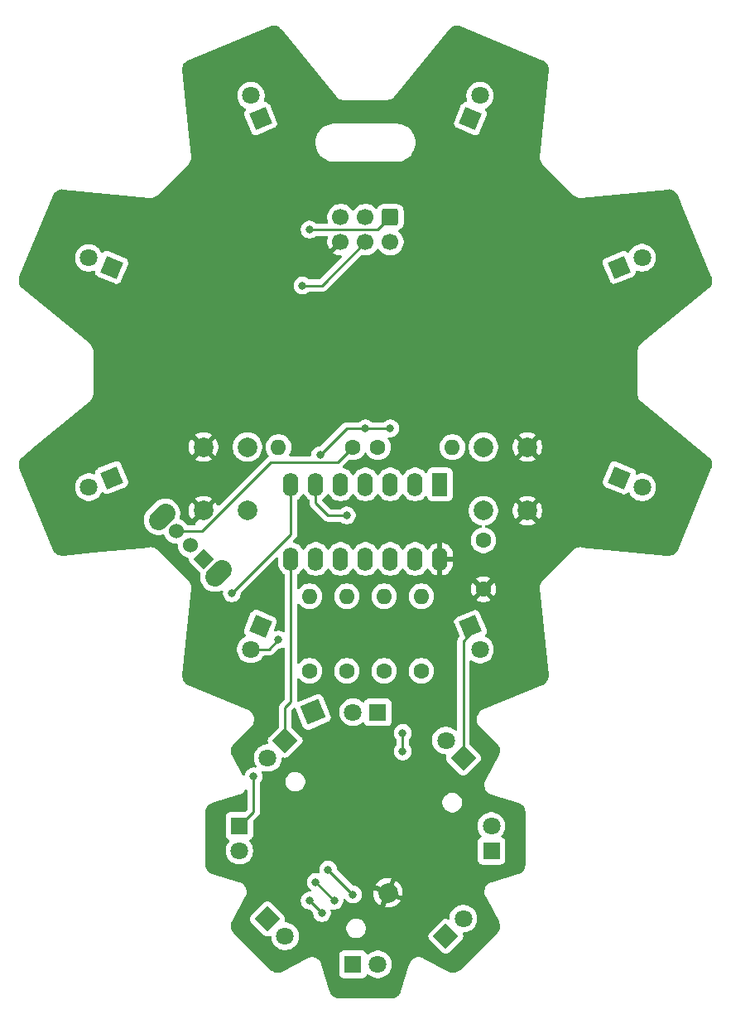
<source format=gbr>
%TF.GenerationSoftware,KiCad,Pcbnew,9.0.0*%
%TF.CreationDate,2025-02-27T14:29:49+01:00*%
%TF.ProjectId,CogLightBadgeTHT,436f674c-6967-4687-9442-616467655448,rev?*%
%TF.SameCoordinates,Original*%
%TF.FileFunction,Copper,L2,Bot*%
%TF.FilePolarity,Positive*%
%FSLAX46Y46*%
G04 Gerber Fmt 4.6, Leading zero omitted, Abs format (unit mm)*
G04 Created by KiCad (PCBNEW 9.0.0) date 2025-02-27 14:29:49*
%MOMM*%
%LPD*%
G01*
G04 APERTURE LIST*
G04 Aperture macros list*
%AMRoundRect*
0 Rectangle with rounded corners*
0 $1 Rounding radius*
0 $2 $3 $4 $5 $6 $7 $8 $9 X,Y pos of 4 corners*
0 Add a 4 corners polygon primitive as box body*
4,1,4,$2,$3,$4,$5,$6,$7,$8,$9,$2,$3,0*
0 Add four circle primitives for the rounded corners*
1,1,$1+$1,$2,$3*
1,1,$1+$1,$4,$5*
1,1,$1+$1,$6,$7*
1,1,$1+$1,$8,$9*
0 Add four rect primitives between the rounded corners*
20,1,$1+$1,$2,$3,$4,$5,0*
20,1,$1+$1,$4,$5,$6,$7,0*
20,1,$1+$1,$6,$7,$8,$9,0*
20,1,$1+$1,$8,$9,$2,$3,0*%
%AMHorizOval*
0 Thick line with rounded ends*
0 $1 width*
0 $2 $3 position (X,Y) of the first rounded end (center of the circle)*
0 $4 $5 position (X,Y) of the second rounded end (center of the circle)*
0 Add line between two ends*
20,1,$1,$2,$3,$4,$5,0*
0 Add two circle primitives to create the rounded ends*
1,1,$1,$2,$3*
1,1,$1,$4,$5*%
%AMRotRect*
0 Rectangle, with rotation*
0 The origin of the aperture is its center*
0 $1 length*
0 $2 width*
0 $3 Rotation angle, in degrees counterclockwise*
0 Add horizontal line*
21,1,$1,$2,0,0,$3*%
G04 Aperture macros list end*
%TA.AperFunction,ComponentPad*%
%ADD10RotRect,1.800000X1.800000X315.000000*%
%TD*%
%TA.AperFunction,ComponentPad*%
%ADD11C,1.800000*%
%TD*%
%TA.AperFunction,ComponentPad*%
%ADD12R,1.800000X1.800000*%
%TD*%
%TA.AperFunction,ComponentPad*%
%ADD13RotRect,1.800000X1.800000X135.000000*%
%TD*%
%TA.AperFunction,ComponentPad*%
%ADD14RotRect,1.800000X1.800000X157.500000*%
%TD*%
%TA.AperFunction,ComponentPad*%
%ADD15RotRect,1.800000X1.800000X202.500000*%
%TD*%
%TA.AperFunction,ComponentPad*%
%ADD16RotRect,1.800000X1.800000X247.500000*%
%TD*%
%TA.AperFunction,ComponentPad*%
%ADD17RotRect,1.800000X1.800000X292.500000*%
%TD*%
%TA.AperFunction,ComponentPad*%
%ADD18RotRect,1.800000X1.800000X337.500000*%
%TD*%
%TA.AperFunction,ComponentPad*%
%ADD19RotRect,1.800000X1.800000X22.500000*%
%TD*%
%TA.AperFunction,ComponentPad*%
%ADD20RotRect,1.800000X1.800000X67.500000*%
%TD*%
%TA.AperFunction,ComponentPad*%
%ADD21RotRect,1.800000X1.800000X112.500000*%
%TD*%
%TA.AperFunction,ComponentPad*%
%ADD22RotRect,1.800000X1.800000X45.000000*%
%TD*%
%TA.AperFunction,ComponentPad*%
%ADD23RotRect,1.800000X1.800000X225.000000*%
%TD*%
%TA.AperFunction,ComponentPad*%
%ADD24C,2.000000*%
%TD*%
%TA.AperFunction,ComponentPad*%
%ADD25RotRect,2.000000X2.000000X202.500000*%
%TD*%
%TA.AperFunction,ComponentPad*%
%ADD26R,1.600000X2.400000*%
%TD*%
%TA.AperFunction,ComponentPad*%
%ADD27O,1.600000X2.400000*%
%TD*%
%TA.AperFunction,ComponentPad*%
%ADD28C,1.600000*%
%TD*%
%TA.AperFunction,ComponentPad*%
%ADD29O,1.600000X1.600000*%
%TD*%
%TA.AperFunction,ComponentPad*%
%ADD30RotRect,1.524000X1.524000X135.000000*%
%TD*%
%TA.AperFunction,ComponentPad*%
%ADD31C,1.524000*%
%TD*%
%TA.AperFunction,ComponentPad*%
%ADD32HorizOval,2.000000X0.353553X0.353553X-0.353553X-0.353553X0*%
%TD*%
%TA.AperFunction,ComponentPad*%
%ADD33RoundRect,0.250000X-0.600000X0.600000X-0.600000X-0.600000X0.600000X-0.600000X0.600000X0.600000X0*%
%TD*%
%TA.AperFunction,ComponentPad*%
%ADD34C,1.700000*%
%TD*%
%TA.AperFunction,ViaPad*%
%ADD35C,0.800000*%
%TD*%
%TA.AperFunction,Conductor*%
%ADD36C,0.250000*%
%TD*%
G04 APERTURE END LIST*
D10*
%TO.P,D12,1*%
%TO.N,/sink4*%
X66183202Y-132016332D03*
D11*
%TO.P,D12,2*%
%TO.N,Net-(D10-Pad2)*%
X67979253Y-133812383D03*
%TD*%
D12*
%TO.P,D15,1*%
%TO.N,/sink3*%
X89078839Y-125074814D03*
D11*
%TO.P,D15,2*%
%TO.N,Net-(D13-Pad2)*%
X89078839Y-122534814D03*
%TD*%
D13*
%TO.P,D16,1*%
%TO.N,/sink4*%
X86216960Y-115596882D03*
D11*
%TO.P,D16,2*%
%TO.N,Net-(D13-Pad2)*%
X84420909Y-113800831D03*
%TD*%
%TO.P,D3,2*%
%TO.N,Net-(D1-Pad2)*%
X47903221Y-64482995D03*
D14*
%TO.P,D3,1*%
%TO.N,/sink3*%
X50249875Y-65455011D03*
%TD*%
D11*
%TO.P,D2,2*%
%TO.N,Net-(D1-Pad2)*%
X47904476Y-87915749D03*
D15*
%TO.P,D2,1*%
%TO.N,/sink2*%
X50251130Y-86943733D03*
%TD*%
D11*
%TO.P,D1,2*%
%TO.N,Net-(D1-Pad2)*%
X64480283Y-104493811D03*
D16*
%TO.P,D1,1*%
%TO.N,/sink1*%
X65452299Y-102147157D03*
%TD*%
D12*
%TO.P,D9,1*%
%TO.N,/sink1*%
X77468100Y-110917765D03*
D11*
%TO.P,D9,2*%
%TO.N,Net-(D10-Pad2)*%
X74928100Y-110917765D03*
%TD*%
%TO.P,D8,2*%
%TO.N,Net-(D5-Pad2)*%
X87914586Y-104512789D03*
D17*
%TO.P,D8,1*%
%TO.N,/sink4*%
X86942570Y-102166135D03*
%TD*%
D18*
%TO.P,D7,1*%
%TO.N,/sink3*%
X102154310Y-86951258D03*
D11*
%TO.P,D7,2*%
%TO.N,Net-(D5-Pad2)*%
X104500964Y-87923274D03*
%TD*%
D19*
%TO.P,D6,1*%
%TO.N,/sink2*%
X102143312Y-65441119D03*
D11*
%TO.P,D6,2*%
%TO.N,Net-(D5-Pad2)*%
X104489966Y-64469103D03*
%TD*%
%TO.P,D5,2*%
%TO.N,Net-(D5-Pad2)*%
X87910256Y-47905003D03*
D20*
%TO.P,D5,1*%
%TO.N,/sink1*%
X86938240Y-50251657D03*
%TD*%
D11*
%TO.P,D4,2*%
%TO.N,Net-(D1-Pad2)*%
X64492714Y-47903782D03*
D21*
%TO.P,D4,1*%
%TO.N,/sink4*%
X65464730Y-50250436D03*
%TD*%
D11*
%TO.P,D11,2*%
%TO.N,Net-(D10-Pad2)*%
X63311052Y-125068504D03*
D12*
%TO.P,D11,1*%
%TO.N,/sink3*%
X63311052Y-122528504D03*
%TD*%
D11*
%TO.P,D14,2*%
%TO.N,Net-(D13-Pad2)*%
X86210916Y-132012193D03*
D22*
%TO.P,D14,1*%
%TO.N,/sink2*%
X84414865Y-133808244D03*
%TD*%
D12*
%TO.P,D13,1*%
%TO.N,/sink1*%
X74928347Y-136678639D03*
D11*
%TO.P,D13,2*%
%TO.N,Net-(D13-Pad2)*%
X77468347Y-136678639D03*
%TD*%
%TO.P,D10,2*%
%TO.N,Net-(D10-Pad2)*%
X66194117Y-115586576D03*
D23*
%TO.P,D10,1*%
%TO.N,/sink2*%
X67990168Y-113790525D03*
%TD*%
D24*
%TO.P,BT1,2*%
%TO.N,GND*%
X78496101Y-129368277D03*
D25*
%TO.P,BT1,1*%
%TO.N,Net-(BT1-Pad1)*%
X70842432Y-110890687D03*
%TD*%
D26*
%TO.P,U1,1*%
%TO.N,VCC*%
X83820000Y-87630000D03*
D27*
%TO.P,U1,8*%
%TO.N,/sink2*%
X68580000Y-95250000D03*
%TO.P,U1,2*%
%TO.N,Net-(U1-Pad2)*%
X81280000Y-87630000D03*
%TO.P,U1,9*%
%TO.N,/sink1*%
X71120000Y-95250000D03*
%TO.P,U1,3*%
%TO.N,Net-(R6-Pad2)*%
X78740000Y-87630000D03*
%TO.P,U1,10*%
%TO.N,/source4*%
X73660000Y-95250000D03*
%TO.P,U1,4*%
%TO.N,Net-(J1-Pad5)*%
X76200000Y-87630000D03*
%TO.P,U1,11*%
%TO.N,/source3*%
X76200000Y-95250000D03*
%TO.P,U1,5*%
%TO.N,Net-(R5-Pad2)*%
X73660000Y-87630000D03*
%TO.P,U1,12*%
%TO.N,/source2*%
X78740000Y-95250000D03*
%TO.P,U1,6*%
%TO.N,/sink4*%
X71120000Y-87630000D03*
%TO.P,U1,13*%
%TO.N,/source1*%
X81280000Y-95250000D03*
%TO.P,U1,7*%
%TO.N,/sink3*%
X68580000Y-87630000D03*
%TO.P,U1,14*%
%TO.N,GND*%
X83820000Y-95250000D03*
%TD*%
D28*
%TO.P,R3,1*%
%TO.N,Net-(D10-Pad2)*%
X74295000Y-106680000D03*
D29*
%TO.P,R3,2*%
%TO.N,/source3*%
X74295000Y-99060000D03*
%TD*%
%TO.P,R4,2*%
%TO.N,/source4*%
X70485000Y-99060000D03*
D28*
%TO.P,R4,1*%
%TO.N,Net-(D13-Pad2)*%
X70485000Y-106680000D03*
%TD*%
%TO.P,R1,1*%
%TO.N,Net-(D1-Pad2)*%
X81915000Y-106680000D03*
D29*
%TO.P,R1,2*%
%TO.N,/source1*%
X81915000Y-99060000D03*
%TD*%
%TO.P,R2,2*%
%TO.N,/source2*%
X78105000Y-99060000D03*
D28*
%TO.P,R2,1*%
%TO.N,Net-(D5-Pad2)*%
X78105000Y-106680000D03*
%TD*%
%TO.P,C1,2*%
%TO.N,GND*%
X88265000Y-98345000D03*
%TO.P,C1,1*%
%TO.N,VCC*%
X88265000Y-93345000D03*
%TD*%
D29*
%TO.P,R5,2*%
%TO.N,Net-(R5-Pad2)*%
X67310000Y-83820000D03*
D28*
%TO.P,R5,1*%
%TO.N,VCC*%
X74930000Y-83820000D03*
%TD*%
D24*
%TO.P,SW2,2*%
%TO.N,GND*%
X59635000Y-83820000D03*
%TO.P,SW2,1*%
%TO.N,Net-(R5-Pad2)*%
X64135000Y-83820000D03*
%TO.P,SW2,2*%
%TO.N,GND*%
X59635000Y-90320000D03*
%TO.P,SW2,1*%
%TO.N,Net-(R5-Pad2)*%
X64135000Y-90320000D03*
%TD*%
D30*
%TO.P,SW1,1*%
%TO.N,Net-(SW1-Pad1)*%
X59690000Y-95250000D03*
D31*
%TO.P,SW1,2*%
%TO.N,Net-(BT1-Pad1)*%
X58275786Y-93835786D03*
%TO.P,SW1,3*%
%TO.N,VCC*%
X56861572Y-92421572D03*
D32*
%TO.P,SW1,*%
%TO.N,*%
X61174924Y-96734924D03*
X55376648Y-90936648D03*
%TD*%
D28*
%TO.P,R6,1*%
%TO.N,VCC*%
X77470000Y-83820000D03*
D29*
%TO.P,R6,2*%
%TO.N,Net-(R6-Pad2)*%
X85090000Y-83820000D03*
%TD*%
D24*
%TO.P,SW3,1*%
%TO.N,Net-(R6-Pad2)*%
X88265000Y-83820000D03*
%TO.P,SW3,2*%
%TO.N,GND*%
X92765000Y-83820000D03*
%TO.P,SW3,1*%
%TO.N,Net-(R6-Pad2)*%
X88265000Y-90320000D03*
%TO.P,SW3,2*%
%TO.N,GND*%
X92765000Y-90320000D03*
%TD*%
D33*
%TO.P,J1,1*%
%TO.N,/sink2*%
X78740000Y-60325000D03*
D34*
%TO.P,J1,3*%
%TO.N,/sink1*%
X76200000Y-60325000D03*
%TO.P,J1,5*%
%TO.N,Net-(J1-Pad5)*%
X73660000Y-60325000D03*
%TO.P,J1,2*%
%TO.N,VCC*%
X78740000Y-62865000D03*
%TO.P,J1,4*%
%TO.N,/sink3*%
X76200000Y-62865000D03*
%TO.P,J1,6*%
%TO.N,GND*%
X73660000Y-62865000D03*
%TD*%
D35*
%TO.N,Net-(D1-Pad2)*%
X67310000Y-103505000D03*
%TO.N,/sink1*%
X71755000Y-131445000D03*
X70485000Y-130175000D03*
X80010000Y-114935000D03*
X80010000Y-113030000D03*
%TO.N,/sink2*%
X70485000Y-61595000D03*
X74930000Y-129540000D03*
X72390000Y-127000000D03*
%TO.N,/sink3*%
X76200000Y-81915000D03*
X69760000Y-67310000D03*
X78740000Y-81915000D03*
X71559847Y-84650153D03*
X73025000Y-130175000D03*
X71120000Y-128270000D03*
X64770000Y-117475000D03*
X62536481Y-98753519D03*
%TO.N,/sink4*%
X74295000Y-90805000D03*
%TD*%
D36*
%TO.N,Net-(D1-Pad2)*%
X64480283Y-104493811D02*
X66321189Y-104493811D01*
X66321189Y-104493811D02*
X67310000Y-103505000D01*
%TO.N,/sink1*%
X71755000Y-131445000D02*
X70485000Y-130175000D01*
X80010000Y-114935000D02*
X80010000Y-113030000D01*
%TO.N,/sink2*%
X78740000Y-60325000D02*
X77470000Y-61595000D01*
X77470000Y-61595000D02*
X70485000Y-61595000D01*
X74930000Y-129540000D02*
X72390000Y-127000000D01*
X67990168Y-110444832D02*
X68580000Y-109855000D01*
X67990168Y-113790525D02*
X67990168Y-110444832D01*
X68580000Y-95250000D02*
X68580000Y-109855000D01*
%TO.N,/sink3*%
X71755000Y-67310000D02*
X76200000Y-62865000D01*
X71755000Y-67310000D02*
X69760000Y-67310000D01*
X76200000Y-81915000D02*
X78740000Y-81915000D01*
X74295000Y-81915000D02*
X71559847Y-84650153D01*
X76200000Y-81915000D02*
X74295000Y-81915000D01*
X73025000Y-130175000D02*
X71120000Y-128270000D01*
X64770000Y-117475000D02*
X64770000Y-121069556D01*
X64770000Y-121069556D02*
X63311052Y-122528504D01*
X68580000Y-87630000D02*
X68580000Y-89916000D01*
X68580000Y-92710000D02*
X62536481Y-98753519D01*
X68580000Y-87630000D02*
X68580000Y-92710000D01*
%TO.N,/sink4*%
X86216960Y-115596882D02*
X86216960Y-103648040D01*
X86942570Y-102922430D02*
X86942570Y-102166135D01*
X86216960Y-103648040D02*
X86942570Y-102922430D01*
X74295000Y-90805000D02*
X72390000Y-90805000D01*
X71120000Y-89535000D02*
X71120000Y-87630000D01*
X72390000Y-90805000D02*
X71120000Y-89535000D01*
%TO.N,VCC*%
X73374846Y-85375154D02*
X74930000Y-83820000D01*
X66540848Y-85375154D02*
X73374846Y-85375154D01*
X59494430Y-92421572D02*
X66540848Y-85375154D01*
X56861572Y-92421572D02*
X59494430Y-92421572D01*
%TD*%
%TA.AperFunction,Conductor*%
%TO.N,GND*%
G36*
X66948585Y-40740899D02*
G01*
X66971230Y-40744423D01*
X67120954Y-40781944D01*
X67142596Y-40789519D01*
X67283033Y-40853555D01*
X67302937Y-40864924D01*
X67429153Y-40953155D01*
X67429435Y-40953352D01*
X67446957Y-40968147D01*
X67559359Y-41082122D01*
X67567026Y-41090638D01*
X67568670Y-41092641D01*
X67568673Y-41092648D01*
X67568675Y-41092647D01*
X73218594Y-47975582D01*
X73221975Y-47979700D01*
X73223637Y-47981725D01*
X73223637Y-47981724D01*
X73230339Y-47989889D01*
X73230362Y-47989891D01*
X73277033Y-48046608D01*
X73281329Y-48051831D01*
X73281330Y-48051832D01*
X73281332Y-48051834D01*
X73419403Y-48169760D01*
X73419407Y-48169762D01*
X73419408Y-48169763D01*
X73576060Y-48261597D01*
X73746411Y-48324476D01*
X73925161Y-48356443D01*
X73996408Y-48356541D01*
X74005713Y-48356554D01*
X74005728Y-48356569D01*
X74015953Y-48356569D01*
X74024239Y-48356572D01*
X74024239Y-48356571D01*
X74044620Y-48356578D01*
X74044682Y-48356569D01*
X78325746Y-48356569D01*
X78326058Y-48356660D01*
X78377933Y-48356604D01*
X78377933Y-48356605D01*
X78468728Y-48356507D01*
X78647492Y-48324594D01*
X78817867Y-48261766D01*
X78974552Y-48169978D01*
X78974808Y-48169760D01*
X78999126Y-48149002D01*
X79112670Y-48052087D01*
X79163862Y-47989890D01*
X79163883Y-47989889D01*
X79170371Y-47981985D01*
X79175630Y-47975582D01*
X79175630Y-47975579D01*
X79189476Y-47958722D01*
X79189499Y-47958682D01*
X79196942Y-47949615D01*
X84827354Y-41090445D01*
X84835042Y-41081907D01*
X84947514Y-40967937D01*
X84965017Y-40953169D01*
X85091567Y-40864770D01*
X85111468Y-40853412D01*
X85251936Y-40789420D01*
X85273565Y-40781859D01*
X85423293Y-40744392D01*
X85445954Y-40740872D01*
X85599991Y-40731166D01*
X85622915Y-40731813D01*
X85776159Y-40750188D01*
X85798582Y-40754979D01*
X85809230Y-40758292D01*
X85951781Y-40802640D01*
X85962567Y-40806541D01*
X94319303Y-44268015D01*
X94329712Y-44272896D01*
X94396873Y-44308218D01*
X94471416Y-44347423D01*
X94490656Y-44359900D01*
X94611973Y-44455311D01*
X94628635Y-44471070D01*
X94730644Y-44586886D01*
X94744173Y-44605404D01*
X94823502Y-44737795D01*
X94833450Y-44758458D01*
X94887467Y-44903029D01*
X94893506Y-44925153D01*
X94920425Y-45077129D01*
X94922353Y-45099982D01*
X94921237Y-45260359D01*
X94920636Y-45271805D01*
X94920414Y-45274064D01*
X94920413Y-45274078D01*
X94044287Y-54179387D01*
X94044316Y-54179673D01*
X94038986Y-54234416D01*
X94038986Y-54234425D01*
X94053231Y-54415447D01*
X94053232Y-54415454D01*
X94099062Y-54591152D01*
X94099062Y-54591153D01*
X94175055Y-54756068D01*
X94175057Y-54756072D01*
X94278848Y-54905071D01*
X94301701Y-54927987D01*
X94318079Y-54944411D01*
X94318078Y-54944411D01*
X94324092Y-54950439D01*
X94335729Y-54962109D01*
X94335729Y-54962131D01*
X94345851Y-54972253D01*
X94345883Y-54972285D01*
X94366493Y-54992909D01*
X94366535Y-54992937D01*
X97452351Y-58078753D01*
X97452559Y-58078891D01*
X97491620Y-58117871D01*
X97640583Y-58221714D01*
X97640586Y-58221715D01*
X97640587Y-58221716D01*
X97640592Y-58221719D01*
X97805473Y-58297767D01*
X97878254Y-58316779D01*
X97981164Y-58343664D01*
X98162185Y-58357977D01*
X98162186Y-58357976D01*
X98162188Y-58357977D01*
X98175620Y-58356673D01*
X98197690Y-58354533D01*
X98217746Y-58352624D01*
X98217801Y-58352634D01*
X98242377Y-58350214D01*
X98242378Y-58350215D01*
X98251674Y-58349299D01*
X98252554Y-58349213D01*
X98252554Y-58349214D01*
X98260800Y-58348406D01*
X98260800Y-58348405D01*
X98282490Y-58346280D01*
X98282553Y-58346262D01*
X107125683Y-57476252D01*
X107137170Y-57475651D01*
X107297281Y-57474596D01*
X107320114Y-57476531D01*
X107472095Y-57503509D01*
X107494204Y-57509552D01*
X107634665Y-57562093D01*
X107638761Y-57563625D01*
X107659421Y-57573581D01*
X107791783Y-57652961D01*
X107810296Y-57666498D01*
X107926071Y-57768549D01*
X107941823Y-57785216D01*
X108037185Y-57906564D01*
X108049656Y-57925811D01*
X108124374Y-58068012D01*
X108129261Y-58078445D01*
X108129886Y-58079955D01*
X108765345Y-59614088D01*
X111590641Y-66434955D01*
X111594553Y-66445776D01*
X111642053Y-66598664D01*
X111646836Y-66621093D01*
X111665154Y-66774336D01*
X111665793Y-66797260D01*
X111656031Y-66951298D01*
X111652503Y-66973960D01*
X111614984Y-67123666D01*
X111607408Y-67145310D01*
X111543376Y-67285739D01*
X111532002Y-67305653D01*
X111443576Y-67432151D01*
X111428781Y-67449674D01*
X111314724Y-67562159D01*
X111306193Y-67569838D01*
X104456151Y-73192759D01*
X104455911Y-73192860D01*
X104345088Y-73284029D01*
X104227165Y-73422111D01*
X104135334Y-73578775D01*
X104135331Y-73578780D01*
X104072461Y-73749127D01*
X104040498Y-73927879D01*
X104040422Y-73983679D01*
X104040388Y-74008436D01*
X104040375Y-74008450D01*
X104040375Y-74018510D01*
X104040375Y-74018706D01*
X104040367Y-74051980D01*
X104040375Y-74052020D01*
X104040375Y-78415944D01*
X104040455Y-78416345D01*
X104040510Y-78471445D01*
X104040571Y-78471785D01*
X104072408Y-78650203D01*
X104135219Y-78820577D01*
X104226990Y-78977263D01*
X104257962Y-79013556D01*
X104344864Y-79115388D01*
X104344865Y-79115389D01*
X104388701Y-79151476D01*
X104388710Y-79151483D01*
X104407052Y-79166585D01*
X104407055Y-79166605D01*
X104414957Y-79173091D01*
X104414957Y-79173092D01*
X104421360Y-79178351D01*
X104421361Y-79178351D01*
X104438218Y-79192196D01*
X104438259Y-79192220D01*
X111306493Y-84830072D01*
X111315052Y-84837779D01*
X111429002Y-84950228D01*
X111443791Y-84967755D01*
X111532181Y-85094284D01*
X111543549Y-85114200D01*
X111607543Y-85254657D01*
X111615112Y-85276305D01*
X111652586Y-85426024D01*
X111656107Y-85448685D01*
X111665823Y-85602724D01*
X111665178Y-85625649D01*
X111646812Y-85778900D01*
X111642022Y-85801327D01*
X111594626Y-85953718D01*
X111590720Y-85964516D01*
X108128931Y-94322015D01*
X108124039Y-94332447D01*
X108049517Y-94474143D01*
X108037041Y-94493384D01*
X107941634Y-94614697D01*
X107925875Y-94631358D01*
X107810054Y-94733374D01*
X107791538Y-94746902D01*
X107659150Y-94826234D01*
X107638487Y-94836183D01*
X107493908Y-94890207D01*
X107471785Y-94896246D01*
X107319812Y-94923170D01*
X107296960Y-94925099D01*
X107137211Y-94923994D01*
X107125182Y-94923335D01*
X107002169Y-94910673D01*
X106999708Y-94911018D01*
X98301254Y-94055243D01*
X98295468Y-94054673D01*
X98252889Y-94050484D01*
X98251870Y-94050384D01*
X98251837Y-94050380D01*
X98251836Y-94050380D01*
X98219077Y-94047160D01*
X98218899Y-94047176D01*
X98162525Y-94041691D01*
X98162516Y-94041690D01*
X97981500Y-94055943D01*
X97981486Y-94055946D01*
X97805796Y-94101780D01*
X97805787Y-94101784D01*
X97640876Y-94177777D01*
X97640861Y-94177786D01*
X97506410Y-94271445D01*
X97491874Y-94281571D01*
X97434835Y-94338451D01*
X97434814Y-94338451D01*
X97426696Y-94346569D01*
X97426693Y-94346572D01*
X97411382Y-94361874D01*
X97411352Y-94361911D01*
X94318180Y-97455082D01*
X94318055Y-97455269D01*
X94279068Y-97494336D01*
X94175224Y-97643297D01*
X94099170Y-97808190D01*
X94099167Y-97808199D01*
X94053274Y-97983882D01*
X94053274Y-97983886D01*
X94038963Y-98164909D01*
X94038963Y-98164912D01*
X94044466Y-98221631D01*
X94044466Y-98221632D01*
X94046740Y-98245084D01*
X94046729Y-98245100D01*
X94047643Y-98254392D01*
X94047692Y-98254895D01*
X94047723Y-98255210D01*
X94047730Y-98255277D01*
X94048432Y-98262436D01*
X94050050Y-98278914D01*
X94050058Y-98278953D01*
X94920690Y-107128400D01*
X94921292Y-107139909D01*
X94922344Y-107299996D01*
X94920407Y-107322848D01*
X94893431Y-107474804D01*
X94887385Y-107496925D01*
X94833311Y-107641482D01*
X94823355Y-107662141D01*
X94743976Y-107794503D01*
X94730440Y-107813015D01*
X94628391Y-107928790D01*
X94611725Y-107944542D01*
X94490373Y-108039910D01*
X94471127Y-108052380D01*
X94328986Y-108127071D01*
X94318594Y-108131942D01*
X88251332Y-110645085D01*
X88251198Y-110645099D01*
X88118200Y-110700116D01*
X87963784Y-110799361D01*
X87829451Y-110924438D01*
X87829448Y-110924441D01*
X87719460Y-111071376D01*
X87637299Y-111235522D01*
X87585592Y-111411635D01*
X87585591Y-111411644D01*
X87565974Y-111594132D01*
X87570399Y-111655980D01*
X87579072Y-111777223D01*
X87598637Y-111853872D01*
X87624469Y-111955076D01*
X87624469Y-111955077D01*
X87700717Y-112122034D01*
X87700725Y-112122047D01*
X87805398Y-112272803D01*
X87805401Y-112272806D01*
X87869351Y-112336691D01*
X87869349Y-112336692D01*
X87869396Y-112336736D01*
X89671000Y-114138339D01*
X89678764Y-114146846D01*
X89781171Y-114269930D01*
X89794172Y-114288819D01*
X89831827Y-114355869D01*
X89869748Y-114423391D01*
X89879111Y-114444327D01*
X89929041Y-114590367D01*
X89934455Y-114612653D01*
X89957087Y-114765330D01*
X89958371Y-114788227D01*
X89952956Y-114942473D01*
X89950069Y-114965224D01*
X89916786Y-115115931D01*
X89909823Y-115137782D01*
X89847636Y-115285022D01*
X89842693Y-115295383D01*
X88498665Y-117810537D01*
X88498452Y-117810753D01*
X88431319Y-117936700D01*
X88431314Y-117936711D01*
X88375208Y-118109406D01*
X88350317Y-118289281D01*
X88350317Y-118289284D01*
X88350317Y-118289285D01*
X88351411Y-118317221D01*
X88357420Y-118470736D01*
X88396296Y-118648117D01*
X88422959Y-118712545D01*
X88465734Y-118815905D01*
X88563575Y-118968883D01*
X88686773Y-119102289D01*
X88706089Y-119116928D01*
X88831490Y-119211967D01*
X88831492Y-119211968D01*
X88831496Y-119211971D01*
X88993239Y-119294518D01*
X89070603Y-119318137D01*
X89070615Y-119318159D01*
X89080722Y-119321226D01*
X89088004Y-119323441D01*
X89088005Y-119323440D01*
X89109195Y-119329885D01*
X89109298Y-119329898D01*
X89254963Y-119374102D01*
X91859575Y-120164508D01*
X91870408Y-120168345D01*
X92006880Y-120223820D01*
X92018732Y-120228638D01*
X92039102Y-120239171D01*
X92169179Y-120322243D01*
X92187304Y-120336295D01*
X92237423Y-120383043D01*
X92299923Y-120441340D01*
X92300168Y-120441568D01*
X92315445Y-120458672D01*
X92407361Y-120582662D01*
X92419285Y-120602251D01*
X92487203Y-120740842D01*
X92495376Y-120762258D01*
X92518314Y-120844057D01*
X92537051Y-120910876D01*
X92541207Y-120933428D01*
X92555774Y-121092818D01*
X92556297Y-121104286D01*
X92556297Y-126495621D01*
X92555771Y-126507125D01*
X92541154Y-126666554D01*
X92536990Y-126689107D01*
X92495273Y-126837701D01*
X92487091Y-126859125D01*
X92419127Y-126997706D01*
X92407196Y-127017293D01*
X92315249Y-127141245D01*
X92299966Y-127158344D01*
X92187063Y-127263588D01*
X92168935Y-127277634D01*
X92038827Y-127360670D01*
X92018451Y-127371197D01*
X91870403Y-127431322D01*
X91859582Y-127435153D01*
X89131021Y-128263174D01*
X89130615Y-128263177D01*
X88993849Y-128304836D01*
X88993847Y-128304837D01*
X88832055Y-128387279D01*
X88832049Y-128387283D01*
X88687256Y-128496875D01*
X88687255Y-128496876D01*
X88563971Y-128630206D01*
X88466028Y-128783136D01*
X88396490Y-128950873D01*
X88396485Y-128950889D01*
X88357502Y-129128238D01*
X88357502Y-129128240D01*
X88350287Y-129309683D01*
X88350287Y-129309685D01*
X88375069Y-129489578D01*
X88375071Y-129489588D01*
X88431076Y-129662325D01*
X88457676Y-129712301D01*
X88469081Y-129733730D01*
X88469075Y-129733754D01*
X88473736Y-129742476D01*
X88473737Y-129742477D01*
X88488978Y-129771034D01*
X88489032Y-129771101D01*
X89335701Y-131355518D01*
X89836395Y-132292494D01*
X89842698Y-132304288D01*
X89847654Y-132314679D01*
X89864439Y-132354453D01*
X89909906Y-132462196D01*
X89916862Y-132484049D01*
X89950099Y-132634761D01*
X89952980Y-132657513D01*
X89958349Y-132811769D01*
X89957057Y-132834666D01*
X89934380Y-132987326D01*
X89928960Y-133009610D01*
X89878985Y-133155636D01*
X89869615Y-133176568D01*
X89793997Y-133311122D01*
X89780989Y-133330009D01*
X89678651Y-133452933D01*
X89670912Y-133461411D01*
X85858594Y-137273730D01*
X85850081Y-137281498D01*
X85727015Y-137383879D01*
X85708124Y-137396880D01*
X85573552Y-137472445D01*
X85552617Y-137481807D01*
X85406581Y-137531728D01*
X85384296Y-137537141D01*
X85231623Y-137559766D01*
X85208725Y-137561049D01*
X85054486Y-137555627D01*
X85031736Y-137552739D01*
X84881034Y-137519450D01*
X84859184Y-137512486D01*
X84711240Y-137449996D01*
X84700871Y-137445048D01*
X84699060Y-137444080D01*
X82109532Y-136060308D01*
X82109272Y-136060228D01*
X82060225Y-136034082D01*
X82060213Y-136034077D01*
X81887519Y-135977962D01*
X81732543Y-135956512D01*
X81707648Y-135953067D01*
X81707647Y-135953067D01*
X81647165Y-135955432D01*
X81526199Y-135960164D01*
X81526197Y-135960164D01*
X81526189Y-135960165D01*
X81348824Y-135999033D01*
X81348823Y-135999033D01*
X81181034Y-136068468D01*
X81181033Y-136068469D01*
X81028056Y-136166306D01*
X81028051Y-136166309D01*
X80894651Y-136289500D01*
X80784973Y-136434214D01*
X80784969Y-136434220D01*
X80702424Y-136595961D01*
X80702420Y-136595972D01*
X80685826Y-136650320D01*
X80685827Y-136650321D01*
X80678803Y-136673325D01*
X80678784Y-136673337D01*
X80676082Y-136682239D01*
X80675929Y-136682741D01*
X80675913Y-136682797D01*
X80668243Y-136708024D01*
X80668230Y-136708111D01*
X79832435Y-139462289D01*
X79828589Y-139473148D01*
X79768303Y-139621455D01*
X79757770Y-139641825D01*
X79674697Y-139771904D01*
X79660646Y-139790028D01*
X79555372Y-139902896D01*
X79538269Y-139918173D01*
X79414282Y-140010089D01*
X79394693Y-140022013D01*
X79256096Y-140089937D01*
X79234671Y-140098113D01*
X79086068Y-140139789D01*
X79063517Y-140143947D01*
X78912482Y-140157756D01*
X78904392Y-140158496D01*
X78892921Y-140159019D01*
X73501322Y-140159019D01*
X73489813Y-140158492D01*
X73330399Y-140143868D01*
X73307848Y-140139704D01*
X73159253Y-140097980D01*
X73137830Y-140089797D01*
X72999261Y-140021833D01*
X72979676Y-140009903D01*
X72855717Y-139917947D01*
X72838619Y-139902664D01*
X72809135Y-139871033D01*
X72733381Y-139789764D01*
X72719339Y-139771638D01*
X72636308Y-139641534D01*
X72625787Y-139621172D01*
X72565495Y-139472714D01*
X72561675Y-139461923D01*
X71715438Y-136673337D01*
X71715436Y-136673336D01*
X71708316Y-136649871D01*
X71708193Y-136649641D01*
X71692037Y-136596595D01*
X71609600Y-136434799D01*
X71609162Y-136434220D01*
X71500020Y-136290012D01*
X71500018Y-136290010D01*
X71500015Y-136290006D01*
X71366692Y-136166722D01*
X71213781Y-136068782D01*
X71065975Y-136007501D01*
X71046041Y-135999236D01*
X71046032Y-135999233D01*
X70868696Y-135960247D01*
X70868680Y-135960245D01*
X70687250Y-135953026D01*
X70507354Y-135977802D01*
X70507350Y-135977803D01*
X70334616Y-136033802D01*
X70334610Y-136033805D01*
X70285283Y-136060057D01*
X70285282Y-136060056D01*
X70263211Y-136071803D01*
X70263190Y-136071797D01*
X70254182Y-136076610D01*
X70253414Y-136077019D01*
X70253397Y-136077029D01*
X70229978Y-136089529D01*
X70229905Y-136089583D01*
X67692645Y-137445425D01*
X67682241Y-137450386D01*
X67534752Y-137512614D01*
X67512902Y-137519569D01*
X67374475Y-137550090D01*
X67362462Y-137552739D01*
X67362185Y-137552800D01*
X67339431Y-137555679D01*
X67185191Y-137561039D01*
X67162296Y-137559747D01*
X67009631Y-137537063D01*
X66987348Y-137531642D01*
X66952075Y-137519569D01*
X66841329Y-137481663D01*
X66820403Y-137472295D01*
X66685859Y-137396677D01*
X66666973Y-137383669D01*
X66591842Y-137321117D01*
X66543516Y-137280882D01*
X66535046Y-137273149D01*
X64991886Y-135729989D01*
X73519847Y-135729989D01*
X73519847Y-137627288D01*
X73526356Y-137687835D01*
X73526358Y-137687843D01*
X73577457Y-137824841D01*
X73577459Y-137824846D01*
X73665085Y-137941900D01*
X73782139Y-138029526D01*
X73782141Y-138029527D01*
X73782143Y-138029528D01*
X73841222Y-138051563D01*
X73919142Y-138080627D01*
X73919150Y-138080629D01*
X73979697Y-138087138D01*
X73979702Y-138087138D01*
X73979709Y-138087139D01*
X73979715Y-138087139D01*
X75876979Y-138087139D01*
X75876985Y-138087139D01*
X75876992Y-138087138D01*
X75876996Y-138087138D01*
X75937543Y-138080629D01*
X75937546Y-138080628D01*
X75937548Y-138080628D01*
X76074551Y-138029528D01*
X76191608Y-137941900D01*
X76279236Y-137824843D01*
X76304007Y-137758428D01*
X76346551Y-137701596D01*
X76413071Y-137676784D01*
X76482445Y-137691875D01*
X76511156Y-137713368D01*
X76550768Y-137752980D01*
X76550771Y-137752982D01*
X76730132Y-137883296D01*
X76927671Y-137983947D01*
X77138523Y-138052457D01*
X77357496Y-138087139D01*
X77357499Y-138087139D01*
X77579195Y-138087139D01*
X77579198Y-138087139D01*
X77798171Y-138052457D01*
X78009023Y-137983947D01*
X78206562Y-137883296D01*
X78385923Y-137752982D01*
X78542690Y-137596215D01*
X78673004Y-137416854D01*
X78773655Y-137219315D01*
X78842165Y-137008463D01*
X78876847Y-136789490D01*
X78876847Y-136567788D01*
X78842165Y-136348815D01*
X78773655Y-136137963D01*
X78673004Y-135940424D01*
X78542690Y-135761063D01*
X78542688Y-135761060D01*
X78385925Y-135604297D01*
X78206565Y-135473984D01*
X78206564Y-135473983D01*
X78206562Y-135473982D01*
X78009023Y-135373331D01*
X78009020Y-135373330D01*
X78009018Y-135373329D01*
X77798176Y-135304822D01*
X77798172Y-135304821D01*
X77798171Y-135304821D01*
X77579198Y-135270139D01*
X77357496Y-135270139D01*
X77138523Y-135304821D01*
X77138517Y-135304822D01*
X76927675Y-135373329D01*
X76927669Y-135373332D01*
X76730128Y-135473984D01*
X76550768Y-135604297D01*
X76511155Y-135643910D01*
X76448843Y-135677935D01*
X76378027Y-135672869D01*
X76321192Y-135630322D01*
X76304009Y-135598853D01*
X76279236Y-135532435D01*
X76279234Y-135532433D01*
X76279234Y-135532431D01*
X76191608Y-135415377D01*
X76074554Y-135327751D01*
X76074549Y-135327749D01*
X75937551Y-135276650D01*
X75937543Y-135276648D01*
X75876996Y-135270139D01*
X75876985Y-135270139D01*
X73979709Y-135270139D01*
X73979697Y-135270139D01*
X73919150Y-135276648D01*
X73919142Y-135276650D01*
X73782144Y-135327749D01*
X73782139Y-135327751D01*
X73665085Y-135415377D01*
X73577459Y-135532431D01*
X73577457Y-135532436D01*
X73526358Y-135669434D01*
X73526356Y-135669442D01*
X73519847Y-135729989D01*
X64991886Y-135729989D01*
X62723217Y-133461320D01*
X62715453Y-133452812D01*
X62613053Y-133329735D01*
X62600053Y-133310847D01*
X62524481Y-133176274D01*
X62515119Y-133155341D01*
X62496839Y-133101871D01*
X62465190Y-133009294D01*
X62459779Y-132987017D01*
X62437149Y-132834340D01*
X62435866Y-132811445D01*
X62438011Y-132750408D01*
X62441286Y-132657192D01*
X62444172Y-132634457D01*
X62477464Y-132483736D01*
X62484423Y-132461899D01*
X62546773Y-132314287D01*
X62551711Y-132303938D01*
X62572471Y-132265087D01*
X62572471Y-132265086D01*
X62705401Y-132016328D01*
X64396681Y-132016328D01*
X64396681Y-132016335D01*
X64417489Y-132161061D01*
X64417490Y-132161065D01*
X64478229Y-132294069D01*
X64478233Y-132294075D01*
X64516454Y-132341504D01*
X65858030Y-133683080D01*
X65905459Y-133721301D01*
X65905460Y-133721301D01*
X65905464Y-133721304D01*
X66038468Y-133782043D01*
X66038472Y-133782044D01*
X66183199Y-133802853D01*
X66183202Y-133802853D01*
X66183205Y-133802853D01*
X66327931Y-133782044D01*
X66327932Y-133782043D01*
X66327936Y-133782043D01*
X66392413Y-133752597D01*
X66462686Y-133742495D01*
X66527266Y-133771988D01*
X66565649Y-133831715D01*
X66570753Y-133867212D01*
X66570753Y-133923234D01*
X66596530Y-134085981D01*
X66605436Y-134142212D01*
X66673943Y-134353054D01*
X66673945Y-134353059D01*
X66673946Y-134353060D01*
X66774598Y-134550601D01*
X66904911Y-134729961D01*
X67061674Y-134886724D01*
X67061677Y-134886726D01*
X67241038Y-135017040D01*
X67438577Y-135117691D01*
X67649429Y-135186201D01*
X67868402Y-135220883D01*
X67868405Y-135220883D01*
X68090101Y-135220883D01*
X68090104Y-135220883D01*
X68309077Y-135186201D01*
X68519929Y-135117691D01*
X68717468Y-135017040D01*
X68896829Y-134886726D01*
X69053596Y-134729959D01*
X69183910Y-134550598D01*
X69284561Y-134353059D01*
X69353071Y-134142207D01*
X69387753Y-133923234D01*
X69387753Y-133701532D01*
X69353071Y-133482559D01*
X69284561Y-133271707D01*
X69183910Y-133074168D01*
X69078999Y-132929771D01*
X69053594Y-132894804D01*
X69052476Y-132893686D01*
X74234166Y-132893686D01*
X74234166Y-133090775D01*
X74272615Y-133284066D01*
X74272616Y-133284069D01*
X74291645Y-133330009D01*
X74348034Y-133466145D01*
X74457527Y-133630013D01*
X74596884Y-133769370D01*
X74760752Y-133878863D01*
X74942831Y-133954282D01*
X75136125Y-133992731D01*
X75333207Y-133992731D01*
X75526501Y-133954282D01*
X75708580Y-133878863D01*
X75814275Y-133808240D01*
X82628344Y-133808240D01*
X82628344Y-133808247D01*
X82649152Y-133952973D01*
X82649153Y-133952977D01*
X82709892Y-134085981D01*
X82709896Y-134085987D01*
X82748117Y-134133416D01*
X84089693Y-135474992D01*
X84137122Y-135513213D01*
X84137123Y-135513213D01*
X84137127Y-135513216D01*
X84270131Y-135573955D01*
X84270135Y-135573956D01*
X84414862Y-135594765D01*
X84414865Y-135594765D01*
X84414868Y-135594765D01*
X84559594Y-135573956D01*
X84559596Y-135573955D01*
X84559599Y-135573955D01*
X84650526Y-135532431D01*
X84692602Y-135513216D01*
X84692603Y-135513215D01*
X84692608Y-135513213D01*
X84740037Y-135474992D01*
X86081613Y-134133416D01*
X86119834Y-134085987D01*
X86180576Y-133952978D01*
X86184853Y-133923234D01*
X86201386Y-133808247D01*
X86201386Y-133808240D01*
X86180577Y-133663514D01*
X86180576Y-133663513D01*
X86180576Y-133663510D01*
X86151131Y-133599033D01*
X86141029Y-133528759D01*
X86170523Y-133464179D01*
X86230250Y-133425796D01*
X86265746Y-133420693D01*
X86321764Y-133420693D01*
X86321767Y-133420693D01*
X86540740Y-133386011D01*
X86751592Y-133317501D01*
X86949131Y-133216850D01*
X87128492Y-133086536D01*
X87285259Y-132929769D01*
X87415573Y-132750408D01*
X87516224Y-132552869D01*
X87584734Y-132342017D01*
X87619416Y-132123044D01*
X87619416Y-131901342D01*
X87584734Y-131682369D01*
X87516224Y-131471517D01*
X87415573Y-131273978D01*
X87303995Y-131120405D01*
X87285257Y-131094614D01*
X87128494Y-130937851D01*
X86949134Y-130807538D01*
X86949133Y-130807537D01*
X86949131Y-130807536D01*
X86751592Y-130706885D01*
X86751589Y-130706884D01*
X86751587Y-130706883D01*
X86540745Y-130638376D01*
X86540741Y-130638375D01*
X86540740Y-130638375D01*
X86321767Y-130603693D01*
X86100065Y-130603693D01*
X85881092Y-130638375D01*
X85881086Y-130638376D01*
X85670244Y-130706883D01*
X85670238Y-130706886D01*
X85472697Y-130807538D01*
X85293337Y-130937851D01*
X85136574Y-131094614D01*
X85006261Y-131273974D01*
X84905609Y-131471515D01*
X84905606Y-131471521D01*
X84837099Y-131682363D01*
X84837098Y-131682368D01*
X84837098Y-131682369D01*
X84807127Y-131871602D01*
X84802416Y-131901345D01*
X84802416Y-131957363D01*
X84782414Y-132025484D01*
X84728758Y-132071977D01*
X84658484Y-132082081D01*
X84624076Y-132071978D01*
X84617765Y-132069096D01*
X84559599Y-132042533D01*
X84559596Y-132042532D01*
X84559595Y-132042532D01*
X84559594Y-132042531D01*
X84414868Y-132021723D01*
X84414862Y-132021723D01*
X84270135Y-132042531D01*
X84270131Y-132042532D01*
X84137127Y-132103271D01*
X84137118Y-132103277D01*
X84089695Y-132141494D01*
X84089691Y-132141497D01*
X82748118Y-133483070D01*
X82748115Y-133483074D01*
X82709898Y-133530497D01*
X82709892Y-133530506D01*
X82649153Y-133663510D01*
X82649152Y-133663514D01*
X82628344Y-133808240D01*
X75814275Y-133808240D01*
X75872448Y-133769370D01*
X76011805Y-133630013D01*
X76121298Y-133466145D01*
X76196717Y-133284066D01*
X76235166Y-133090772D01*
X76235166Y-132893690D01*
X76196717Y-132700396D01*
X76121298Y-132518317D01*
X76011805Y-132354449D01*
X75872448Y-132215092D01*
X75708580Y-132105599D01*
X75627409Y-132071977D01*
X75526504Y-132030181D01*
X75526501Y-132030180D01*
X75333210Y-131991731D01*
X75333207Y-131991731D01*
X75136125Y-131991731D01*
X75136121Y-131991731D01*
X74942830Y-132030180D01*
X74942827Y-132030181D01*
X74760751Y-132105599D01*
X74596888Y-132215089D01*
X74596881Y-132215094D01*
X74457529Y-132354446D01*
X74457524Y-132354453D01*
X74348034Y-132518316D01*
X74272616Y-132700392D01*
X74272615Y-132700395D01*
X74234166Y-132893686D01*
X69052476Y-132893686D01*
X68896831Y-132738041D01*
X68717471Y-132607728D01*
X68717470Y-132607727D01*
X68717468Y-132607726D01*
X68519929Y-132507075D01*
X68519926Y-132507074D01*
X68519924Y-132507073D01*
X68309082Y-132438566D01*
X68309078Y-132438565D01*
X68309077Y-132438565D01*
X68090104Y-132403883D01*
X68034083Y-132403883D01*
X67965962Y-132383881D01*
X67919469Y-132330225D01*
X67909365Y-132259951D01*
X67919468Y-132225543D01*
X67922417Y-132219086D01*
X67948913Y-132161066D01*
X67948914Y-132161061D01*
X67969723Y-132016335D01*
X67969723Y-132016328D01*
X67948914Y-131871602D01*
X67948913Y-131871598D01*
X67888174Y-131738594D01*
X67888168Y-131738585D01*
X67877943Y-131725897D01*
X67849950Y-131691160D01*
X66508374Y-130349584D01*
X66484659Y-130330473D01*
X66460948Y-130311365D01*
X66460939Y-130311359D01*
X66327935Y-130250620D01*
X66327931Y-130250619D01*
X66183205Y-130229811D01*
X66183199Y-130229811D01*
X66038472Y-130250619D01*
X66038468Y-130250620D01*
X65905464Y-130311359D01*
X65905455Y-130311365D01*
X65858032Y-130349582D01*
X65858028Y-130349585D01*
X64516455Y-131691158D01*
X64516452Y-131691162D01*
X64478235Y-131738585D01*
X64478229Y-131738594D01*
X64417490Y-131871598D01*
X64417489Y-131871602D01*
X64396681Y-132016328D01*
X62705401Y-132016328D01*
X63737174Y-130085518D01*
X69576500Y-130085518D01*
X69576500Y-130085521D01*
X69576500Y-130264479D01*
X69611413Y-130440000D01*
X69679898Y-130605336D01*
X69779322Y-130754135D01*
X69905865Y-130880678D01*
X70054664Y-130980102D01*
X70220000Y-131048587D01*
X70395521Y-131083500D01*
X70445406Y-131083500D01*
X70513527Y-131103502D01*
X70534501Y-131120405D01*
X70809595Y-131395499D01*
X70843621Y-131457811D01*
X70846500Y-131484594D01*
X70846500Y-131534479D01*
X70881413Y-131710000D01*
X70949898Y-131875336D01*
X71049322Y-132024135D01*
X71175865Y-132150678D01*
X71324664Y-132250102D01*
X71490000Y-132318587D01*
X71665521Y-132353500D01*
X71665522Y-132353500D01*
X71844478Y-132353500D01*
X71844479Y-132353500D01*
X72020000Y-132318587D01*
X72185336Y-132250102D01*
X72334135Y-132150678D01*
X72460678Y-132024135D01*
X72560102Y-131875336D01*
X72628587Y-131710000D01*
X72663500Y-131534479D01*
X72663500Y-131355521D01*
X72632744Y-131200900D01*
X72639072Y-131130191D01*
X72682626Y-131074124D01*
X72749578Y-131050504D01*
X72780895Y-131052743D01*
X72935521Y-131083500D01*
X72935522Y-131083500D01*
X73114478Y-131083500D01*
X73114479Y-131083500D01*
X73290000Y-131048587D01*
X73455336Y-130980102D01*
X73604135Y-130880678D01*
X73730678Y-130754135D01*
X73830102Y-130605336D01*
X73898587Y-130440000D01*
X73933500Y-130264479D01*
X73933500Y-130099255D01*
X73953502Y-130031134D01*
X74007158Y-129984641D01*
X74077432Y-129974537D01*
X74142012Y-130004031D01*
X74164264Y-130029252D01*
X74224322Y-130119135D01*
X74350865Y-130245678D01*
X74499664Y-130345102D01*
X74665000Y-130413587D01*
X74840521Y-130448500D01*
X74840522Y-130448500D01*
X75019478Y-130448500D01*
X75019479Y-130448500D01*
X75195000Y-130413587D01*
X75360336Y-130345102D01*
X75509135Y-130245678D01*
X75635678Y-130119135D01*
X75735102Y-129970336D01*
X75803587Y-129805000D01*
X75838500Y-129629479D01*
X75838500Y-129450521D01*
X75803587Y-129275000D01*
X75793065Y-129249598D01*
X76988101Y-129249598D01*
X76988101Y-129486955D01*
X77025234Y-129721406D01*
X77098581Y-129947144D01*
X77206346Y-130158644D01*
X77345865Y-130350675D01*
X77345867Y-130350678D01*
X77513699Y-130518510D01*
X77513702Y-130518512D01*
X77691286Y-130647534D01*
X78094839Y-129673270D01*
X78096002Y-129675284D01*
X78189094Y-129768376D01*
X78303108Y-129834202D01*
X78430275Y-129868277D01*
X78561927Y-129868277D01*
X78564168Y-129867676D01*
X78160617Y-130841937D01*
X78377421Y-130876277D01*
X78614780Y-130876277D01*
X78849230Y-130839143D01*
X79074968Y-130765796D01*
X79286468Y-130658031D01*
X79478499Y-130518512D01*
X79478502Y-130518510D01*
X79646338Y-130350674D01*
X79775358Y-130173090D01*
X79775359Y-130173090D01*
X78801096Y-129769537D01*
X78803108Y-129768376D01*
X78896200Y-129675284D01*
X78962026Y-129561270D01*
X78996101Y-129434103D01*
X78996101Y-129302451D01*
X78995499Y-129300206D01*
X79969761Y-129703759D01*
X80004101Y-129486956D01*
X80004101Y-129249598D01*
X79966967Y-129015147D01*
X79893620Y-128789409D01*
X79785855Y-128577909D01*
X79646336Y-128385878D01*
X79646334Y-128385875D01*
X79478502Y-128218043D01*
X79478499Y-128218041D01*
X79300914Y-128089018D01*
X78897360Y-129063280D01*
X78896200Y-129061270D01*
X78803108Y-128968178D01*
X78689094Y-128902352D01*
X78561927Y-128868277D01*
X78430275Y-128868277D01*
X78428028Y-128868878D01*
X78831583Y-127894615D01*
X78614780Y-127860277D01*
X78377422Y-127860277D01*
X78142971Y-127897410D01*
X77917233Y-127970757D01*
X77705733Y-128078522D01*
X77513702Y-128218041D01*
X77513699Y-128218043D01*
X77345867Y-128385875D01*
X77345865Y-128385878D01*
X77216842Y-128563462D01*
X78191107Y-128967015D01*
X78189094Y-128968178D01*
X78096002Y-129061270D01*
X78030176Y-129175284D01*
X77996101Y-129302451D01*
X77996101Y-129434103D01*
X77996702Y-129436346D01*
X77781537Y-129347222D01*
X77022439Y-129032793D01*
X76988101Y-129249598D01*
X75793065Y-129249598D01*
X75735102Y-129109664D01*
X75635678Y-128960865D01*
X75509135Y-128834322D01*
X75360336Y-128734898D01*
X75276897Y-128700336D01*
X75195002Y-128666413D01*
X75185207Y-128664465D01*
X75019479Y-128631500D01*
X74960502Y-128631500D01*
X74951510Y-128630196D01*
X74927164Y-128619041D01*
X74901473Y-128611498D01*
X74889316Y-128601700D01*
X74886966Y-128600624D01*
X74885882Y-128598933D01*
X74880499Y-128594595D01*
X73335405Y-127049501D01*
X73301379Y-126987189D01*
X73298500Y-126960406D01*
X73298500Y-126910522D01*
X73298499Y-126910518D01*
X73263587Y-126735000D01*
X73195102Y-126569664D01*
X73095678Y-126420865D01*
X72969135Y-126294322D01*
X72820336Y-126194898D01*
X72694670Y-126142845D01*
X72655003Y-126126414D01*
X72655001Y-126126413D01*
X72655000Y-126126413D01*
X72566645Y-126108838D01*
X72479481Y-126091500D01*
X72479479Y-126091500D01*
X72300521Y-126091500D01*
X72300518Y-126091500D01*
X72169771Y-126117507D01*
X72125000Y-126126413D01*
X72124999Y-126126413D01*
X72124996Y-126126414D01*
X71959662Y-126194899D01*
X71810869Y-126294319D01*
X71810862Y-126294324D01*
X71684324Y-126420862D01*
X71684319Y-126420869D01*
X71584899Y-126569662D01*
X71516414Y-126734996D01*
X71481500Y-126910518D01*
X71481500Y-127089481D01*
X71512255Y-127244094D01*
X71505927Y-127314808D01*
X71462373Y-127370876D01*
X71395420Y-127394495D01*
X71364097Y-127392255D01*
X71258230Y-127371197D01*
X71209481Y-127361500D01*
X71209479Y-127361500D01*
X71030521Y-127361500D01*
X71030518Y-127361500D01*
X70899771Y-127387507D01*
X70855000Y-127396413D01*
X70854999Y-127396413D01*
X70854996Y-127396414D01*
X70689662Y-127464899D01*
X70540869Y-127564319D01*
X70540862Y-127564324D01*
X70414324Y-127690862D01*
X70414319Y-127690869D01*
X70314899Y-127839662D01*
X70246414Y-128004996D01*
X70211500Y-128180518D01*
X70211500Y-128359481D01*
X70217112Y-128387695D01*
X70246413Y-128535000D01*
X70314898Y-128700336D01*
X70414322Y-128849135D01*
X70540865Y-128975678D01*
X70599935Y-129015147D01*
X70630747Y-129035735D01*
X70676275Y-129090211D01*
X70685123Y-129160655D01*
X70654482Y-129224699D01*
X70594080Y-129262010D01*
X70560745Y-129266500D01*
X70395518Y-129266500D01*
X70264771Y-129292507D01*
X70220000Y-129301413D01*
X70219999Y-129301413D01*
X70219996Y-129301414D01*
X70054662Y-129369899D01*
X69905869Y-129469319D01*
X69905862Y-129469324D01*
X69779324Y-129595862D01*
X69779319Y-129595869D01*
X69679899Y-129744662D01*
X69611414Y-129909996D01*
X69576500Y-130085518D01*
X63737174Y-130085518D01*
X63925147Y-129733754D01*
X63925146Y-129733753D01*
X63936740Y-129712058D01*
X63936903Y-129711518D01*
X63962813Y-129662918D01*
X64018927Y-129490225D01*
X64043825Y-129310359D01*
X64036730Y-129128917D01*
X63997864Y-128951544D01*
X63997860Y-128951536D01*
X63997860Y-128951533D01*
X63928439Y-128783765D01*
X63928433Y-128783753D01*
X63830613Y-128630794D01*
X63830605Y-128630783D01*
X63707420Y-128497381D01*
X63707419Y-128497380D01*
X63562713Y-128387700D01*
X63562705Y-128387695D01*
X63400981Y-128305150D01*
X63400973Y-128305147D01*
X63347767Y-128288901D01*
X63323618Y-128281527D01*
X63323607Y-128281506D01*
X63313618Y-128278474D01*
X63306219Y-128276224D01*
X63306218Y-128276224D01*
X63290768Y-128271525D01*
X63290662Y-128271507D01*
X60534646Y-127435155D01*
X60523788Y-127431309D01*
X60375494Y-127371030D01*
X60355123Y-127360497D01*
X60225044Y-127277423D01*
X60206918Y-127263371D01*
X60094051Y-127158094D01*
X60078774Y-127140989D01*
X59986866Y-127017007D01*
X59974942Y-126997417D01*
X59953801Y-126954275D01*
X59907025Y-126858821D01*
X59898853Y-126837403D01*
X59857181Y-126688786D01*
X59853027Y-126666241D01*
X59838447Y-126506639D01*
X59837925Y-126495177D01*
X59837925Y-121104039D01*
X59838452Y-121092531D01*
X59853073Y-120933120D01*
X59857237Y-120910567D01*
X59898962Y-120761963D01*
X59907137Y-120740560D01*
X59975107Y-120601977D01*
X59987035Y-120582398D01*
X60078992Y-120458440D01*
X60094270Y-120441346D01*
X60207180Y-120336102D01*
X60225295Y-120322068D01*
X60355414Y-120239032D01*
X60375778Y-120228511D01*
X60524335Y-120168184D01*
X60535138Y-120164360D01*
X63323607Y-119318159D01*
X63323607Y-119318158D01*
X63347525Y-119310900D01*
X63347775Y-119310765D01*
X63400347Y-119294752D01*
X63562138Y-119212311D01*
X63706927Y-119102724D01*
X63707329Y-119102290D01*
X63830203Y-118969406D01*
X63830207Y-118969402D01*
X63904398Y-118853566D01*
X63957981Y-118806993D01*
X64028240Y-118796781D01*
X64092866Y-118826175D01*
X64131341Y-118885842D01*
X64136500Y-118921526D01*
X64136500Y-120754962D01*
X64116498Y-120823083D01*
X64099595Y-120844057D01*
X63860553Y-121083099D01*
X63798241Y-121117125D01*
X63771458Y-121120004D01*
X62362402Y-121120004D01*
X62301855Y-121126513D01*
X62301847Y-121126515D01*
X62164849Y-121177614D01*
X62164844Y-121177616D01*
X62047790Y-121265242D01*
X61960164Y-121382296D01*
X61960162Y-121382301D01*
X61909063Y-121519299D01*
X61909061Y-121519307D01*
X61902552Y-121579854D01*
X61902552Y-123477153D01*
X61909061Y-123537700D01*
X61909063Y-123537708D01*
X61960162Y-123674706D01*
X61960164Y-123674711D01*
X62047790Y-123791765D01*
X62164844Y-123879391D01*
X62164846Y-123879391D01*
X62164848Y-123879393D01*
X62231262Y-123904164D01*
X62288095Y-123946708D01*
X62312906Y-124013229D01*
X62297815Y-124082603D01*
X62276323Y-124111312D01*
X62236710Y-124150925D01*
X62106397Y-124330285D01*
X62005745Y-124527826D01*
X62005742Y-124527832D01*
X61937235Y-124738674D01*
X61937234Y-124738679D01*
X61937234Y-124738680D01*
X61902552Y-124957653D01*
X61902552Y-125179355D01*
X61937234Y-125398328D01*
X61937235Y-125398333D01*
X62005742Y-125609175D01*
X62005744Y-125609180D01*
X62005745Y-125609181D01*
X62106397Y-125806722D01*
X62236710Y-125986082D01*
X62393473Y-126142845D01*
X62393476Y-126142847D01*
X62572837Y-126273161D01*
X62770376Y-126373812D01*
X62981228Y-126442322D01*
X63200201Y-126477004D01*
X63200204Y-126477004D01*
X63421900Y-126477004D01*
X63421903Y-126477004D01*
X63640876Y-126442322D01*
X63851728Y-126373812D01*
X64049267Y-126273161D01*
X64228628Y-126142847D01*
X64385395Y-125986080D01*
X64515709Y-125806719D01*
X64616360Y-125609180D01*
X64684870Y-125398328D01*
X64719552Y-125179355D01*
X64719552Y-124957653D01*
X64684870Y-124738680D01*
X64616360Y-124527828D01*
X64515709Y-124330289D01*
X64385395Y-124150928D01*
X64385393Y-124150925D01*
X64345781Y-124111313D01*
X64311755Y-124049001D01*
X64316820Y-123978186D01*
X64359367Y-123921350D01*
X64390837Y-123904166D01*
X64457256Y-123879393D01*
X64574313Y-123791765D01*
X64661941Y-123674708D01*
X64713041Y-123537705D01*
X64717955Y-123492003D01*
X64719551Y-123477153D01*
X64719552Y-123477136D01*
X64719552Y-122423963D01*
X87670339Y-122423963D01*
X87670339Y-122645665D01*
X87705021Y-122864638D01*
X87705022Y-122864643D01*
X87773529Y-123075485D01*
X87773531Y-123075490D01*
X87773532Y-123075491D01*
X87874184Y-123273032D01*
X88004497Y-123452392D01*
X88044109Y-123492004D01*
X88078135Y-123554316D01*
X88073070Y-123625131D01*
X88030523Y-123681967D01*
X87999047Y-123699154D01*
X87932636Y-123723924D01*
X87932631Y-123723926D01*
X87815577Y-123811552D01*
X87727951Y-123928606D01*
X87727949Y-123928611D01*
X87676850Y-124065609D01*
X87676848Y-124065617D01*
X87670339Y-124126164D01*
X87670339Y-126023463D01*
X87676848Y-126084010D01*
X87676850Y-126084018D01*
X87727949Y-126221016D01*
X87727951Y-126221021D01*
X87815577Y-126338075D01*
X87932631Y-126425701D01*
X87932633Y-126425702D01*
X87932635Y-126425703D01*
X87977192Y-126442322D01*
X88069634Y-126476802D01*
X88069642Y-126476804D01*
X88130189Y-126483313D01*
X88130194Y-126483313D01*
X88130201Y-126483314D01*
X88130207Y-126483314D01*
X90027471Y-126483314D01*
X90027477Y-126483314D01*
X90027484Y-126483313D01*
X90027488Y-126483313D01*
X90088035Y-126476804D01*
X90088038Y-126476803D01*
X90088040Y-126476803D01*
X90225043Y-126425703D01*
X90231501Y-126420869D01*
X90342100Y-126338075D01*
X90429726Y-126221021D01*
X90429726Y-126221020D01*
X90429728Y-126221018D01*
X90480828Y-126084015D01*
X90487339Y-126023452D01*
X90487339Y-124126176D01*
X90482655Y-124082603D01*
X90480829Y-124065617D01*
X90480827Y-124065609D01*
X90429728Y-123928611D01*
X90429726Y-123928606D01*
X90342100Y-123811552D01*
X90225047Y-123723927D01*
X90225044Y-123723926D01*
X90225043Y-123723925D01*
X90158627Y-123699152D01*
X90101795Y-123656608D01*
X90076984Y-123590088D01*
X90092076Y-123520713D01*
X90113569Y-123492003D01*
X90153180Y-123452392D01*
X90153182Y-123452390D01*
X90283496Y-123273029D01*
X90384147Y-123075490D01*
X90452657Y-122864638D01*
X90487339Y-122645665D01*
X90487339Y-122423963D01*
X90452657Y-122204990D01*
X90384147Y-121994138D01*
X90283496Y-121796599D01*
X90153182Y-121617238D01*
X90153180Y-121617235D01*
X89996417Y-121460472D01*
X89817057Y-121330159D01*
X89817056Y-121330158D01*
X89817054Y-121330157D01*
X89619515Y-121229506D01*
X89619512Y-121229505D01*
X89619510Y-121229504D01*
X89408668Y-121160997D01*
X89408664Y-121160996D01*
X89408663Y-121160996D01*
X89189690Y-121126314D01*
X88967988Y-121126314D01*
X88749015Y-121160996D01*
X88749009Y-121160997D01*
X88538167Y-121229504D01*
X88538161Y-121229507D01*
X88340620Y-121330159D01*
X88161260Y-121460472D01*
X88004497Y-121617235D01*
X87874184Y-121796595D01*
X87773532Y-121994136D01*
X87773529Y-121994142D01*
X87705022Y-122204984D01*
X87705021Y-122204989D01*
X87705021Y-122204990D01*
X87670339Y-122423963D01*
X64719552Y-122423963D01*
X64719552Y-122068098D01*
X64739554Y-121999977D01*
X64756457Y-121979003D01*
X64938865Y-121796595D01*
X65262071Y-121473389D01*
X65331400Y-121369631D01*
X65379155Y-121254341D01*
X65403500Y-121131950D01*
X65403500Y-121007162D01*
X65403500Y-120052694D01*
X84068744Y-120052694D01*
X84068744Y-120249783D01*
X84107193Y-120443074D01*
X84107194Y-120443077D01*
X84124671Y-120485270D01*
X84182612Y-120625153D01*
X84292105Y-120789021D01*
X84431462Y-120928378D01*
X84595330Y-121037871D01*
X84777409Y-121113290D01*
X84970703Y-121151739D01*
X85167785Y-121151739D01*
X85361079Y-121113290D01*
X85543158Y-121037871D01*
X85707026Y-120928378D01*
X85846383Y-120789021D01*
X85955876Y-120625153D01*
X86031295Y-120443074D01*
X86069744Y-120249780D01*
X86069744Y-120052698D01*
X86031295Y-119859404D01*
X85955876Y-119677325D01*
X85846383Y-119513457D01*
X85707026Y-119374100D01*
X85543158Y-119264607D01*
X85416906Y-119212312D01*
X85361082Y-119189189D01*
X85361079Y-119189188D01*
X85167788Y-119150739D01*
X85167785Y-119150739D01*
X84970703Y-119150739D01*
X84970699Y-119150739D01*
X84777408Y-119189188D01*
X84777405Y-119189189D01*
X84595329Y-119264607D01*
X84431466Y-119374097D01*
X84431459Y-119374102D01*
X84292107Y-119513454D01*
X84292102Y-119513461D01*
X84182612Y-119677324D01*
X84107194Y-119859400D01*
X84107193Y-119859403D01*
X84068744Y-120052694D01*
X65403500Y-120052694D01*
X65403500Y-118178503D01*
X65423502Y-118110382D01*
X65440405Y-118089408D01*
X65475678Y-118054135D01*
X65560735Y-117926838D01*
X68034694Y-117926838D01*
X68034694Y-118123927D01*
X68051212Y-118206964D01*
X68073143Y-118317218D01*
X68148562Y-118499297D01*
X68258055Y-118663165D01*
X68397412Y-118802522D01*
X68561280Y-118912015D01*
X68743359Y-118987434D01*
X68936653Y-119025883D01*
X69133735Y-119025883D01*
X69327029Y-118987434D01*
X69509108Y-118912015D01*
X69672976Y-118802522D01*
X69812333Y-118663165D01*
X69921826Y-118499297D01*
X69997245Y-118317218D01*
X70035694Y-118123924D01*
X70035694Y-117926842D01*
X69997245Y-117733548D01*
X69921826Y-117551469D01*
X69812333Y-117387601D01*
X69672976Y-117248244D01*
X69509108Y-117138751D01*
X69394362Y-117091222D01*
X69327032Y-117063333D01*
X69327029Y-117063332D01*
X69133738Y-117024883D01*
X69133735Y-117024883D01*
X68936653Y-117024883D01*
X68936649Y-117024883D01*
X68743358Y-117063332D01*
X68743355Y-117063333D01*
X68561279Y-117138751D01*
X68397416Y-117248241D01*
X68397409Y-117248246D01*
X68258057Y-117387598D01*
X68258052Y-117387605D01*
X68148562Y-117551468D01*
X68073144Y-117733544D01*
X68073143Y-117733547D01*
X68034694Y-117926838D01*
X65560735Y-117926838D01*
X65575102Y-117905336D01*
X65643587Y-117740000D01*
X65678500Y-117564479D01*
X65678500Y-117385521D01*
X65643587Y-117210000D01*
X65594386Y-117091221D01*
X65586798Y-117020632D01*
X65618577Y-116957145D01*
X65679635Y-116920917D01*
X65749728Y-116923169D01*
X65864293Y-116960394D01*
X66083266Y-116995076D01*
X66083269Y-116995076D01*
X66304965Y-116995076D01*
X66304968Y-116995076D01*
X66523941Y-116960394D01*
X66734793Y-116891884D01*
X66932332Y-116791233D01*
X67111693Y-116660919D01*
X67268460Y-116504152D01*
X67398774Y-116324791D01*
X67499425Y-116127252D01*
X67567935Y-115916400D01*
X67602617Y-115697427D01*
X67602617Y-115641405D01*
X67622619Y-115573284D01*
X67676275Y-115526791D01*
X67746549Y-115516687D01*
X67780955Y-115526790D01*
X67845434Y-115556236D01*
X67845435Y-115556236D01*
X67845438Y-115556237D01*
X67990165Y-115577046D01*
X67990168Y-115577046D01*
X67990171Y-115577046D01*
X68134897Y-115556237D01*
X68134899Y-115556236D01*
X68134902Y-115556236D01*
X68227103Y-115514130D01*
X68267905Y-115495497D01*
X68267906Y-115495496D01*
X68267911Y-115495494D01*
X68315340Y-115457273D01*
X69656916Y-114115697D01*
X69695137Y-114068268D01*
X69755879Y-113935259D01*
X69759269Y-113911682D01*
X69776689Y-113790528D01*
X69776689Y-113790521D01*
X69755880Y-113645795D01*
X69755879Y-113645791D01*
X69695140Y-113512787D01*
X69695134Y-113512778D01*
X69661467Y-113471001D01*
X69656916Y-113465353D01*
X69132081Y-112940518D01*
X79101500Y-112940518D01*
X79101500Y-112940521D01*
X79101500Y-113119479D01*
X79136413Y-113295000D01*
X79204898Y-113460336D01*
X79304322Y-113609135D01*
X79304324Y-113609137D01*
X79339595Y-113644408D01*
X79373621Y-113706720D01*
X79376500Y-113733503D01*
X79376500Y-114231497D01*
X79356498Y-114299618D01*
X79339595Y-114320592D01*
X79304324Y-114355862D01*
X79304319Y-114355869D01*
X79209271Y-114498120D01*
X79204898Y-114504664D01*
X79190716Y-114538902D01*
X79136414Y-114669996D01*
X79101500Y-114845518D01*
X79101500Y-115024481D01*
X79107185Y-115053061D01*
X79136413Y-115200000D01*
X79204898Y-115365336D01*
X79304322Y-115514135D01*
X79430865Y-115640678D01*
X79579664Y-115740102D01*
X79745000Y-115808587D01*
X79920521Y-115843500D01*
X79920522Y-115843500D01*
X80099478Y-115843500D01*
X80099479Y-115843500D01*
X80275000Y-115808587D01*
X80440336Y-115740102D01*
X80589135Y-115640678D01*
X80715678Y-115514135D01*
X80815102Y-115365336D01*
X80883587Y-115200000D01*
X80918500Y-115024479D01*
X80918500Y-114845521D01*
X80883587Y-114670000D01*
X80815102Y-114504664D01*
X80715678Y-114355865D01*
X80680405Y-114320592D01*
X80646379Y-114258280D01*
X80643500Y-114231497D01*
X80643500Y-113733503D01*
X80652002Y-113704547D01*
X80654919Y-113689980D01*
X83012409Y-113689980D01*
X83012409Y-113911682D01*
X83044722Y-114115697D01*
X83047092Y-114130660D01*
X83115599Y-114341502D01*
X83115601Y-114341507D01*
X83202591Y-114512234D01*
X83216254Y-114539049D01*
X83346567Y-114718409D01*
X83503330Y-114875172D01*
X83503333Y-114875174D01*
X83682694Y-115005488D01*
X83880233Y-115106139D01*
X84091085Y-115174649D01*
X84310058Y-115209331D01*
X84310061Y-115209331D01*
X84366079Y-115209331D01*
X84434200Y-115229333D01*
X84480693Y-115282989D01*
X84490797Y-115353263D01*
X84480694Y-115387671D01*
X84451248Y-115452151D01*
X84451247Y-115452152D01*
X84430439Y-115596878D01*
X84430439Y-115596885D01*
X84451247Y-115741611D01*
X84451248Y-115741615D01*
X84511987Y-115874619D01*
X84511991Y-115874625D01*
X84550212Y-115922054D01*
X85891788Y-117263630D01*
X85939217Y-117301851D01*
X85939218Y-117301851D01*
X85939222Y-117301854D01*
X86072226Y-117362593D01*
X86072230Y-117362594D01*
X86216957Y-117383403D01*
X86216960Y-117383403D01*
X86216963Y-117383403D01*
X86361689Y-117362594D01*
X86361691Y-117362593D01*
X86361694Y-117362593D01*
X86491388Y-117303365D01*
X86494697Y-117301854D01*
X86494698Y-117301853D01*
X86494703Y-117301851D01*
X86542132Y-117263630D01*
X87883708Y-115922054D01*
X87921929Y-115874625D01*
X87936144Y-115843499D01*
X87982671Y-115741615D01*
X87982672Y-115741611D01*
X88003481Y-115596885D01*
X88003481Y-115596878D01*
X87982672Y-115452152D01*
X87982671Y-115452148D01*
X87921932Y-115319144D01*
X87921926Y-115319135D01*
X87902785Y-115295383D01*
X87883708Y-115271710D01*
X86887365Y-114275367D01*
X86853339Y-114213055D01*
X86850460Y-114186272D01*
X86850460Y-105727946D01*
X86870462Y-105659825D01*
X86924118Y-105613332D01*
X86994392Y-105603228D01*
X87050520Y-105626009D01*
X87176371Y-105717446D01*
X87373910Y-105818097D01*
X87584762Y-105886607D01*
X87803735Y-105921289D01*
X87803738Y-105921289D01*
X88025434Y-105921289D01*
X88025437Y-105921289D01*
X88244410Y-105886607D01*
X88455262Y-105818097D01*
X88652801Y-105717446D01*
X88832162Y-105587132D01*
X88988929Y-105430365D01*
X89119243Y-105251004D01*
X89219894Y-105053465D01*
X89288404Y-104842613D01*
X89323086Y-104623640D01*
X89323086Y-104401938D01*
X89288404Y-104182965D01*
X89219894Y-103972113D01*
X89119243Y-103774574D01*
X88988929Y-103595213D01*
X88988927Y-103595210D01*
X88832164Y-103438447D01*
X88652804Y-103308134D01*
X88652803Y-103308133D01*
X88652801Y-103308132D01*
X88495598Y-103228033D01*
X88443984Y-103179286D01*
X88426918Y-103110371D01*
X88449819Y-103043169D01*
X88466941Y-103023551D01*
X88518487Y-102975560D01*
X88593100Y-102849807D01*
X88629262Y-102708127D01*
X88624043Y-102561997D01*
X88606882Y-102503553D01*
X87880826Y-100750698D01*
X87880824Y-100750695D01*
X87880822Y-100750689D01*
X87851636Y-100697241D01*
X87851634Y-100697237D01*
X87751995Y-100590218D01*
X87626242Y-100515605D01*
X87505010Y-100484662D01*
X87484567Y-100479444D01*
X87484562Y-100479443D01*
X87338430Y-100484662D01*
X87338428Y-100484663D01*
X87313714Y-100491919D01*
X87279988Y-100501823D01*
X87279986Y-100501823D01*
X87279982Y-100501825D01*
X85527124Y-101227882D01*
X85473676Y-101257068D01*
X85473673Y-101257069D01*
X85473672Y-101257071D01*
X85387037Y-101337732D01*
X85366653Y-101356710D01*
X85292040Y-101482463D01*
X85255879Y-101624137D01*
X85255878Y-101624142D01*
X85255878Y-101624143D01*
X85261097Y-101770273D01*
X85278258Y-101828717D01*
X85278259Y-101828721D01*
X85278260Y-101828722D01*
X85791442Y-103067654D01*
X85799031Y-103138244D01*
X85767252Y-103201731D01*
X85764129Y-103204966D01*
X85724892Y-103244203D01*
X85724886Y-103244211D01*
X85655561Y-103347963D01*
X85607806Y-103463252D01*
X85583460Y-103585643D01*
X85583460Y-112667272D01*
X85563458Y-112735393D01*
X85509802Y-112781886D01*
X85439528Y-112791990D01*
X85374948Y-112762496D01*
X85368365Y-112756367D01*
X85338487Y-112726489D01*
X85159127Y-112596176D01*
X85159126Y-112596175D01*
X85159124Y-112596174D01*
X84961585Y-112495523D01*
X84961582Y-112495522D01*
X84961580Y-112495521D01*
X84750738Y-112427014D01*
X84750734Y-112427013D01*
X84750733Y-112427013D01*
X84531760Y-112392331D01*
X84310058Y-112392331D01*
X84091085Y-112427013D01*
X84091079Y-112427014D01*
X83880237Y-112495521D01*
X83880231Y-112495524D01*
X83682690Y-112596176D01*
X83503330Y-112726489D01*
X83346567Y-112883252D01*
X83216254Y-113062612D01*
X83115602Y-113260153D01*
X83115599Y-113260159D01*
X83047092Y-113471001D01*
X83047091Y-113471006D01*
X83047091Y-113471007D01*
X83012409Y-113689980D01*
X80654919Y-113689980D01*
X80657927Y-113674959D01*
X80662524Y-113668709D01*
X80663502Y-113665382D01*
X80678940Y-113645897D01*
X80679651Y-113645161D01*
X80715678Y-113609135D01*
X80815102Y-113460336D01*
X80883587Y-113295000D01*
X80918500Y-113119479D01*
X80918500Y-112940521D01*
X80883587Y-112765000D01*
X80815102Y-112599664D01*
X80715678Y-112450865D01*
X80589135Y-112324322D01*
X80440336Y-112224898D01*
X80303676Y-112168291D01*
X80275003Y-112156414D01*
X80275001Y-112156413D01*
X80275000Y-112156413D01*
X80186645Y-112138838D01*
X80099481Y-112121500D01*
X80099479Y-112121500D01*
X79920521Y-112121500D01*
X79920518Y-112121500D01*
X79789771Y-112147507D01*
X79745000Y-112156413D01*
X79744999Y-112156413D01*
X79744996Y-112156414D01*
X79685579Y-112181026D01*
X79584068Y-112223074D01*
X79579662Y-112224899D01*
X79430869Y-112324319D01*
X79430862Y-112324324D01*
X79304324Y-112450862D01*
X79304319Y-112450869D01*
X79204899Y-112599662D01*
X79136414Y-112764996D01*
X79101500Y-112940518D01*
X69132081Y-112940518D01*
X68660573Y-112469010D01*
X68626547Y-112406698D01*
X68623668Y-112379915D01*
X68623668Y-110759426D01*
X68643670Y-110691305D01*
X68660568Y-110670335D01*
X68850944Y-110479959D01*
X68913253Y-110445936D01*
X68984069Y-110451000D01*
X69040905Y-110493547D01*
X69056446Y-110520838D01*
X69850059Y-112436788D01*
X69867655Y-112469010D01*
X69879248Y-112490241D01*
X69879251Y-112490244D01*
X69879253Y-112490247D01*
X69978888Y-112597262D01*
X69978887Y-112597262D01*
X70081957Y-112658415D01*
X70104640Y-112671873D01*
X70246321Y-112708035D01*
X70392450Y-112702817D01*
X70450895Y-112685656D01*
X72388525Y-111883063D01*
X72388530Y-111883060D01*
X72388533Y-111883059D01*
X72401214Y-111876134D01*
X72441986Y-111853871D01*
X72549006Y-111754232D01*
X72623618Y-111628479D01*
X72659780Y-111486798D01*
X72654562Y-111340669D01*
X72637401Y-111282224D01*
X72440521Y-110806914D01*
X73519600Y-110806914D01*
X73519600Y-111028616D01*
X73542991Y-111176300D01*
X73554283Y-111247594D01*
X73607588Y-111411649D01*
X73622792Y-111458441D01*
X73709430Y-111628477D01*
X73723445Y-111655983D01*
X73853758Y-111835343D01*
X74010521Y-111992106D01*
X74010524Y-111992108D01*
X74189885Y-112122422D01*
X74387424Y-112223073D01*
X74598276Y-112291583D01*
X74817249Y-112326265D01*
X74817252Y-112326265D01*
X75038948Y-112326265D01*
X75038951Y-112326265D01*
X75257924Y-112291583D01*
X75468776Y-112223073D01*
X75666315Y-112122422D01*
X75845676Y-111992108D01*
X75885289Y-111952495D01*
X75947600Y-111918469D01*
X76018416Y-111923533D01*
X76075252Y-111966079D01*
X76092437Y-111997550D01*
X76117211Y-112063969D01*
X76117212Y-112063970D01*
X76117213Y-112063973D01*
X76204838Y-112181026D01*
X76321892Y-112268652D01*
X76321894Y-112268653D01*
X76321896Y-112268654D01*
X76380975Y-112290689D01*
X76458895Y-112319753D01*
X76458903Y-112319755D01*
X76519450Y-112326264D01*
X76519455Y-112326264D01*
X76519462Y-112326265D01*
X76519468Y-112326265D01*
X78416732Y-112326265D01*
X78416738Y-112326265D01*
X78416745Y-112326264D01*
X78416749Y-112326264D01*
X78477296Y-112319755D01*
X78477299Y-112319754D01*
X78477301Y-112319754D01*
X78614304Y-112268654D01*
X78731361Y-112181026D01*
X78775512Y-112122047D01*
X78818987Y-112063972D01*
X78818987Y-112063971D01*
X78818989Y-112063969D01*
X78870089Y-111926966D01*
X78870459Y-111923533D01*
X78876599Y-111866414D01*
X78876600Y-111866397D01*
X78876600Y-109969132D01*
X78876599Y-109969115D01*
X78870090Y-109908568D01*
X78870088Y-109908560D01*
X78818989Y-109771562D01*
X78818987Y-109771557D01*
X78731361Y-109654503D01*
X78614307Y-109566877D01*
X78614302Y-109566875D01*
X78477304Y-109515776D01*
X78477296Y-109515774D01*
X78416749Y-109509265D01*
X78416738Y-109509265D01*
X76519462Y-109509265D01*
X76519450Y-109509265D01*
X76458903Y-109515774D01*
X76458895Y-109515776D01*
X76321897Y-109566875D01*
X76321892Y-109566877D01*
X76204838Y-109654503D01*
X76117212Y-109771557D01*
X76117210Y-109771562D01*
X76092440Y-109837973D01*
X76049893Y-109894809D01*
X75983373Y-109919619D01*
X75913999Y-109904527D01*
X75885290Y-109883035D01*
X75845678Y-109843423D01*
X75666318Y-109713110D01*
X75666317Y-109713109D01*
X75666315Y-109713108D01*
X75468776Y-109612457D01*
X75468773Y-109612456D01*
X75468771Y-109612455D01*
X75257929Y-109543948D01*
X75257925Y-109543947D01*
X75257924Y-109543947D01*
X75038951Y-109509265D01*
X74817249Y-109509265D01*
X74598276Y-109543947D01*
X74598270Y-109543948D01*
X74387428Y-109612455D01*
X74387422Y-109612458D01*
X74189881Y-109713110D01*
X74010521Y-109843423D01*
X73853758Y-110000186D01*
X73723445Y-110179546D01*
X73622793Y-110377087D01*
X73622790Y-110377093D01*
X73554283Y-110587935D01*
X73554282Y-110587940D01*
X73554282Y-110587941D01*
X73519600Y-110806914D01*
X72440521Y-110806914D01*
X72437407Y-110799397D01*
X72180657Y-110179546D01*
X71834808Y-109344594D01*
X71834806Y-109344591D01*
X71834804Y-109344585D01*
X71817613Y-109313105D01*
X71805616Y-109291133D01*
X71805611Y-109291128D01*
X71805610Y-109291126D01*
X71705975Y-109184111D01*
X71705976Y-109184111D01*
X71580226Y-109109502D01*
X71580225Y-109109501D01*
X71580224Y-109109501D01*
X71488287Y-109086035D01*
X71438548Y-109073340D01*
X71438544Y-109073339D01*
X71438543Y-109073339D01*
X71438542Y-109073339D01*
X71292411Y-109078557D01*
X71233965Y-109095719D01*
X70219860Y-109515776D01*
X69387716Y-109860461D01*
X69317128Y-109868050D01*
X69253641Y-109836271D01*
X69217414Y-109775213D01*
X69213500Y-109744052D01*
X69213500Y-107543870D01*
X69233502Y-107475749D01*
X69287158Y-107429256D01*
X69357432Y-107419152D01*
X69422012Y-107448646D01*
X69441432Y-107469805D01*
X69486932Y-107532430D01*
X69486936Y-107532435D01*
X69632564Y-107678063D01*
X69632567Y-107678065D01*
X69632570Y-107678068D01*
X69799197Y-107799129D01*
X69982710Y-107892634D01*
X70178592Y-107956280D01*
X70382019Y-107988500D01*
X70382022Y-107988500D01*
X70587978Y-107988500D01*
X70587981Y-107988500D01*
X70791408Y-107956280D01*
X70987290Y-107892634D01*
X71170803Y-107799129D01*
X71337430Y-107678068D01*
X71483068Y-107532430D01*
X71604129Y-107365803D01*
X71697634Y-107182290D01*
X71761280Y-106986408D01*
X71793500Y-106782981D01*
X71793500Y-106577019D01*
X72986500Y-106577019D01*
X72986500Y-106782981D01*
X73018720Y-106986408D01*
X73018721Y-106986412D01*
X73068595Y-107139909D01*
X73082366Y-107182290D01*
X73175871Y-107365803D01*
X73296932Y-107532430D01*
X73296934Y-107532432D01*
X73296936Y-107532435D01*
X73442564Y-107678063D01*
X73442567Y-107678065D01*
X73442570Y-107678068D01*
X73609197Y-107799129D01*
X73792710Y-107892634D01*
X73988592Y-107956280D01*
X74192019Y-107988500D01*
X74192022Y-107988500D01*
X74397978Y-107988500D01*
X74397981Y-107988500D01*
X74601408Y-107956280D01*
X74797290Y-107892634D01*
X74980803Y-107799129D01*
X75147430Y-107678068D01*
X75293068Y-107532430D01*
X75414129Y-107365803D01*
X75507634Y-107182290D01*
X75571280Y-106986408D01*
X75603500Y-106782981D01*
X75603500Y-106577019D01*
X76796500Y-106577019D01*
X76796500Y-106782981D01*
X76828720Y-106986408D01*
X76828721Y-106986412D01*
X76878595Y-107139909D01*
X76892366Y-107182290D01*
X76985871Y-107365803D01*
X77106932Y-107532430D01*
X77106934Y-107532432D01*
X77106936Y-107532435D01*
X77252564Y-107678063D01*
X77252567Y-107678065D01*
X77252570Y-107678068D01*
X77419197Y-107799129D01*
X77602710Y-107892634D01*
X77798592Y-107956280D01*
X78002019Y-107988500D01*
X78002022Y-107988500D01*
X78207978Y-107988500D01*
X78207981Y-107988500D01*
X78411408Y-107956280D01*
X78607290Y-107892634D01*
X78790803Y-107799129D01*
X78957430Y-107678068D01*
X79103068Y-107532430D01*
X79224129Y-107365803D01*
X79317634Y-107182290D01*
X79381280Y-106986408D01*
X79413500Y-106782981D01*
X79413500Y-106577019D01*
X80606500Y-106577019D01*
X80606500Y-106782981D01*
X80638720Y-106986408D01*
X80638721Y-106986412D01*
X80688595Y-107139909D01*
X80702366Y-107182290D01*
X80795871Y-107365803D01*
X80916932Y-107532430D01*
X80916934Y-107532432D01*
X80916936Y-107532435D01*
X81062564Y-107678063D01*
X81062567Y-107678065D01*
X81062570Y-107678068D01*
X81229197Y-107799129D01*
X81412710Y-107892634D01*
X81608592Y-107956280D01*
X81812019Y-107988500D01*
X81812022Y-107988500D01*
X82017978Y-107988500D01*
X82017981Y-107988500D01*
X82221408Y-107956280D01*
X82417290Y-107892634D01*
X82600803Y-107799129D01*
X82767430Y-107678068D01*
X82913068Y-107532430D01*
X83034129Y-107365803D01*
X83127634Y-107182290D01*
X83191280Y-106986408D01*
X83223500Y-106782981D01*
X83223500Y-106577019D01*
X83191280Y-106373592D01*
X83127634Y-106177710D01*
X83034129Y-105994197D01*
X82913068Y-105827570D01*
X82913065Y-105827567D01*
X82913063Y-105827564D01*
X82767435Y-105681936D01*
X82767432Y-105681934D01*
X82767430Y-105681932D01*
X82610827Y-105568154D01*
X82600806Y-105560873D01*
X82600805Y-105560872D01*
X82600803Y-105560871D01*
X82417290Y-105467366D01*
X82417287Y-105467365D01*
X82417285Y-105467364D01*
X82221412Y-105403721D01*
X82221410Y-105403720D01*
X82221408Y-105403720D01*
X82017981Y-105371500D01*
X81812019Y-105371500D01*
X81608592Y-105403720D01*
X81608590Y-105403720D01*
X81608587Y-105403721D01*
X81412714Y-105467364D01*
X81412708Y-105467367D01*
X81229193Y-105560873D01*
X81062567Y-105681934D01*
X81062564Y-105681936D01*
X80916936Y-105827564D01*
X80916934Y-105827567D01*
X80795873Y-105994193D01*
X80702367Y-106177708D01*
X80702364Y-106177714D01*
X80638721Y-106373587D01*
X80638720Y-106373590D01*
X80638720Y-106373592D01*
X80606500Y-106577019D01*
X79413500Y-106577019D01*
X79381280Y-106373592D01*
X79317634Y-106177710D01*
X79224129Y-105994197D01*
X79103068Y-105827570D01*
X79103065Y-105827567D01*
X79103063Y-105827564D01*
X78957435Y-105681936D01*
X78957432Y-105681934D01*
X78957430Y-105681932D01*
X78800827Y-105568154D01*
X78790806Y-105560873D01*
X78790805Y-105560872D01*
X78790803Y-105560871D01*
X78607290Y-105467366D01*
X78607287Y-105467365D01*
X78607285Y-105467364D01*
X78411412Y-105403721D01*
X78411410Y-105403720D01*
X78411408Y-105403720D01*
X78207981Y-105371500D01*
X78002019Y-105371500D01*
X77798592Y-105403720D01*
X77798590Y-105403720D01*
X77798587Y-105403721D01*
X77602714Y-105467364D01*
X77602708Y-105467367D01*
X77419193Y-105560873D01*
X77252567Y-105681934D01*
X77252564Y-105681936D01*
X77106936Y-105827564D01*
X77106934Y-105827567D01*
X76985873Y-105994193D01*
X76892367Y-106177708D01*
X76892364Y-106177714D01*
X76828721Y-106373587D01*
X76828720Y-106373590D01*
X76828720Y-106373592D01*
X76796500Y-106577019D01*
X75603500Y-106577019D01*
X75571280Y-106373592D01*
X75507634Y-106177710D01*
X75414129Y-105994197D01*
X75293068Y-105827570D01*
X75293065Y-105827567D01*
X75293063Y-105827564D01*
X75147435Y-105681936D01*
X75147432Y-105681934D01*
X75147430Y-105681932D01*
X74990827Y-105568154D01*
X74980806Y-105560873D01*
X74980805Y-105560872D01*
X74980803Y-105560871D01*
X74797290Y-105467366D01*
X74797287Y-105467365D01*
X74797285Y-105467364D01*
X74601412Y-105403721D01*
X74601410Y-105403720D01*
X74601408Y-105403720D01*
X74397981Y-105371500D01*
X74192019Y-105371500D01*
X73988592Y-105403720D01*
X73988590Y-105403720D01*
X73988587Y-105403721D01*
X73792714Y-105467364D01*
X73792708Y-105467367D01*
X73609193Y-105560873D01*
X73442567Y-105681934D01*
X73442564Y-105681936D01*
X73296936Y-105827564D01*
X73296934Y-105827567D01*
X73175873Y-105994193D01*
X73082367Y-106177708D01*
X73082364Y-106177714D01*
X73018721Y-106373587D01*
X73018720Y-106373590D01*
X73018720Y-106373592D01*
X72986500Y-106577019D01*
X71793500Y-106577019D01*
X71761280Y-106373592D01*
X71697634Y-106177710D01*
X71604129Y-105994197D01*
X71483068Y-105827570D01*
X71483065Y-105827567D01*
X71483063Y-105827564D01*
X71337435Y-105681936D01*
X71337432Y-105681934D01*
X71337430Y-105681932D01*
X71180827Y-105568154D01*
X71170806Y-105560873D01*
X71170805Y-105560872D01*
X71170803Y-105560871D01*
X70987290Y-105467366D01*
X70987287Y-105467365D01*
X70987285Y-105467364D01*
X70791412Y-105403721D01*
X70791410Y-105403720D01*
X70791408Y-105403720D01*
X70587981Y-105371500D01*
X70382019Y-105371500D01*
X70178592Y-105403720D01*
X70178590Y-105403720D01*
X70178587Y-105403721D01*
X69982714Y-105467364D01*
X69982708Y-105467367D01*
X69799193Y-105560873D01*
X69632567Y-105681934D01*
X69632564Y-105681936D01*
X69486936Y-105827564D01*
X69486934Y-105827567D01*
X69441436Y-105890190D01*
X69385214Y-105933544D01*
X69314477Y-105939619D01*
X69251686Y-105906488D01*
X69216774Y-105844667D01*
X69213500Y-105816129D01*
X69213500Y-99923870D01*
X69233502Y-99855749D01*
X69287158Y-99809256D01*
X69357432Y-99799152D01*
X69422012Y-99828646D01*
X69441432Y-99849805D01*
X69486932Y-99912430D01*
X69486936Y-99912435D01*
X69632564Y-100058063D01*
X69632567Y-100058065D01*
X69632570Y-100058068D01*
X69799197Y-100179129D01*
X69982710Y-100272634D01*
X70178592Y-100336280D01*
X70382019Y-100368500D01*
X70382022Y-100368500D01*
X70587978Y-100368500D01*
X70587981Y-100368500D01*
X70791408Y-100336280D01*
X70987290Y-100272634D01*
X71170803Y-100179129D01*
X71337430Y-100058068D01*
X71483068Y-99912430D01*
X71604129Y-99745803D01*
X71697634Y-99562290D01*
X71761280Y-99366408D01*
X71793500Y-99162981D01*
X71793500Y-98957019D01*
X72986500Y-98957019D01*
X72986500Y-99162981D01*
X73018474Y-99364854D01*
X73018721Y-99366412D01*
X73081173Y-99558621D01*
X73082366Y-99562290D01*
X73175871Y-99745803D01*
X73296932Y-99912430D01*
X73296934Y-99912432D01*
X73296936Y-99912435D01*
X73442564Y-100058063D01*
X73442567Y-100058065D01*
X73442570Y-100058068D01*
X73609197Y-100179129D01*
X73792710Y-100272634D01*
X73988592Y-100336280D01*
X74192019Y-100368500D01*
X74192022Y-100368500D01*
X74397978Y-100368500D01*
X74397981Y-100368500D01*
X74601408Y-100336280D01*
X74797290Y-100272634D01*
X74980803Y-100179129D01*
X75147430Y-100058068D01*
X75293068Y-99912430D01*
X75414129Y-99745803D01*
X75507634Y-99562290D01*
X75571280Y-99366408D01*
X75603500Y-99162981D01*
X75603500Y-98957019D01*
X76796500Y-98957019D01*
X76796500Y-99162981D01*
X76828474Y-99364854D01*
X76828721Y-99366412D01*
X76891173Y-99558621D01*
X76892366Y-99562290D01*
X76985871Y-99745803D01*
X77106932Y-99912430D01*
X77106934Y-99912432D01*
X77106936Y-99912435D01*
X77252564Y-100058063D01*
X77252567Y-100058065D01*
X77252570Y-100058068D01*
X77419197Y-100179129D01*
X77602710Y-100272634D01*
X77798592Y-100336280D01*
X78002019Y-100368500D01*
X78002022Y-100368500D01*
X78207978Y-100368500D01*
X78207981Y-100368500D01*
X78411408Y-100336280D01*
X78607290Y-100272634D01*
X78790803Y-100179129D01*
X78957430Y-100058068D01*
X79103068Y-99912430D01*
X79224129Y-99745803D01*
X79317634Y-99562290D01*
X79381280Y-99366408D01*
X79413500Y-99162981D01*
X79413500Y-98957019D01*
X80606500Y-98957019D01*
X80606500Y-99162981D01*
X80638474Y-99364854D01*
X80638721Y-99366412D01*
X80701173Y-99558621D01*
X80702366Y-99562290D01*
X80795871Y-99745803D01*
X80916932Y-99912430D01*
X80916934Y-99912432D01*
X80916936Y-99912435D01*
X81062564Y-100058063D01*
X81062567Y-100058065D01*
X81062570Y-100058068D01*
X81229197Y-100179129D01*
X81412710Y-100272634D01*
X81608592Y-100336280D01*
X81812019Y-100368500D01*
X81812022Y-100368500D01*
X82017978Y-100368500D01*
X82017981Y-100368500D01*
X82221408Y-100336280D01*
X82417290Y-100272634D01*
X82600803Y-100179129D01*
X82767430Y-100058068D01*
X82913068Y-99912430D01*
X83034129Y-99745803D01*
X83127634Y-99562290D01*
X83191280Y-99366408D01*
X83223500Y-99162981D01*
X83223500Y-98957019D01*
X83191280Y-98753592D01*
X83127634Y-98557710D01*
X83034129Y-98374197D01*
X82938127Y-98242061D01*
X86957000Y-98242061D01*
X86957000Y-98447938D01*
X86989208Y-98651296D01*
X87052826Y-98847093D01*
X87052829Y-98847099D01*
X87146297Y-99030540D01*
X87146298Y-99030541D01*
X87177416Y-99073372D01*
X87865000Y-98385788D01*
X87865000Y-98397661D01*
X87892259Y-98499394D01*
X87944920Y-98590606D01*
X88019394Y-98665080D01*
X88110606Y-98717741D01*
X88212339Y-98745000D01*
X88224210Y-98745000D01*
X87536626Y-99432582D01*
X87536626Y-99432583D01*
X87579454Y-99463699D01*
X87762900Y-99557170D01*
X87762906Y-99557173D01*
X87958705Y-99620791D01*
X87958701Y-99620791D01*
X88162061Y-99653000D01*
X88367939Y-99653000D01*
X88571296Y-99620791D01*
X88767093Y-99557173D01*
X88767099Y-99557170D01*
X88950541Y-99463701D01*
X88993372Y-99432582D01*
X88993372Y-99432581D01*
X88305791Y-98745000D01*
X88317661Y-98745000D01*
X88419394Y-98717741D01*
X88510606Y-98665080D01*
X88585080Y-98590606D01*
X88637741Y-98499394D01*
X88665000Y-98397661D01*
X88665000Y-98385791D01*
X89352581Y-99073372D01*
X89352582Y-99073372D01*
X89383701Y-99030541D01*
X89477170Y-98847099D01*
X89477173Y-98847093D01*
X89540791Y-98651296D01*
X89573000Y-98447938D01*
X89573000Y-98242061D01*
X89540791Y-98038703D01*
X89477173Y-97842906D01*
X89477170Y-97842900D01*
X89383699Y-97659454D01*
X89352583Y-97616626D01*
X89352582Y-97616626D01*
X88665000Y-98304208D01*
X88665000Y-98292339D01*
X88637741Y-98190606D01*
X88585080Y-98099394D01*
X88510606Y-98024920D01*
X88419394Y-97972259D01*
X88317661Y-97945000D01*
X88305790Y-97945000D01*
X88993372Y-97257416D01*
X88950541Y-97226298D01*
X88950540Y-97226297D01*
X88767099Y-97132829D01*
X88767093Y-97132826D01*
X88571294Y-97069208D01*
X88571298Y-97069208D01*
X88367939Y-97037000D01*
X88162061Y-97037000D01*
X87958703Y-97069208D01*
X87762906Y-97132826D01*
X87762900Y-97132829D01*
X87579452Y-97226301D01*
X87536625Y-97257416D01*
X88224209Y-97945000D01*
X88212339Y-97945000D01*
X88110606Y-97972259D01*
X88019394Y-98024920D01*
X87944920Y-98099394D01*
X87892259Y-98190606D01*
X87865000Y-98292339D01*
X87865000Y-98304209D01*
X87177416Y-97616625D01*
X87146301Y-97659452D01*
X87052829Y-97842900D01*
X87052826Y-97842906D01*
X86989208Y-98038703D01*
X86957000Y-98242061D01*
X82938127Y-98242061D01*
X82913068Y-98207570D01*
X82913065Y-98207567D01*
X82913063Y-98207564D01*
X82767435Y-98061936D01*
X82767432Y-98061934D01*
X82767430Y-98061932D01*
X82600803Y-97940871D01*
X82417290Y-97847366D01*
X82417287Y-97847365D01*
X82417285Y-97847364D01*
X82221412Y-97783721D01*
X82221410Y-97783720D01*
X82221408Y-97783720D01*
X82017981Y-97751500D01*
X81812019Y-97751500D01*
X81608592Y-97783720D01*
X81608590Y-97783720D01*
X81608587Y-97783721D01*
X81412714Y-97847364D01*
X81412708Y-97847367D01*
X81229193Y-97940873D01*
X81062567Y-98061934D01*
X81062564Y-98061936D01*
X80916936Y-98207564D01*
X80916934Y-98207567D01*
X80795873Y-98374193D01*
X80702367Y-98557708D01*
X80702364Y-98557714D01*
X80638721Y-98753587D01*
X80638720Y-98753590D01*
X80638720Y-98753592D01*
X80606500Y-98957019D01*
X79413500Y-98957019D01*
X79381280Y-98753592D01*
X79317634Y-98557710D01*
X79224129Y-98374197D01*
X79103068Y-98207570D01*
X79103065Y-98207567D01*
X79103063Y-98207564D01*
X78957435Y-98061936D01*
X78957432Y-98061934D01*
X78957430Y-98061932D01*
X78790803Y-97940871D01*
X78607290Y-97847366D01*
X78607287Y-97847365D01*
X78607285Y-97847364D01*
X78411412Y-97783721D01*
X78411410Y-97783720D01*
X78411408Y-97783720D01*
X78207981Y-97751500D01*
X78002019Y-97751500D01*
X77798592Y-97783720D01*
X77798590Y-97783720D01*
X77798587Y-97783721D01*
X77602714Y-97847364D01*
X77602708Y-97847367D01*
X77419193Y-97940873D01*
X77252567Y-98061934D01*
X77252564Y-98061936D01*
X77106936Y-98207564D01*
X77106934Y-98207567D01*
X76985873Y-98374193D01*
X76892367Y-98557708D01*
X76892364Y-98557714D01*
X76828721Y-98753587D01*
X76828720Y-98753590D01*
X76828720Y-98753592D01*
X76796500Y-98957019D01*
X75603500Y-98957019D01*
X75571280Y-98753592D01*
X75507634Y-98557710D01*
X75414129Y-98374197D01*
X75293068Y-98207570D01*
X75293065Y-98207567D01*
X75293063Y-98207564D01*
X75147435Y-98061936D01*
X75147432Y-98061934D01*
X75147430Y-98061932D01*
X74980803Y-97940871D01*
X74797290Y-97847366D01*
X74797287Y-97847365D01*
X74797285Y-97847364D01*
X74601412Y-97783721D01*
X74601410Y-97783720D01*
X74601408Y-97783720D01*
X74397981Y-97751500D01*
X74192019Y-97751500D01*
X73988592Y-97783720D01*
X73988590Y-97783720D01*
X73988587Y-97783721D01*
X73792714Y-97847364D01*
X73792708Y-97847367D01*
X73609193Y-97940873D01*
X73442567Y-98061934D01*
X73442564Y-98061936D01*
X73296936Y-98207564D01*
X73296934Y-98207567D01*
X73175873Y-98374193D01*
X73082367Y-98557708D01*
X73082364Y-98557714D01*
X73018721Y-98753587D01*
X73018720Y-98753590D01*
X73018720Y-98753592D01*
X72986500Y-98957019D01*
X71793500Y-98957019D01*
X71761280Y-98753592D01*
X71697634Y-98557710D01*
X71604129Y-98374197D01*
X71483068Y-98207570D01*
X71483065Y-98207567D01*
X71483063Y-98207564D01*
X71337435Y-98061936D01*
X71337432Y-98061934D01*
X71337430Y-98061932D01*
X71170803Y-97940871D01*
X70987290Y-97847366D01*
X70987287Y-97847365D01*
X70987285Y-97847364D01*
X70791412Y-97783721D01*
X70791410Y-97783720D01*
X70791408Y-97783720D01*
X70587981Y-97751500D01*
X70382019Y-97751500D01*
X70178592Y-97783720D01*
X70178590Y-97783720D01*
X70178587Y-97783721D01*
X69982714Y-97847364D01*
X69982708Y-97847367D01*
X69799193Y-97940873D01*
X69632567Y-98061934D01*
X69632564Y-98061936D01*
X69486936Y-98207564D01*
X69486934Y-98207567D01*
X69441436Y-98270190D01*
X69385214Y-98313544D01*
X69314477Y-98319619D01*
X69251686Y-98286488D01*
X69216774Y-98224667D01*
X69213500Y-98196129D01*
X69213500Y-96871328D01*
X69233502Y-96803207D01*
X69265440Y-96769391D01*
X69265795Y-96769133D01*
X69265803Y-96769129D01*
X69432430Y-96648068D01*
X69578068Y-96502430D01*
X69699129Y-96335803D01*
X69737734Y-96260034D01*
X69786481Y-96208422D01*
X69855396Y-96191356D01*
X69922598Y-96214257D01*
X69962264Y-96260034D01*
X70000871Y-96335803D01*
X70121932Y-96502430D01*
X70121934Y-96502432D01*
X70121936Y-96502435D01*
X70267564Y-96648063D01*
X70267567Y-96648065D01*
X70267570Y-96648068D01*
X70434197Y-96769129D01*
X70617710Y-96862634D01*
X70813592Y-96926280D01*
X71017019Y-96958500D01*
X71017022Y-96958500D01*
X71222978Y-96958500D01*
X71222981Y-96958500D01*
X71426408Y-96926280D01*
X71622290Y-96862634D01*
X71805803Y-96769129D01*
X71972430Y-96648068D01*
X72118068Y-96502430D01*
X72239129Y-96335803D01*
X72277734Y-96260034D01*
X72326481Y-96208422D01*
X72395396Y-96191356D01*
X72462598Y-96214257D01*
X72502264Y-96260034D01*
X72540871Y-96335803D01*
X72661932Y-96502430D01*
X72661934Y-96502432D01*
X72661936Y-96502435D01*
X72807564Y-96648063D01*
X72807567Y-96648065D01*
X72807570Y-96648068D01*
X72974197Y-96769129D01*
X73157710Y-96862634D01*
X73353592Y-96926280D01*
X73557019Y-96958500D01*
X73557022Y-96958500D01*
X73762978Y-96958500D01*
X73762981Y-96958500D01*
X73966408Y-96926280D01*
X74162290Y-96862634D01*
X74345803Y-96769129D01*
X74512430Y-96648068D01*
X74658068Y-96502430D01*
X74779129Y-96335803D01*
X74817734Y-96260034D01*
X74866481Y-96208422D01*
X74935396Y-96191356D01*
X75002598Y-96214257D01*
X75042264Y-96260034D01*
X75080871Y-96335803D01*
X75201932Y-96502430D01*
X75201934Y-96502432D01*
X75201936Y-96502435D01*
X75347564Y-96648063D01*
X75347567Y-96648065D01*
X75347570Y-96648068D01*
X75514197Y-96769129D01*
X75697710Y-96862634D01*
X75893592Y-96926280D01*
X76097019Y-96958500D01*
X76097022Y-96958500D01*
X76302978Y-96958500D01*
X76302981Y-96958500D01*
X76506408Y-96926280D01*
X76702290Y-96862634D01*
X76885803Y-96769129D01*
X77052430Y-96648068D01*
X77198068Y-96502430D01*
X77319129Y-96335803D01*
X77357734Y-96260034D01*
X77406481Y-96208422D01*
X77475396Y-96191356D01*
X77542598Y-96214257D01*
X77582264Y-96260034D01*
X77620871Y-96335803D01*
X77741932Y-96502430D01*
X77741934Y-96502432D01*
X77741936Y-96502435D01*
X77887564Y-96648063D01*
X77887567Y-96648065D01*
X77887570Y-96648068D01*
X78054197Y-96769129D01*
X78237710Y-96862634D01*
X78433592Y-96926280D01*
X78637019Y-96958500D01*
X78637022Y-96958500D01*
X78842978Y-96958500D01*
X78842981Y-96958500D01*
X79046408Y-96926280D01*
X79242290Y-96862634D01*
X79425803Y-96769129D01*
X79592430Y-96648068D01*
X79738068Y-96502430D01*
X79859129Y-96335803D01*
X79897734Y-96260034D01*
X79946481Y-96208422D01*
X80015396Y-96191356D01*
X80082598Y-96214257D01*
X80122264Y-96260034D01*
X80160871Y-96335803D01*
X80281932Y-96502430D01*
X80281934Y-96502432D01*
X80281936Y-96502435D01*
X80427564Y-96648063D01*
X80427567Y-96648065D01*
X80427570Y-96648068D01*
X80594197Y-96769129D01*
X80777710Y-96862634D01*
X80973592Y-96926280D01*
X81177019Y-96958500D01*
X81177022Y-96958500D01*
X81382978Y-96958500D01*
X81382981Y-96958500D01*
X81586408Y-96926280D01*
X81782290Y-96862634D01*
X81965803Y-96769129D01*
X82132430Y-96648068D01*
X82278068Y-96502430D01*
X82399129Y-96335803D01*
X82438014Y-96259486D01*
X82486759Y-96207874D01*
X82555674Y-96190807D01*
X82622876Y-96213707D01*
X82662545Y-96259487D01*
X82701298Y-96335542D01*
X82822315Y-96502107D01*
X82822317Y-96502110D01*
X82967889Y-96647682D01*
X82967892Y-96647684D01*
X83134454Y-96768699D01*
X83317900Y-96862170D01*
X83317906Y-96862173D01*
X83513705Y-96925791D01*
X83513717Y-96925794D01*
X83565999Y-96934074D01*
X83566000Y-96934074D01*
X83566000Y-95561686D01*
X83574394Y-95570080D01*
X83665606Y-95622741D01*
X83767339Y-95650000D01*
X83872661Y-95650000D01*
X83974394Y-95622741D01*
X84065606Y-95570080D01*
X84074000Y-95561686D01*
X84074000Y-96934074D01*
X84126282Y-96925794D01*
X84126294Y-96925791D01*
X84322093Y-96862173D01*
X84322099Y-96862170D01*
X84505545Y-96768699D01*
X84672107Y-96647684D01*
X84672110Y-96647682D01*
X84817682Y-96502110D01*
X84817684Y-96502107D01*
X84938699Y-96335545D01*
X85032170Y-96152099D01*
X85032173Y-96152093D01*
X85095791Y-95956296D01*
X85128000Y-95752938D01*
X85128000Y-95504000D01*
X84131686Y-95504000D01*
X84140080Y-95495606D01*
X84192741Y-95404394D01*
X84220000Y-95302661D01*
X84220000Y-95197339D01*
X84192741Y-95095606D01*
X84140080Y-95004394D01*
X84131686Y-94996000D01*
X85128000Y-94996000D01*
X85128000Y-94747061D01*
X85095791Y-94543703D01*
X85032173Y-94347906D01*
X85032170Y-94347900D01*
X84938699Y-94164454D01*
X84817684Y-93997892D01*
X84817682Y-93997889D01*
X84672110Y-93852317D01*
X84672107Y-93852315D01*
X84505545Y-93731300D01*
X84322099Y-93637829D01*
X84322093Y-93637826D01*
X84126294Y-93574208D01*
X84126296Y-93574208D01*
X84074000Y-93565925D01*
X84074000Y-94938314D01*
X84065606Y-94929920D01*
X83974394Y-94877259D01*
X83872661Y-94850000D01*
X83767339Y-94850000D01*
X83665606Y-94877259D01*
X83574394Y-94929920D01*
X83566000Y-94938314D01*
X83566000Y-93565925D01*
X83513704Y-93574208D01*
X83317906Y-93637826D01*
X83317900Y-93637829D01*
X83134454Y-93731300D01*
X82967892Y-93852315D01*
X82967889Y-93852317D01*
X82822317Y-93997889D01*
X82822315Y-93997892D01*
X82701299Y-94164455D01*
X82662545Y-94240513D01*
X82613796Y-94292127D01*
X82544881Y-94309192D01*
X82477680Y-94286290D01*
X82438013Y-94240511D01*
X82399129Y-94164197D01*
X82278068Y-93997570D01*
X82278065Y-93997567D01*
X82278063Y-93997564D01*
X82132435Y-93851936D01*
X82132432Y-93851934D01*
X82132430Y-93851932D01*
X81978634Y-93740193D01*
X81965806Y-93730873D01*
X81965805Y-93730872D01*
X81965803Y-93730871D01*
X81782290Y-93637366D01*
X81782287Y-93637365D01*
X81782285Y-93637364D01*
X81586412Y-93573721D01*
X81586410Y-93573720D01*
X81586408Y-93573720D01*
X81382981Y-93541500D01*
X81177019Y-93541500D01*
X80973592Y-93573720D01*
X80973590Y-93573720D01*
X80973587Y-93573721D01*
X80777714Y-93637364D01*
X80777708Y-93637367D01*
X80594193Y-93730873D01*
X80427567Y-93851934D01*
X80427564Y-93851936D01*
X80281936Y-93997564D01*
X80281934Y-93997567D01*
X80160873Y-94164193D01*
X80122267Y-94239962D01*
X80073518Y-94291577D01*
X80004603Y-94308643D01*
X79937402Y-94285742D01*
X79897733Y-94239962D01*
X79859129Y-94164197D01*
X79738068Y-93997570D01*
X79738065Y-93997567D01*
X79738063Y-93997564D01*
X79592435Y-93851936D01*
X79592432Y-93851934D01*
X79592430Y-93851932D01*
X79438634Y-93740193D01*
X79425806Y-93730873D01*
X79425805Y-93730872D01*
X79425803Y-93730871D01*
X79242290Y-93637366D01*
X79242287Y-93637365D01*
X79242285Y-93637364D01*
X79046412Y-93573721D01*
X79046410Y-93573720D01*
X79046408Y-93573720D01*
X78842981Y-93541500D01*
X78637019Y-93541500D01*
X78433592Y-93573720D01*
X78433590Y-93573720D01*
X78433587Y-93573721D01*
X78237714Y-93637364D01*
X78237708Y-93637367D01*
X78054193Y-93730873D01*
X77887567Y-93851934D01*
X77887564Y-93851936D01*
X77741936Y-93997564D01*
X77741934Y-93997567D01*
X77620873Y-94164193D01*
X77582267Y-94239962D01*
X77533518Y-94291577D01*
X77464603Y-94308643D01*
X77397402Y-94285742D01*
X77357733Y-94239962D01*
X77319129Y-94164197D01*
X77198068Y-93997570D01*
X77198065Y-93997567D01*
X77198063Y-93997564D01*
X77052435Y-93851936D01*
X77052432Y-93851934D01*
X77052430Y-93851932D01*
X76898634Y-93740193D01*
X76885806Y-93730873D01*
X76885805Y-93730872D01*
X76885803Y-93730871D01*
X76702290Y-93637366D01*
X76702287Y-93637365D01*
X76702285Y-93637364D01*
X76506412Y-93573721D01*
X76506410Y-93573720D01*
X76506408Y-93573720D01*
X76302981Y-93541500D01*
X76097019Y-93541500D01*
X75893592Y-93573720D01*
X75893590Y-93573720D01*
X75893587Y-93573721D01*
X75697714Y-93637364D01*
X75697708Y-93637367D01*
X75514193Y-93730873D01*
X75347567Y-93851934D01*
X75347564Y-93851936D01*
X75201936Y-93997564D01*
X75201934Y-93997567D01*
X75080873Y-94164193D01*
X75042267Y-94239962D01*
X74993518Y-94291577D01*
X74924603Y-94308643D01*
X74857402Y-94285742D01*
X74817733Y-94239962D01*
X74779129Y-94164197D01*
X74658068Y-93997570D01*
X74658065Y-93997567D01*
X74658063Y-93997564D01*
X74512435Y-93851936D01*
X74512432Y-93851934D01*
X74512430Y-93851932D01*
X74358634Y-93740193D01*
X74345806Y-93730873D01*
X74345805Y-93730872D01*
X74345803Y-93730871D01*
X74162290Y-93637366D01*
X74162287Y-93637365D01*
X74162285Y-93637364D01*
X73966412Y-93573721D01*
X73966410Y-93573720D01*
X73966408Y-93573720D01*
X73762981Y-93541500D01*
X73557019Y-93541500D01*
X73353592Y-93573720D01*
X73353590Y-93573720D01*
X73353587Y-93573721D01*
X73157714Y-93637364D01*
X73157708Y-93637367D01*
X72974193Y-93730873D01*
X72807567Y-93851934D01*
X72807564Y-93851936D01*
X72661936Y-93997564D01*
X72661934Y-93997567D01*
X72540873Y-94164193D01*
X72502267Y-94239962D01*
X72453518Y-94291577D01*
X72384603Y-94308643D01*
X72317402Y-94285742D01*
X72277733Y-94239962D01*
X72239129Y-94164197D01*
X72118068Y-93997570D01*
X72118065Y-93997567D01*
X72118063Y-93997564D01*
X71972435Y-93851936D01*
X71972432Y-93851934D01*
X71972430Y-93851932D01*
X71818634Y-93740193D01*
X71805806Y-93730873D01*
X71805805Y-93730872D01*
X71805803Y-93730871D01*
X71622290Y-93637366D01*
X71622287Y-93637365D01*
X71622285Y-93637364D01*
X71426412Y-93573721D01*
X71426410Y-93573720D01*
X71426408Y-93573720D01*
X71222981Y-93541500D01*
X71017019Y-93541500D01*
X70813592Y-93573720D01*
X70813590Y-93573720D01*
X70813587Y-93573721D01*
X70617714Y-93637364D01*
X70617708Y-93637367D01*
X70434193Y-93730873D01*
X70267567Y-93851934D01*
X70267564Y-93851936D01*
X70121936Y-93997564D01*
X70121934Y-93997567D01*
X70000873Y-94164193D01*
X69962267Y-94239962D01*
X69913518Y-94291577D01*
X69844603Y-94308643D01*
X69777402Y-94285742D01*
X69737733Y-94239962D01*
X69699129Y-94164197D01*
X69578068Y-93997570D01*
X69578065Y-93997567D01*
X69578063Y-93997564D01*
X69432435Y-93851936D01*
X69432432Y-93851934D01*
X69432430Y-93851932D01*
X69278634Y-93740193D01*
X69265806Y-93730873D01*
X69265805Y-93730872D01*
X69265803Y-93730871D01*
X69082290Y-93637366D01*
X69082287Y-93637365D01*
X69082285Y-93637364D01*
X68886409Y-93573720D01*
X68884043Y-93573152D01*
X68883237Y-93572689D01*
X68881700Y-93572190D01*
X68881804Y-93571866D01*
X68822474Y-93537798D01*
X68789793Y-93474771D01*
X68796376Y-93404080D01*
X68824361Y-93361543D01*
X69072072Y-93113833D01*
X69141401Y-93010075D01*
X69189155Y-92894784D01*
X69213500Y-92772393D01*
X69213500Y-92647606D01*
X69213500Y-89251328D01*
X69233502Y-89183207D01*
X69265440Y-89149391D01*
X69265795Y-89149133D01*
X69265803Y-89149129D01*
X69432430Y-89028068D01*
X69578068Y-88882430D01*
X69699129Y-88715803D01*
X69737734Y-88640034D01*
X69786481Y-88588422D01*
X69855396Y-88571356D01*
X69922598Y-88594257D01*
X69962264Y-88640034D01*
X70000871Y-88715803D01*
X70121932Y-88882430D01*
X70121934Y-88882432D01*
X70121936Y-88882435D01*
X70267564Y-89028063D01*
X70267567Y-89028065D01*
X70267570Y-89028068D01*
X70434197Y-89149129D01*
X70434204Y-89149133D01*
X70434560Y-89149391D01*
X70477915Y-89205613D01*
X70486500Y-89251328D01*
X70486500Y-89597396D01*
X70496185Y-89646086D01*
X70510845Y-89719785D01*
X70558600Y-89835075D01*
X70627929Y-89938833D01*
X71986167Y-91297071D01*
X72089925Y-91366400D01*
X72205215Y-91414155D01*
X72327606Y-91438500D01*
X72452394Y-91438500D01*
X73591497Y-91438500D01*
X73659618Y-91458502D01*
X73680592Y-91475405D01*
X73715865Y-91510678D01*
X73864664Y-91610102D01*
X74030000Y-91678587D01*
X74205521Y-91713500D01*
X74205522Y-91713500D01*
X74384478Y-91713500D01*
X74384479Y-91713500D01*
X74560000Y-91678587D01*
X74725336Y-91610102D01*
X74874135Y-91510678D01*
X75000678Y-91384135D01*
X75100102Y-91235336D01*
X75168587Y-91070000D01*
X75203500Y-90894479D01*
X75203500Y-90715521D01*
X75168587Y-90540000D01*
X75100102Y-90374664D01*
X75015195Y-90247591D01*
X75000684Y-90225873D01*
X75000680Y-90225868D01*
X75000678Y-90225865D01*
X74976091Y-90201278D01*
X86756500Y-90201278D01*
X86756500Y-90438722D01*
X86772541Y-90540000D01*
X86793645Y-90673246D01*
X86865529Y-90894481D01*
X86867018Y-90899063D01*
X86974815Y-91110627D01*
X87114380Y-91302722D01*
X87114382Y-91302724D01*
X87114384Y-91302727D01*
X87282272Y-91470615D01*
X87282275Y-91470617D01*
X87282278Y-91470620D01*
X87474373Y-91610185D01*
X87685937Y-91717982D01*
X87911759Y-91791356D01*
X88025044Y-91809298D01*
X88089194Y-91839709D01*
X88126722Y-91899977D01*
X88125708Y-91970966D01*
X88086476Y-92030139D01*
X88025043Y-92058195D01*
X87958586Y-92068721D01*
X87762714Y-92132364D01*
X87762708Y-92132367D01*
X87579193Y-92225873D01*
X87412567Y-92346934D01*
X87412564Y-92346936D01*
X87266936Y-92492564D01*
X87266934Y-92492567D01*
X87145873Y-92659193D01*
X87052367Y-92842708D01*
X87052364Y-92842714D01*
X86988721Y-93038587D01*
X86988720Y-93038590D01*
X86988720Y-93038592D01*
X86956500Y-93242019D01*
X86956500Y-93447981D01*
X86988720Y-93651408D01*
X86988721Y-93651412D01*
X87029985Y-93778410D01*
X87052366Y-93847290D01*
X87129102Y-93997892D01*
X87145873Y-94030806D01*
X87157615Y-94046967D01*
X87266932Y-94197430D01*
X87266934Y-94197432D01*
X87266936Y-94197435D01*
X87412564Y-94343063D01*
X87412567Y-94343065D01*
X87412570Y-94343068D01*
X87579197Y-94464129D01*
X87762710Y-94557634D01*
X87958592Y-94621280D01*
X88162019Y-94653500D01*
X88162022Y-94653500D01*
X88367978Y-94653500D01*
X88367981Y-94653500D01*
X88571408Y-94621280D01*
X88767290Y-94557634D01*
X88950803Y-94464129D01*
X89117430Y-94343068D01*
X89263068Y-94197430D01*
X89384129Y-94030803D01*
X89477634Y-93847290D01*
X89541280Y-93651408D01*
X89573500Y-93447981D01*
X89573500Y-93242019D01*
X89541280Y-93038592D01*
X89477634Y-92842710D01*
X89384129Y-92659197D01*
X89263068Y-92492570D01*
X89263065Y-92492567D01*
X89263063Y-92492564D01*
X89117435Y-92346936D01*
X89117432Y-92346934D01*
X89117430Y-92346932D01*
X88950803Y-92225871D01*
X88767290Y-92132366D01*
X88767287Y-92132365D01*
X88767285Y-92132364D01*
X88571413Y-92068721D01*
X88571409Y-92068720D01*
X88571408Y-92068720D01*
X88504955Y-92058194D01*
X88440803Y-92027782D01*
X88403277Y-91967513D01*
X88404291Y-91896524D01*
X88443525Y-91837352D01*
X88504954Y-91809298D01*
X88618241Y-91791356D01*
X88844063Y-91717982D01*
X89055627Y-91610185D01*
X89247722Y-91470620D01*
X89265853Y-91452489D01*
X89304693Y-91413650D01*
X89415615Y-91302727D01*
X89415620Y-91302722D01*
X89555185Y-91110627D01*
X89662982Y-90899063D01*
X89736356Y-90673241D01*
X89773500Y-90438722D01*
X89773500Y-90201321D01*
X91257000Y-90201321D01*
X91257000Y-90438678D01*
X91294133Y-90673129D01*
X91367480Y-90898867D01*
X91475246Y-91110368D01*
X91534230Y-91191556D01*
X91534232Y-91191556D01*
X92240016Y-90485771D01*
X92252482Y-90532292D01*
X92324890Y-90657708D01*
X92427292Y-90760110D01*
X92552708Y-90832518D01*
X92599226Y-90844982D01*
X91893442Y-91550766D01*
X91974636Y-91609756D01*
X91974637Y-91609757D01*
X92186132Y-91717519D01*
X92411870Y-91790866D01*
X92646321Y-91828000D01*
X92883679Y-91828000D01*
X93118129Y-91790866D01*
X93343867Y-91717519D01*
X93555367Y-91609754D01*
X93636556Y-91550767D01*
X93636556Y-91550765D01*
X92930773Y-90844982D01*
X92977292Y-90832518D01*
X93102708Y-90760110D01*
X93205110Y-90657708D01*
X93277518Y-90532292D01*
X93289982Y-90485773D01*
X93995765Y-91191556D01*
X93995767Y-91191556D01*
X94054754Y-91110367D01*
X94162519Y-90898867D01*
X94235866Y-90673129D01*
X94273000Y-90438678D01*
X94273000Y-90201321D01*
X94235866Y-89966870D01*
X94162519Y-89741132D01*
X94054757Y-89529637D01*
X94054756Y-89529636D01*
X93995766Y-89448442D01*
X93289982Y-90154226D01*
X93277518Y-90107708D01*
X93205110Y-89982292D01*
X93102708Y-89879890D01*
X92977292Y-89807482D01*
X92930771Y-89795016D01*
X93636556Y-89089232D01*
X93636556Y-89089230D01*
X93555368Y-89030246D01*
X93343867Y-88922480D01*
X93118129Y-88849133D01*
X92883679Y-88812000D01*
X92646321Y-88812000D01*
X92411870Y-88849133D01*
X92186132Y-88922480D01*
X91974634Y-89030243D01*
X91893442Y-89089231D01*
X92599227Y-89795017D01*
X92552708Y-89807482D01*
X92427292Y-89879890D01*
X92324890Y-89982292D01*
X92252482Y-90107708D01*
X92240017Y-90154227D01*
X91534231Y-89448442D01*
X91475243Y-89529634D01*
X91367480Y-89741132D01*
X91294133Y-89966870D01*
X91257000Y-90201321D01*
X89773500Y-90201321D01*
X89773500Y-90201278D01*
X89736356Y-89966759D01*
X89662982Y-89740937D01*
X89555185Y-89529373D01*
X89415620Y-89337278D01*
X89415617Y-89337275D01*
X89415615Y-89337272D01*
X89247727Y-89169384D01*
X89247724Y-89169382D01*
X89247722Y-89169380D01*
X89055627Y-89029815D01*
X88844063Y-88922018D01*
X88844060Y-88922017D01*
X88844058Y-88922016D01*
X88618246Y-88848645D01*
X88618242Y-88848644D01*
X88618241Y-88848644D01*
X88383722Y-88811500D01*
X88146278Y-88811500D01*
X87911759Y-88848644D01*
X87911753Y-88848645D01*
X87685941Y-88922016D01*
X87685935Y-88922019D01*
X87474369Y-89029817D01*
X87282275Y-89169382D01*
X87282272Y-89169384D01*
X87114384Y-89337272D01*
X87114382Y-89337275D01*
X86974817Y-89529369D01*
X86867019Y-89740935D01*
X86867016Y-89740941D01*
X86793645Y-89966753D01*
X86793644Y-89966758D01*
X86793644Y-89966759D01*
X86756500Y-90201278D01*
X74976091Y-90201278D01*
X74874135Y-90099322D01*
X74725336Y-89999898D01*
X74608429Y-89951473D01*
X74560003Y-89931414D01*
X74560001Y-89931413D01*
X74560000Y-89931413D01*
X74471645Y-89913838D01*
X74384481Y-89896500D01*
X74384479Y-89896500D01*
X74205521Y-89896500D01*
X74205518Y-89896500D01*
X74074771Y-89922507D01*
X74030000Y-89931413D01*
X74029999Y-89931413D01*
X74029996Y-89931414D01*
X73864662Y-89999899D01*
X73715869Y-90099319D01*
X73715862Y-90099324D01*
X73680592Y-90134595D01*
X73618280Y-90168621D01*
X73591497Y-90171500D01*
X72704594Y-90171500D01*
X72636473Y-90151498D01*
X72615499Y-90134595D01*
X71808315Y-89327411D01*
X71774289Y-89265099D01*
X71779354Y-89194284D01*
X71821901Y-89137448D01*
X71823223Y-89136472D01*
X71972430Y-89028068D01*
X72118068Y-88882430D01*
X72239129Y-88715803D01*
X72277734Y-88640034D01*
X72326481Y-88588422D01*
X72395396Y-88571356D01*
X72462598Y-88594257D01*
X72502264Y-88640034D01*
X72540871Y-88715803D01*
X72661932Y-88882430D01*
X72661934Y-88882432D01*
X72661936Y-88882435D01*
X72807564Y-89028063D01*
X72807567Y-89028065D01*
X72807570Y-89028068D01*
X72974197Y-89149129D01*
X73157710Y-89242634D01*
X73353592Y-89306280D01*
X73557019Y-89338500D01*
X73557022Y-89338500D01*
X73762978Y-89338500D01*
X73762981Y-89338500D01*
X73966408Y-89306280D01*
X74162290Y-89242634D01*
X74345803Y-89149129D01*
X74512430Y-89028068D01*
X74658068Y-88882430D01*
X74779129Y-88715803D01*
X74817734Y-88640034D01*
X74866481Y-88588422D01*
X74935396Y-88571356D01*
X75002598Y-88594257D01*
X75042264Y-88640034D01*
X75080871Y-88715803D01*
X75201932Y-88882430D01*
X75201934Y-88882432D01*
X75201936Y-88882435D01*
X75347564Y-89028063D01*
X75347567Y-89028065D01*
X75347570Y-89028068D01*
X75514197Y-89149129D01*
X75697710Y-89242634D01*
X75893592Y-89306280D01*
X76097019Y-89338500D01*
X76097022Y-89338500D01*
X76302978Y-89338500D01*
X76302981Y-89338500D01*
X76506408Y-89306280D01*
X76702290Y-89242634D01*
X76885803Y-89149129D01*
X77052430Y-89028068D01*
X77198068Y-88882430D01*
X77319129Y-88715803D01*
X77357734Y-88640034D01*
X77406481Y-88588422D01*
X77475396Y-88571356D01*
X77542598Y-88594257D01*
X77582264Y-88640034D01*
X77620871Y-88715803D01*
X77741932Y-88882430D01*
X77741934Y-88882432D01*
X77741936Y-88882435D01*
X77887564Y-89028063D01*
X77887567Y-89028065D01*
X77887570Y-89028068D01*
X78054197Y-89149129D01*
X78237710Y-89242634D01*
X78433592Y-89306280D01*
X78637019Y-89338500D01*
X78637022Y-89338500D01*
X78842978Y-89338500D01*
X78842981Y-89338500D01*
X79046408Y-89306280D01*
X79242290Y-89242634D01*
X79425803Y-89149129D01*
X79592430Y-89028068D01*
X79738068Y-88882430D01*
X79859129Y-88715803D01*
X79897734Y-88640034D01*
X79946481Y-88588422D01*
X80015396Y-88571356D01*
X80082598Y-88594257D01*
X80122264Y-88640034D01*
X80160871Y-88715803D01*
X80281932Y-88882430D01*
X80281934Y-88882432D01*
X80281936Y-88882435D01*
X80427564Y-89028063D01*
X80427567Y-89028065D01*
X80427570Y-89028068D01*
X80594197Y-89149129D01*
X80777710Y-89242634D01*
X80973592Y-89306280D01*
X81177019Y-89338500D01*
X81177022Y-89338500D01*
X81382978Y-89338500D01*
X81382981Y-89338500D01*
X81586408Y-89306280D01*
X81782290Y-89242634D01*
X81965803Y-89149129D01*
X82132430Y-89028068D01*
X82278068Y-88882430D01*
X82289512Y-88866677D01*
X82345732Y-88823323D01*
X82416468Y-88817246D01*
X82479261Y-88850376D01*
X82514174Y-88912195D01*
X82516727Y-88927265D01*
X82518010Y-88939197D01*
X82518011Y-88939204D01*
X82569110Y-89076202D01*
X82569112Y-89076207D01*
X82656738Y-89193261D01*
X82773792Y-89280887D01*
X82773794Y-89280888D01*
X82773796Y-89280889D01*
X82832875Y-89302924D01*
X82910795Y-89331988D01*
X82910803Y-89331990D01*
X82971350Y-89338499D01*
X82971355Y-89338499D01*
X82971362Y-89338500D01*
X82971368Y-89338500D01*
X84668632Y-89338500D01*
X84668638Y-89338500D01*
X84668645Y-89338499D01*
X84668649Y-89338499D01*
X84729196Y-89331990D01*
X84729199Y-89331989D01*
X84729201Y-89331989D01*
X84729778Y-89331774D01*
X84748045Y-89324960D01*
X84866204Y-89280889D01*
X84936077Y-89228583D01*
X84983261Y-89193261D01*
X85070887Y-89076207D01*
X85070887Y-89076206D01*
X85070889Y-89076204D01*
X85121989Y-88939201D01*
X85121989Y-88939199D01*
X85121990Y-88939196D01*
X85128499Y-88878649D01*
X85128500Y-88878632D01*
X85128500Y-87493250D01*
X100467618Y-87493250D01*
X100503780Y-87634930D01*
X100578393Y-87760683D01*
X100685412Y-87860322D01*
X100685416Y-87860324D01*
X100738864Y-87889510D01*
X100738870Y-87889512D01*
X100738873Y-87889514D01*
X102491728Y-88615570D01*
X102550172Y-88632731D01*
X102696302Y-88637950D01*
X102837982Y-88601788D01*
X102963735Y-88527175D01*
X103011724Y-88475631D01*
X103072781Y-88439404D01*
X103143732Y-88441938D01*
X103202051Y-88482429D01*
X103216207Y-88504284D01*
X103292474Y-88653967D01*
X103296309Y-88661492D01*
X103426622Y-88840852D01*
X103583385Y-88997615D01*
X103628298Y-89030246D01*
X103762749Y-89127931D01*
X103960288Y-89228582D01*
X104171140Y-89297092D01*
X104390113Y-89331774D01*
X104390116Y-89331774D01*
X104611812Y-89331774D01*
X104611815Y-89331774D01*
X104830788Y-89297092D01*
X105041640Y-89228582D01*
X105239179Y-89127931D01*
X105418540Y-88997617D01*
X105575307Y-88840850D01*
X105705621Y-88661489D01*
X105806272Y-88463950D01*
X105874782Y-88253098D01*
X105909464Y-88034125D01*
X105909464Y-87812423D01*
X105874782Y-87593450D01*
X105806272Y-87382598D01*
X105705621Y-87185059D01*
X105575307Y-87005698D01*
X105575305Y-87005695D01*
X105418542Y-86848932D01*
X105239182Y-86718619D01*
X105239181Y-86718618D01*
X105239179Y-86718617D01*
X105041640Y-86617966D01*
X105041637Y-86617965D01*
X105041635Y-86617964D01*
X104830793Y-86549457D01*
X104830789Y-86549456D01*
X104830788Y-86549456D01*
X104611815Y-86514774D01*
X104390113Y-86514774D01*
X104171140Y-86549456D01*
X104171134Y-86549457D01*
X104003343Y-86603976D01*
X103932375Y-86606003D01*
X103871577Y-86569341D01*
X103840252Y-86505629D01*
X103838487Y-86479658D01*
X103841002Y-86409266D01*
X103804840Y-86267586D01*
X103730227Y-86141833D01*
X103623208Y-86042194D01*
X103623203Y-86042191D01*
X103569755Y-86013005D01*
X101816897Y-85286948D01*
X101816896Y-85286947D01*
X101816892Y-85286946D01*
X101758450Y-85269785D01*
X101758449Y-85269785D01*
X101685383Y-85267175D01*
X101612318Y-85264566D01*
X101612317Y-85264566D01*
X101612312Y-85264567D01*
X101500120Y-85293203D01*
X101470638Y-85300728D01*
X101344885Y-85375341D01*
X101245246Y-85482360D01*
X101245244Y-85482361D01*
X101245243Y-85482364D01*
X101216057Y-85535812D01*
X100490000Y-87288670D01*
X100472838Y-87347116D01*
X100472837Y-87347118D01*
X100471570Y-87382596D01*
X100467618Y-87493250D01*
X85128500Y-87493250D01*
X85128500Y-86381367D01*
X85128499Y-86381350D01*
X85121990Y-86320803D01*
X85121988Y-86320795D01*
X85070889Y-86183797D01*
X85070887Y-86183792D01*
X84983261Y-86066738D01*
X84866207Y-85979112D01*
X84866202Y-85979110D01*
X84729204Y-85928011D01*
X84729196Y-85928009D01*
X84668649Y-85921500D01*
X84668638Y-85921500D01*
X82971362Y-85921500D01*
X82971350Y-85921500D01*
X82910803Y-85928009D01*
X82910795Y-85928011D01*
X82773797Y-85979110D01*
X82773792Y-85979112D01*
X82656738Y-86066738D01*
X82569112Y-86183792D01*
X82569110Y-86183797D01*
X82518011Y-86320795D01*
X82518010Y-86320801D01*
X82516727Y-86332735D01*
X82489555Y-86398326D01*
X82431236Y-86438815D01*
X82360285Y-86441347D01*
X82299228Y-86405118D01*
X82289513Y-86393323D01*
X82278068Y-86377570D01*
X82278065Y-86377567D01*
X82278063Y-86377564D01*
X82132435Y-86231936D01*
X82132432Y-86231934D01*
X82132430Y-86231932D01*
X81965803Y-86110871D01*
X81782290Y-86017366D01*
X81782287Y-86017365D01*
X81782285Y-86017364D01*
X81586412Y-85953721D01*
X81586410Y-85953720D01*
X81586408Y-85953720D01*
X81382981Y-85921500D01*
X81177019Y-85921500D01*
X80973592Y-85953720D01*
X80973590Y-85953720D01*
X80973587Y-85953721D01*
X80777714Y-86017364D01*
X80777708Y-86017367D01*
X80594193Y-86110873D01*
X80427567Y-86231934D01*
X80427564Y-86231936D01*
X80281936Y-86377564D01*
X80281934Y-86377567D01*
X80160873Y-86544193D01*
X80160871Y-86544197D01*
X80127118Y-86610442D01*
X80122267Y-86619962D01*
X80073518Y-86671577D01*
X80004603Y-86688643D01*
X79937402Y-86665742D01*
X79897733Y-86619962D01*
X79859129Y-86544197D01*
X79738068Y-86377570D01*
X79738065Y-86377567D01*
X79738063Y-86377564D01*
X79592435Y-86231936D01*
X79592432Y-86231934D01*
X79592430Y-86231932D01*
X79425803Y-86110871D01*
X79242290Y-86017366D01*
X79242287Y-86017365D01*
X79242285Y-86017364D01*
X79046412Y-85953721D01*
X79046410Y-85953720D01*
X79046408Y-85953720D01*
X78842981Y-85921500D01*
X78637019Y-85921500D01*
X78433592Y-85953720D01*
X78433590Y-85953720D01*
X78433587Y-85953721D01*
X78237714Y-86017364D01*
X78237708Y-86017367D01*
X78054193Y-86110873D01*
X77887567Y-86231934D01*
X77887564Y-86231936D01*
X77741936Y-86377564D01*
X77741934Y-86377567D01*
X77620873Y-86544193D01*
X77620871Y-86544197D01*
X77587118Y-86610442D01*
X77582267Y-86619962D01*
X77533518Y-86671577D01*
X77464603Y-86688643D01*
X77397402Y-86665742D01*
X77357733Y-86619962D01*
X77319129Y-86544197D01*
X77198068Y-86377570D01*
X77198065Y-86377567D01*
X77198063Y-86377564D01*
X77052435Y-86231936D01*
X77052432Y-86231934D01*
X77052430Y-86231932D01*
X76885803Y-86110871D01*
X76702290Y-86017366D01*
X76702287Y-86017365D01*
X76702285Y-86017364D01*
X76506412Y-85953721D01*
X76506410Y-85953720D01*
X76506408Y-85953720D01*
X76302981Y-85921500D01*
X76097019Y-85921500D01*
X75893592Y-85953720D01*
X75893590Y-85953720D01*
X75893587Y-85953721D01*
X75697714Y-86017364D01*
X75697708Y-86017367D01*
X75514193Y-86110873D01*
X75347567Y-86231934D01*
X75347564Y-86231936D01*
X75201936Y-86377564D01*
X75201934Y-86377567D01*
X75080873Y-86544193D01*
X75080871Y-86544197D01*
X75047118Y-86610442D01*
X75042267Y-86619962D01*
X74993518Y-86671577D01*
X74924603Y-86688643D01*
X74857402Y-86665742D01*
X74817733Y-86619962D01*
X74779129Y-86544197D01*
X74658068Y-86377570D01*
X74658065Y-86377567D01*
X74658063Y-86377564D01*
X74512435Y-86231936D01*
X74512432Y-86231934D01*
X74512430Y-86231932D01*
X74345803Y-86110871D01*
X74162290Y-86017366D01*
X74162287Y-86017365D01*
X74162285Y-86017364D01*
X73966409Y-85953720D01*
X73964043Y-85953152D01*
X73963237Y-85952689D01*
X73961700Y-85952190D01*
X73961804Y-85951866D01*
X73902474Y-85917798D01*
X73869793Y-85854771D01*
X73876376Y-85784080D01*
X73904365Y-85741539D01*
X74514341Y-85131563D01*
X74576653Y-85097537D01*
X74623147Y-85096209D01*
X74623588Y-85096278D01*
X74623592Y-85096280D01*
X74827019Y-85128500D01*
X74827022Y-85128500D01*
X75032978Y-85128500D01*
X75032981Y-85128500D01*
X75236408Y-85096280D01*
X75432290Y-85032634D01*
X75615803Y-84939129D01*
X75782430Y-84818068D01*
X75928068Y-84672430D01*
X76049129Y-84505803D01*
X76087734Y-84430034D01*
X76136481Y-84378422D01*
X76205396Y-84361356D01*
X76272598Y-84384257D01*
X76312264Y-84430034D01*
X76350871Y-84505803D01*
X76471932Y-84672430D01*
X76471934Y-84672432D01*
X76471936Y-84672435D01*
X76617564Y-84818063D01*
X76617567Y-84818065D01*
X76617570Y-84818068D01*
X76784197Y-84939129D01*
X76967710Y-85032634D01*
X77163592Y-85096280D01*
X77367019Y-85128500D01*
X77367022Y-85128500D01*
X77572978Y-85128500D01*
X77572981Y-85128500D01*
X77776408Y-85096280D01*
X77972290Y-85032634D01*
X78155803Y-84939129D01*
X78322430Y-84818068D01*
X78468068Y-84672430D01*
X78589129Y-84505803D01*
X78682634Y-84322290D01*
X78746280Y-84126408D01*
X78778500Y-83922981D01*
X78778500Y-83717019D01*
X83781500Y-83717019D01*
X83781500Y-83922981D01*
X83804947Y-84071015D01*
X83813721Y-84126412D01*
X83844069Y-84219815D01*
X83877366Y-84322290D01*
X83970871Y-84505803D01*
X84091932Y-84672430D01*
X84091934Y-84672432D01*
X84091936Y-84672435D01*
X84237564Y-84818063D01*
X84237567Y-84818065D01*
X84237570Y-84818068D01*
X84404197Y-84939129D01*
X84587710Y-85032634D01*
X84783592Y-85096280D01*
X84987019Y-85128500D01*
X84987022Y-85128500D01*
X85192978Y-85128500D01*
X85192981Y-85128500D01*
X85396408Y-85096280D01*
X85592290Y-85032634D01*
X85775803Y-84939129D01*
X85942430Y-84818068D01*
X86088068Y-84672430D01*
X86209129Y-84505803D01*
X86302634Y-84322290D01*
X86366280Y-84126408D01*
X86398500Y-83922981D01*
X86398500Y-83717019D01*
X86396007Y-83701278D01*
X86756500Y-83701278D01*
X86756500Y-83938722D01*
X86791184Y-84157708D01*
X86793645Y-84173246D01*
X86860311Y-84378422D01*
X86867018Y-84399063D01*
X86974815Y-84610627D01*
X86974817Y-84610630D01*
X86994381Y-84637557D01*
X87114380Y-84802722D01*
X87114382Y-84802724D01*
X87114384Y-84802727D01*
X87282272Y-84970615D01*
X87282275Y-84970617D01*
X87282278Y-84970620D01*
X87474373Y-85110185D01*
X87685937Y-85217982D01*
X87911759Y-85291356D01*
X88146278Y-85328500D01*
X88146281Y-85328500D01*
X88383719Y-85328500D01*
X88383722Y-85328500D01*
X88618241Y-85291356D01*
X88844063Y-85217982D01*
X89055627Y-85110185D01*
X89247722Y-84970620D01*
X89268321Y-84950021D01*
X89304693Y-84913650D01*
X89415615Y-84802727D01*
X89415620Y-84802722D01*
X89555185Y-84610627D01*
X89662982Y-84399063D01*
X89736356Y-84173241D01*
X89773500Y-83938722D01*
X89773500Y-83701321D01*
X91257000Y-83701321D01*
X91257000Y-83938678D01*
X91294133Y-84173129D01*
X91367480Y-84398867D01*
X91475246Y-84610368D01*
X91534230Y-84691556D01*
X91534232Y-84691556D01*
X92240016Y-83985771D01*
X92252482Y-84032292D01*
X92324890Y-84157708D01*
X92427292Y-84260110D01*
X92552708Y-84332518D01*
X92599226Y-84344982D01*
X91893442Y-85050766D01*
X91974636Y-85109756D01*
X91974637Y-85109757D01*
X92186132Y-85217519D01*
X92411870Y-85290866D01*
X92646321Y-85328000D01*
X92883679Y-85328000D01*
X93118129Y-85290866D01*
X93343867Y-85217519D01*
X93555367Y-85109754D01*
X93636556Y-85050767D01*
X93636556Y-85050765D01*
X92930773Y-84344982D01*
X92977292Y-84332518D01*
X93102708Y-84260110D01*
X93205110Y-84157708D01*
X93277518Y-84032292D01*
X93289982Y-83985773D01*
X93995765Y-84691556D01*
X93995767Y-84691556D01*
X94054754Y-84610367D01*
X94162519Y-84398867D01*
X94235866Y-84173129D01*
X94273000Y-83938678D01*
X94273000Y-83701321D01*
X94235866Y-83466870D01*
X94162519Y-83241132D01*
X94054757Y-83029637D01*
X94054756Y-83029636D01*
X93995766Y-82948442D01*
X93289982Y-83654226D01*
X93277518Y-83607708D01*
X93205110Y-83482292D01*
X93102708Y-83379890D01*
X92977292Y-83307482D01*
X92930771Y-83295016D01*
X93636556Y-82589232D01*
X93636556Y-82589230D01*
X93555368Y-82530246D01*
X93343867Y-82422480D01*
X93118129Y-82349133D01*
X92883679Y-82312000D01*
X92646321Y-82312000D01*
X92411870Y-82349133D01*
X92186132Y-82422480D01*
X91974634Y-82530243D01*
X91893442Y-82589231D01*
X92599227Y-83295017D01*
X92552708Y-83307482D01*
X92427292Y-83379890D01*
X92324890Y-83482292D01*
X92252482Y-83607708D01*
X92240017Y-83654227D01*
X91534231Y-82948442D01*
X91475243Y-83029634D01*
X91367480Y-83241132D01*
X91294133Y-83466870D01*
X91257000Y-83701321D01*
X89773500Y-83701321D01*
X89773500Y-83701278D01*
X89736356Y-83466759D01*
X89662982Y-83240937D01*
X89555185Y-83029373D01*
X89415620Y-82837278D01*
X89415617Y-82837275D01*
X89415615Y-82837272D01*
X89247727Y-82669384D01*
X89247724Y-82669382D01*
X89247722Y-82669380D01*
X89055627Y-82529815D01*
X88844063Y-82422018D01*
X88844060Y-82422017D01*
X88844058Y-82422016D01*
X88618246Y-82348645D01*
X88618242Y-82348644D01*
X88618241Y-82348644D01*
X88383722Y-82311500D01*
X88146278Y-82311500D01*
X87932639Y-82345337D01*
X87911753Y-82348645D01*
X87685941Y-82422016D01*
X87685935Y-82422019D01*
X87474369Y-82529817D01*
X87282275Y-82669382D01*
X87282272Y-82669384D01*
X87114384Y-82837272D01*
X87114382Y-82837275D01*
X86974817Y-83029369D01*
X86867019Y-83240935D01*
X86867016Y-83240941D01*
X86793645Y-83466753D01*
X86793644Y-83466758D01*
X86793644Y-83466759D01*
X86756500Y-83701278D01*
X86396007Y-83701278D01*
X86366280Y-83513592D01*
X86302634Y-83317710D01*
X86209129Y-83134197D01*
X86088068Y-82967570D01*
X86088065Y-82967567D01*
X86088063Y-82967564D01*
X85942435Y-82821936D01*
X85942432Y-82821934D01*
X85942430Y-82821932D01*
X85775803Y-82700871D01*
X85592290Y-82607366D01*
X85592287Y-82607365D01*
X85592285Y-82607364D01*
X85396412Y-82543721D01*
X85396410Y-82543720D01*
X85396408Y-82543720D01*
X85192981Y-82511500D01*
X84987019Y-82511500D01*
X84783592Y-82543720D01*
X84783590Y-82543720D01*
X84783587Y-82543721D01*
X84587714Y-82607364D01*
X84587708Y-82607367D01*
X84404193Y-82700873D01*
X84237567Y-82821934D01*
X84237564Y-82821936D01*
X84091936Y-82967564D01*
X84091934Y-82967567D01*
X83970873Y-83134193D01*
X83877367Y-83317708D01*
X83877364Y-83317714D01*
X83813721Y-83513587D01*
X83813720Y-83513590D01*
X83813720Y-83513592D01*
X83781500Y-83717019D01*
X78778500Y-83717019D01*
X78746280Y-83513592D01*
X78682634Y-83317710D01*
X78589129Y-83134197D01*
X78504113Y-83017182D01*
X78480256Y-82950316D01*
X78496336Y-82881165D01*
X78547250Y-82831685D01*
X78616832Y-82817585D01*
X78630632Y-82819544D01*
X78638519Y-82821112D01*
X78650521Y-82823500D01*
X78650522Y-82823500D01*
X78829478Y-82823500D01*
X78829479Y-82823500D01*
X79005000Y-82788587D01*
X79170336Y-82720102D01*
X79319135Y-82620678D01*
X79445678Y-82494135D01*
X79545102Y-82345336D01*
X79613587Y-82180000D01*
X79648500Y-82004479D01*
X79648500Y-81825521D01*
X79613587Y-81650000D01*
X79545102Y-81484664D01*
X79445678Y-81335865D01*
X79319135Y-81209322D01*
X79170336Y-81109898D01*
X79053429Y-81061473D01*
X79005003Y-81041414D01*
X79005001Y-81041413D01*
X79005000Y-81041413D01*
X78916645Y-81023838D01*
X78829481Y-81006500D01*
X78829479Y-81006500D01*
X78650521Y-81006500D01*
X78650518Y-81006500D01*
X78519771Y-81032507D01*
X78475000Y-81041413D01*
X78474999Y-81041413D01*
X78474996Y-81041414D01*
X78309662Y-81109899D01*
X78160869Y-81209319D01*
X78160862Y-81209324D01*
X78125592Y-81244595D01*
X78063280Y-81278621D01*
X78036497Y-81281500D01*
X76903503Y-81281500D01*
X76835382Y-81261498D01*
X76814408Y-81244595D01*
X76779137Y-81209324D01*
X76779135Y-81209322D01*
X76630336Y-81109898D01*
X76513429Y-81061473D01*
X76465003Y-81041414D01*
X76465001Y-81041413D01*
X76465000Y-81041413D01*
X76376645Y-81023838D01*
X76289481Y-81006500D01*
X76289479Y-81006500D01*
X76110521Y-81006500D01*
X76110518Y-81006500D01*
X75979771Y-81032507D01*
X75935000Y-81041413D01*
X75934999Y-81041413D01*
X75934996Y-81041414D01*
X75769662Y-81109899D01*
X75620869Y-81209319D01*
X75620862Y-81209324D01*
X75585592Y-81244595D01*
X75523280Y-81278621D01*
X75496497Y-81281500D01*
X74232603Y-81281500D01*
X74159568Y-81296028D01*
X74110215Y-81305845D01*
X74110213Y-81305845D01*
X74110212Y-81305846D01*
X73994923Y-81353601D01*
X73891171Y-81422926D01*
X73891164Y-81422931D01*
X71609348Y-83704748D01*
X71547036Y-83738774D01*
X71520253Y-83741653D01*
X71470365Y-83741653D01*
X71339618Y-83767660D01*
X71294847Y-83776566D01*
X71294846Y-83776566D01*
X71294843Y-83776567D01*
X71129509Y-83845052D01*
X70980716Y-83944472D01*
X70980709Y-83944477D01*
X70854171Y-84071015D01*
X70854166Y-84071022D01*
X70754746Y-84219815D01*
X70686261Y-84385149D01*
X70651347Y-84560671D01*
X70651347Y-84615654D01*
X70631345Y-84683775D01*
X70577689Y-84730268D01*
X70525347Y-84741654D01*
X68505062Y-84741654D01*
X68436941Y-84721652D01*
X68390448Y-84667996D01*
X68380344Y-84597722D01*
X68403126Y-84541593D01*
X68414049Y-84526559D01*
X68429129Y-84505803D01*
X68522634Y-84322290D01*
X68586280Y-84126408D01*
X68618500Y-83922981D01*
X68618500Y-83717019D01*
X68586280Y-83513592D01*
X68522634Y-83317710D01*
X68429129Y-83134197D01*
X68308068Y-82967570D01*
X68308065Y-82967567D01*
X68308063Y-82967564D01*
X68162435Y-82821936D01*
X68162432Y-82821934D01*
X68162430Y-82821932D01*
X67995803Y-82700871D01*
X67812290Y-82607366D01*
X67812287Y-82607365D01*
X67812285Y-82607364D01*
X67616412Y-82543721D01*
X67616410Y-82543720D01*
X67616408Y-82543720D01*
X67412981Y-82511500D01*
X67207019Y-82511500D01*
X67003592Y-82543720D01*
X67003590Y-82543720D01*
X67003587Y-82543721D01*
X66807714Y-82607364D01*
X66807708Y-82607367D01*
X66624193Y-82700873D01*
X66457567Y-82821934D01*
X66457564Y-82821936D01*
X66311936Y-82967564D01*
X66311934Y-82967567D01*
X66190873Y-83134193D01*
X66097367Y-83317708D01*
X66097364Y-83317714D01*
X66033721Y-83513587D01*
X66033720Y-83513590D01*
X66033720Y-83513592D01*
X66001500Y-83717019D01*
X66001500Y-83922981D01*
X66024947Y-84071015D01*
X66033721Y-84126412D01*
X66064069Y-84219815D01*
X66097366Y-84322290D01*
X66190871Y-84505803D01*
X66190873Y-84505806D01*
X66280974Y-84629820D01*
X66304833Y-84696688D01*
X66288752Y-84765840D01*
X66244864Y-84808734D01*
X66245920Y-84810315D01*
X66137019Y-84883080D01*
X66137012Y-84883085D01*
X61238042Y-89782055D01*
X61175730Y-89816081D01*
X61104915Y-89811016D01*
X61048079Y-89768469D01*
X61034964Y-89745438D01*
X61034765Y-89745540D01*
X61032581Y-89741254D01*
X61032539Y-89741180D01*
X61032519Y-89741133D01*
X60924757Y-89529637D01*
X60924756Y-89529636D01*
X60865766Y-89448442D01*
X60159982Y-90154227D01*
X60147518Y-90107708D01*
X60075110Y-89982292D01*
X59972708Y-89879890D01*
X59847292Y-89807482D01*
X59800771Y-89795016D01*
X60506556Y-89089232D01*
X60506556Y-89089230D01*
X60425368Y-89030246D01*
X60213867Y-88922480D01*
X59988129Y-88849133D01*
X59753679Y-88812000D01*
X59516321Y-88812000D01*
X59281870Y-88849133D01*
X59056132Y-88922480D01*
X58844634Y-89030243D01*
X58763442Y-89089231D01*
X59469227Y-89795017D01*
X59422708Y-89807482D01*
X59297292Y-89879890D01*
X59194890Y-89982292D01*
X59122482Y-90107708D01*
X59110017Y-90154227D01*
X58404231Y-89448442D01*
X58345243Y-89529634D01*
X58237480Y-89741132D01*
X58164133Y-89966870D01*
X58127000Y-90201321D01*
X58127000Y-90438678D01*
X58164133Y-90673129D01*
X58237480Y-90898867D01*
X58345246Y-91110368D01*
X58404230Y-91191556D01*
X58404232Y-91191556D01*
X59110016Y-90485771D01*
X59122482Y-90532292D01*
X59194890Y-90657708D01*
X59297292Y-90760110D01*
X59422708Y-90832518D01*
X59469227Y-90844982D01*
X58763442Y-91550766D01*
X58776337Y-91560135D01*
X58819691Y-91616357D01*
X58825768Y-91687093D01*
X58792636Y-91749885D01*
X58730817Y-91784797D01*
X58702277Y-91788072D01*
X58035932Y-91788072D01*
X57967811Y-91768070D01*
X57933996Y-91736133D01*
X57830653Y-91593894D01*
X57689252Y-91452493D01*
X57689249Y-91452491D01*
X57689247Y-91452489D01*
X57595169Y-91384137D01*
X57527462Y-91334944D01*
X57435036Y-91287851D01*
X57349275Y-91244153D01*
X57349272Y-91244152D01*
X57349270Y-91244151D01*
X57245030Y-91210282D01*
X57186424Y-91170209D01*
X57158787Y-91104812D01*
X57164132Y-91051516D01*
X57201557Y-90936336D01*
X57238702Y-90701817D01*
X57238702Y-90464373D01*
X57201557Y-90229854D01*
X57128183Y-90004032D01*
X57020386Y-89792468D01*
X56880821Y-89600373D01*
X56880818Y-89600370D01*
X56880816Y-89600367D01*
X56712928Y-89432479D01*
X56712925Y-89432477D01*
X56712924Y-89432476D01*
X56712923Y-89432475D01*
X56568315Y-89327411D01*
X56520831Y-89292912D01*
X56520830Y-89292911D01*
X56520828Y-89292910D01*
X56309264Y-89185113D01*
X56309261Y-89185112D01*
X56309259Y-89185111D01*
X56083446Y-89111740D01*
X56083444Y-89111739D01*
X56083442Y-89111739D01*
X55848923Y-89074594D01*
X55611479Y-89074594D01*
X55376960Y-89111739D01*
X55376958Y-89111739D01*
X55376955Y-89111740D01*
X55151142Y-89185111D01*
X55151136Y-89185114D01*
X54939570Y-89292912D01*
X54747477Y-89432476D01*
X53872476Y-90307477D01*
X53732912Y-90499570D01*
X53625114Y-90711136D01*
X53625111Y-90711142D01*
X53551740Y-90936955D01*
X53551739Y-90936958D01*
X53551739Y-90936960D01*
X53514594Y-91171479D01*
X53514594Y-91408923D01*
X53547449Y-91616357D01*
X53551740Y-91643446D01*
X53611705Y-91828000D01*
X53625113Y-91869264D01*
X53732910Y-92080828D01*
X53732912Y-92080831D01*
X53872476Y-92272924D01*
X54040371Y-92440819D01*
X54100493Y-92484500D01*
X54232468Y-92580386D01*
X54444032Y-92688183D01*
X54669854Y-92761557D01*
X54904373Y-92798702D01*
X54904376Y-92798702D01*
X55141814Y-92798702D01*
X55141817Y-92798702D01*
X55376336Y-92761557D01*
X55491515Y-92724132D01*
X55562480Y-92722105D01*
X55623278Y-92758767D01*
X55650282Y-92805030D01*
X55679444Y-92894784D01*
X55684153Y-92909275D01*
X55686379Y-92913643D01*
X55774944Y-93087462D01*
X55833821Y-93168498D01*
X55892489Y-93249247D01*
X55892491Y-93249249D01*
X55892493Y-93249252D01*
X56033891Y-93390650D01*
X56033894Y-93390652D01*
X56033897Y-93390655D01*
X56110767Y-93446504D01*
X56195681Y-93508199D01*
X56195685Y-93508201D01*
X56373869Y-93598991D01*
X56564056Y-93660786D01*
X56564057Y-93660786D01*
X56564062Y-93660788D01*
X56761581Y-93692072D01*
X56761584Y-93692072D01*
X56879286Y-93692072D01*
X56947407Y-93712074D01*
X56993900Y-93765730D01*
X57005286Y-93818072D01*
X57005286Y-93935777D01*
X57035750Y-94128120D01*
X57036571Y-94133301D01*
X57097494Y-94320803D01*
X57098367Y-94323489D01*
X57117944Y-94361911D01*
X57189158Y-94501676D01*
X57253710Y-94590523D01*
X57306703Y-94663461D01*
X57306705Y-94663463D01*
X57306707Y-94663466D01*
X57448105Y-94804864D01*
X57448108Y-94804866D01*
X57448111Y-94804869D01*
X57524981Y-94860718D01*
X57609895Y-94922413D01*
X57612998Y-94923994D01*
X57788083Y-95013205D01*
X57978276Y-95075002D01*
X57997875Y-95078106D01*
X58062027Y-95108515D01*
X58099556Y-95168782D01*
X58102884Y-95220482D01*
X58098641Y-95249997D01*
X58098641Y-95250000D01*
X58119450Y-95394734D01*
X58180193Y-95527743D01*
X58218413Y-95575172D01*
X58218418Y-95575177D01*
X58218427Y-95575187D01*
X59308510Y-96665269D01*
X59342535Y-96727581D01*
X59343863Y-96774071D01*
X59312870Y-96969755D01*
X59312870Y-97207199D01*
X59350015Y-97441718D01*
X59350016Y-97441722D01*
X59420761Y-97659454D01*
X59423389Y-97667540D01*
X59531186Y-97879104D01*
X59531188Y-97879107D01*
X59670752Y-98071200D01*
X59838647Y-98239095D01*
X59860873Y-98255243D01*
X60030744Y-98378662D01*
X60242308Y-98486459D01*
X60468130Y-98559833D01*
X60702649Y-98596978D01*
X60702652Y-98596978D01*
X60940090Y-98596978D01*
X60940093Y-98596978D01*
X61174612Y-98559833D01*
X61400434Y-98486459D01*
X61461492Y-98455348D01*
X61531265Y-98442245D01*
X61597050Y-98468945D01*
X61637957Y-98526972D01*
X61642271Y-98592197D01*
X61627981Y-98664034D01*
X61627981Y-98843000D01*
X61645319Y-98930164D01*
X61662894Y-99018519D01*
X61731379Y-99183855D01*
X61830803Y-99332654D01*
X61957346Y-99459197D01*
X62106145Y-99558621D01*
X62271481Y-99627106D01*
X62447002Y-99662019D01*
X62447003Y-99662019D01*
X62625959Y-99662019D01*
X62625960Y-99662019D01*
X62801481Y-99627106D01*
X62966817Y-99558621D01*
X63115616Y-99459197D01*
X63242159Y-99332654D01*
X63341583Y-99183855D01*
X63410068Y-99018519D01*
X63444981Y-98842998D01*
X63444981Y-98793113D01*
X63464983Y-98724992D01*
X63481886Y-98704018D01*
X67056405Y-95129499D01*
X67118717Y-95095473D01*
X67189532Y-95100538D01*
X67246368Y-95143085D01*
X67271179Y-95209605D01*
X67271500Y-95218594D01*
X67271500Y-95752981D01*
X67303720Y-95956408D01*
X67303721Y-95956412D01*
X67309999Y-95975735D01*
X67367366Y-96152290D01*
X67460871Y-96335803D01*
X67581932Y-96502430D01*
X67581934Y-96502432D01*
X67581936Y-96502435D01*
X67727564Y-96648063D01*
X67727567Y-96648065D01*
X67727570Y-96648068D01*
X67894197Y-96769129D01*
X67894204Y-96769133D01*
X67894560Y-96769391D01*
X67937915Y-96825613D01*
X67946500Y-96871328D01*
X67946500Y-102601923D01*
X67926498Y-102670044D01*
X67872842Y-102716537D01*
X67802568Y-102726641D01*
X67750499Y-102706689D01*
X67740336Y-102699898D01*
X67575003Y-102631414D01*
X67575001Y-102631413D01*
X67575000Y-102631413D01*
X67486645Y-102613838D01*
X67399481Y-102596500D01*
X67399479Y-102596500D01*
X67220521Y-102596500D01*
X67220518Y-102596500D01*
X67116343Y-102617222D01*
X67045000Y-102631413D01*
X67044998Y-102631413D01*
X67044992Y-102631415D01*
X67001639Y-102649372D01*
X66931049Y-102656961D01*
X66867562Y-102625181D01*
X66831335Y-102564122D01*
X66833870Y-102493171D01*
X66837002Y-102484773D01*
X67116611Y-101809739D01*
X67133772Y-101751295D01*
X67138991Y-101605165D01*
X67102829Y-101463485D01*
X67028216Y-101337732D01*
X66921197Y-101238093D01*
X66921192Y-101238090D01*
X66867744Y-101208904D01*
X65114886Y-100482847D01*
X65114885Y-100482846D01*
X65114881Y-100482845D01*
X65056439Y-100465684D01*
X65056438Y-100465684D01*
X64983372Y-100463074D01*
X64910307Y-100460465D01*
X64910306Y-100460465D01*
X64910301Y-100460466D01*
X64768627Y-100496627D01*
X64642874Y-100571240D01*
X64543235Y-100678259D01*
X64543233Y-100678260D01*
X64543232Y-100678263D01*
X64514046Y-100731711D01*
X64059652Y-101828717D01*
X63787987Y-102484575D01*
X63778083Y-102518301D01*
X63770827Y-102543015D01*
X63770826Y-102543017D01*
X63765607Y-102689149D01*
X63765608Y-102689154D01*
X63770084Y-102706689D01*
X63801769Y-102830829D01*
X63876382Y-102956582D01*
X63876384Y-102956584D01*
X63876385Y-102956585D01*
X63927925Y-103004571D01*
X63964152Y-103065629D01*
X63961618Y-103136580D01*
X63921127Y-103194898D01*
X63899269Y-103209056D01*
X63742065Y-103289155D01*
X63562704Y-103419469D01*
X63405941Y-103576232D01*
X63275628Y-103755592D01*
X63174976Y-103953133D01*
X63174973Y-103953139D01*
X63106466Y-104163981D01*
X63106465Y-104163986D01*
X63106465Y-104163987D01*
X63071783Y-104382960D01*
X63071783Y-104604662D01*
X63074789Y-104623640D01*
X63106466Y-104823640D01*
X63174973Y-105034482D01*
X63174975Y-105034487D01*
X63275626Y-105232026D01*
X63275628Y-105232029D01*
X63405941Y-105411389D01*
X63562704Y-105568152D01*
X63562707Y-105568154D01*
X63742068Y-105698468D01*
X63939607Y-105799119D01*
X64150459Y-105867629D01*
X64369432Y-105902311D01*
X64369435Y-105902311D01*
X64591131Y-105902311D01*
X64591134Y-105902311D01*
X64810107Y-105867629D01*
X65020959Y-105799119D01*
X65218498Y-105698468D01*
X65397859Y-105568154D01*
X65554626Y-105411387D01*
X65684940Y-105232026D01*
X65703242Y-105196107D01*
X65751990Y-105144492D01*
X65815508Y-105127311D01*
X66383582Y-105127311D01*
X66383583Y-105127311D01*
X66505974Y-105102966D01*
X66621264Y-105055211D01*
X66725022Y-104985882D01*
X67260499Y-104450405D01*
X67322811Y-104416379D01*
X67349594Y-104413500D01*
X67399478Y-104413500D01*
X67399479Y-104413500D01*
X67575000Y-104378587D01*
X67740336Y-104310102D01*
X67750495Y-104303313D01*
X67818246Y-104282096D01*
X67886714Y-104300877D01*
X67934159Y-104353692D01*
X67946500Y-104408076D01*
X67946500Y-109540406D01*
X67926498Y-109608527D01*
X67909595Y-109629501D01*
X67498099Y-110040996D01*
X67498094Y-110041003D01*
X67428769Y-110144755D01*
X67381014Y-110260044D01*
X67356668Y-110382435D01*
X67356668Y-112379915D01*
X67336666Y-112448036D01*
X67319763Y-112469010D01*
X66323421Y-113465351D01*
X66323418Y-113465355D01*
X66285201Y-113512778D01*
X66285195Y-113512787D01*
X66224456Y-113645791D01*
X66224455Y-113645795D01*
X66203647Y-113790521D01*
X66203647Y-113790528D01*
X66224455Y-113935254D01*
X66224456Y-113935255D01*
X66224457Y-113935259D01*
X66251020Y-113993425D01*
X66253902Y-113999736D01*
X66264004Y-114070010D01*
X66234510Y-114134590D01*
X66174783Y-114172973D01*
X66139287Y-114178076D01*
X66083266Y-114178076D01*
X65864293Y-114212758D01*
X65864287Y-114212759D01*
X65653445Y-114281266D01*
X65653439Y-114281269D01*
X65455898Y-114381921D01*
X65276538Y-114512234D01*
X65119775Y-114668997D01*
X64989462Y-114848357D01*
X64888810Y-115045898D01*
X64888807Y-115045904D01*
X64820300Y-115256746D01*
X64820299Y-115256751D01*
X64820299Y-115256752D01*
X64785617Y-115475725D01*
X64785617Y-115697427D01*
X64813683Y-115874628D01*
X64820300Y-115916405D01*
X64822136Y-115922055D01*
X64888809Y-116127252D01*
X64888810Y-116127253D01*
X64989462Y-116324794D01*
X65027471Y-116377109D01*
X65051330Y-116443977D01*
X65035249Y-116513128D01*
X64984335Y-116562609D01*
X64914752Y-116576708D01*
X64900955Y-116574749D01*
X64859486Y-116566500D01*
X64859479Y-116566500D01*
X64680521Y-116566500D01*
X64680518Y-116566500D01*
X64549771Y-116592507D01*
X64505000Y-116601413D01*
X64504999Y-116601413D01*
X64504996Y-116601414D01*
X64339662Y-116669899D01*
X64190869Y-116769319D01*
X64190862Y-116769324D01*
X64064324Y-116895862D01*
X64064319Y-116895869D01*
X63964899Y-117044662D01*
X63896414Y-117209996D01*
X63877841Y-117303365D01*
X63844932Y-117366274D01*
X63783237Y-117401405D01*
X63712342Y-117397604D01*
X63654757Y-117356078D01*
X63643137Y-117338171D01*
X62551521Y-115295372D01*
X62546563Y-115284976D01*
X62540965Y-115271710D01*
X62484321Y-115137471D01*
X62477366Y-115115620D01*
X62475276Y-115106140D01*
X62444131Y-114964898D01*
X62441253Y-114942160D01*
X62435888Y-114787905D01*
X62437180Y-114765012D01*
X62444104Y-114718409D01*
X62459863Y-114612342D01*
X62465280Y-114590074D01*
X62515263Y-114444038D01*
X62524633Y-114423110D01*
X62547784Y-114381919D01*
X62600252Y-114288565D01*
X62613254Y-114269689D01*
X62715943Y-114146352D01*
X62723647Y-114137913D01*
X64531359Y-112330202D01*
X64531359Y-112330201D01*
X64549082Y-112312479D01*
X64549085Y-112312482D01*
X64549148Y-112312386D01*
X64588792Y-112272788D01*
X64693481Y-112122024D01*
X64769735Y-111955067D01*
X64815134Y-111777223D01*
X64828232Y-111594144D01*
X64808615Y-111411649D01*
X64808614Y-111411644D01*
X64808613Y-111411640D01*
X64756907Y-111235541D01*
X64756906Y-111235537D01*
X64674747Y-111071404D01*
X64642630Y-111028501D01*
X64564754Y-110924471D01*
X64564751Y-110924468D01*
X64430411Y-110799397D01*
X64275995Y-110700166D01*
X64191686Y-110665297D01*
X64191690Y-110665285D01*
X64191623Y-110665272D01*
X58074930Y-108131655D01*
X58064506Y-108126767D01*
X57922794Y-108052245D01*
X57903552Y-108039769D01*
X57782227Y-107944361D01*
X57765565Y-107928602D01*
X57663547Y-107812787D01*
X57650018Y-107794272D01*
X57570675Y-107661876D01*
X57560728Y-107641221D01*
X57506696Y-107496634D01*
X57500657Y-107474512D01*
X57492638Y-107429256D01*
X57473727Y-107322527D01*
X57471799Y-107299680D01*
X57472333Y-107222102D01*
X57472897Y-107140181D01*
X57473496Y-107128754D01*
X57473807Y-107125595D01*
X57473810Y-107125587D01*
X57473808Y-107125587D01*
X58347493Y-98245101D01*
X58347491Y-98245099D01*
X58349971Y-98219895D01*
X58349952Y-98219709D01*
X58355254Y-98165245D01*
X58355227Y-98164907D01*
X58341005Y-97984227D01*
X58341005Y-97984224D01*
X58341004Y-97984221D01*
X58341004Y-97984218D01*
X58295167Y-97808512D01*
X58295020Y-97808194D01*
X58219171Y-97643597D01*
X58219170Y-97643596D01*
X58219169Y-97643593D01*
X58115375Y-97494594D01*
X58058493Y-97437556D01*
X58058493Y-97437536D01*
X58049793Y-97428836D01*
X58045405Y-97424445D01*
X58045404Y-97424444D01*
X58033339Y-97412371D01*
X58033293Y-97412336D01*
X54941888Y-94320929D01*
X54941637Y-94320761D01*
X54930044Y-94309192D01*
X54902597Y-94281801D01*
X54843369Y-94240513D01*
X54753640Y-94177962D01*
X54753634Y-94177959D01*
X54588747Y-94101907D01*
X54588738Y-94101904D01*
X54413061Y-94056007D01*
X54283756Y-94045780D01*
X54232037Y-94041690D01*
X54232036Y-94041690D01*
X54232035Y-94041690D01*
X54177607Y-94046967D01*
X54151857Y-94049463D01*
X54151843Y-94049451D01*
X54141685Y-94050449D01*
X54141596Y-94050458D01*
X54141558Y-94050461D01*
X54141526Y-94050465D01*
X54141513Y-94050466D01*
X54141505Y-94050467D01*
X54119554Y-94052620D01*
X54119498Y-94052632D01*
X48314439Y-94623749D01*
X45268541Y-94923412D01*
X45257042Y-94924014D01*
X45096942Y-94925072D01*
X45074090Y-94923136D01*
X44922126Y-94896165D01*
X44900005Y-94890120D01*
X44755439Y-94836050D01*
X44734779Y-94826094D01*
X44602416Y-94746721D01*
X44583905Y-94733187D01*
X44468113Y-94631133D01*
X44452366Y-94614475D01*
X44356981Y-94493111D01*
X44344525Y-94473889D01*
X44270109Y-94332285D01*
X44265240Y-94321895D01*
X42476722Y-90004030D01*
X41565811Y-87804898D01*
X46495976Y-87804898D01*
X46495976Y-88026600D01*
X46530658Y-88245573D01*
X46530659Y-88245578D01*
X46597399Y-88450981D01*
X46599168Y-88456425D01*
X46692723Y-88640037D01*
X46699821Y-88653967D01*
X46830134Y-88833327D01*
X46986897Y-88990090D01*
X47042163Y-89030243D01*
X47166261Y-89120406D01*
X47363800Y-89221057D01*
X47574652Y-89289567D01*
X47793625Y-89324249D01*
X47793628Y-89324249D01*
X48015324Y-89324249D01*
X48015327Y-89324249D01*
X48234300Y-89289567D01*
X48445152Y-89221057D01*
X48642691Y-89120406D01*
X48822052Y-88990092D01*
X48978819Y-88833325D01*
X49109133Y-88653964D01*
X49189231Y-88496761D01*
X49237978Y-88445147D01*
X49306893Y-88428081D01*
X49374094Y-88450981D01*
X49393715Y-88468106D01*
X49420396Y-88496763D01*
X49441705Y-88519650D01*
X49567458Y-88594263D01*
X49709138Y-88630425D01*
X49855268Y-88625206D01*
X49913712Y-88608045D01*
X51666567Y-87881989D01*
X51666572Y-87881986D01*
X51666575Y-87881985D01*
X51706243Y-87860324D01*
X51720028Y-87852797D01*
X51827047Y-87753158D01*
X51901660Y-87627405D01*
X51937822Y-87485725D01*
X51932603Y-87339595D01*
X51915442Y-87281151D01*
X51189386Y-85528296D01*
X51189384Y-85528293D01*
X51189382Y-85528287D01*
X51160196Y-85474839D01*
X51160194Y-85474835D01*
X51060555Y-85367816D01*
X50934802Y-85293203D01*
X50843052Y-85269785D01*
X50793127Y-85257042D01*
X50793122Y-85257041D01*
X50646990Y-85262260D01*
X50646988Y-85262261D01*
X50639135Y-85264567D01*
X50588548Y-85279421D01*
X50588546Y-85279421D01*
X50588542Y-85279423D01*
X48835684Y-86005480D01*
X48782236Y-86034666D01*
X48782233Y-86034667D01*
X48782232Y-86034669D01*
X48712040Y-86100021D01*
X48675213Y-86134308D01*
X48600600Y-86260061D01*
X48564439Y-86401735D01*
X48564438Y-86401740D01*
X48566952Y-86472121D01*
X48549394Y-86540912D01*
X48497431Y-86589291D01*
X48427563Y-86601896D01*
X48402096Y-86596451D01*
X48234303Y-86541932D01*
X48234307Y-86541932D01*
X48193539Y-86535475D01*
X48015327Y-86507249D01*
X47793625Y-86507249D01*
X47581086Y-86540912D01*
X47574646Y-86541932D01*
X47363804Y-86610439D01*
X47363798Y-86610442D01*
X47166257Y-86711094D01*
X46986897Y-86841407D01*
X46830134Y-86998170D01*
X46699821Y-87177530D01*
X46599169Y-87375071D01*
X46599166Y-87375077D01*
X46530659Y-87585919D01*
X46530658Y-87585924D01*
X46530658Y-87585925D01*
X46495976Y-87804898D01*
X41565811Y-87804898D01*
X40803584Y-85964719D01*
X40799668Y-85953888D01*
X40799616Y-85953720D01*
X40752170Y-85800997D01*
X40747391Y-85778585D01*
X40729075Y-85625318D01*
X40728439Y-85602412D01*
X40738205Y-85448374D01*
X40741731Y-85425727D01*
X40779257Y-85276011D01*
X40786825Y-85254387D01*
X40850874Y-85113934D01*
X40862234Y-85094045D01*
X40950673Y-84967538D01*
X40965462Y-84950024D01*
X41079908Y-84837164D01*
X41088395Y-84829524D01*
X41089924Y-84828270D01*
X41089924Y-84828269D01*
X42462812Y-83701321D01*
X58127000Y-83701321D01*
X58127000Y-83938678D01*
X58164133Y-84173129D01*
X58237480Y-84398867D01*
X58345246Y-84610368D01*
X58404230Y-84691556D01*
X58404232Y-84691556D01*
X59110016Y-83985771D01*
X59122482Y-84032292D01*
X59194890Y-84157708D01*
X59297292Y-84260110D01*
X59422708Y-84332518D01*
X59469226Y-84344982D01*
X58763442Y-85050766D01*
X58844636Y-85109756D01*
X58844637Y-85109757D01*
X59056132Y-85217519D01*
X59281870Y-85290866D01*
X59516321Y-85328000D01*
X59753679Y-85328000D01*
X59988129Y-85290866D01*
X60213867Y-85217519D01*
X60425367Y-85109754D01*
X60506556Y-85050767D01*
X60506556Y-85050765D01*
X59800773Y-84344982D01*
X59847292Y-84332518D01*
X59972708Y-84260110D01*
X60075110Y-84157708D01*
X60147518Y-84032292D01*
X60159982Y-83985773D01*
X60865765Y-84691556D01*
X60865767Y-84691556D01*
X60924754Y-84610367D01*
X61032519Y-84398867D01*
X61105866Y-84173129D01*
X61143000Y-83938678D01*
X61143000Y-83701321D01*
X61142993Y-83701278D01*
X62626500Y-83701278D01*
X62626500Y-83938722D01*
X62661184Y-84157708D01*
X62663645Y-84173246D01*
X62730311Y-84378422D01*
X62737018Y-84399063D01*
X62844815Y-84610627D01*
X62844817Y-84610630D01*
X62864381Y-84637557D01*
X62984380Y-84802722D01*
X62984382Y-84802724D01*
X62984384Y-84802727D01*
X63152272Y-84970615D01*
X63152275Y-84970617D01*
X63152278Y-84970620D01*
X63344373Y-85110185D01*
X63555937Y-85217982D01*
X63781759Y-85291356D01*
X64016278Y-85328500D01*
X64016281Y-85328500D01*
X64253719Y-85328500D01*
X64253722Y-85328500D01*
X64488241Y-85291356D01*
X64714063Y-85217982D01*
X64925627Y-85110185D01*
X65117722Y-84970620D01*
X65285620Y-84802722D01*
X65425185Y-84610627D01*
X65532982Y-84399063D01*
X65606356Y-84173241D01*
X65643500Y-83938722D01*
X65643500Y-83701278D01*
X65606356Y-83466759D01*
X65532982Y-83240937D01*
X65425185Y-83029373D01*
X65285620Y-82837278D01*
X65285617Y-82837275D01*
X65285615Y-82837272D01*
X65117727Y-82669384D01*
X65117724Y-82669382D01*
X65117722Y-82669380D01*
X64925627Y-82529815D01*
X64714063Y-82422018D01*
X64714060Y-82422017D01*
X64714058Y-82422016D01*
X64488246Y-82348645D01*
X64488242Y-82348644D01*
X64488241Y-82348644D01*
X64253722Y-82311500D01*
X64016278Y-82311500D01*
X63802639Y-82345337D01*
X63781753Y-82348645D01*
X63555941Y-82422016D01*
X63555935Y-82422019D01*
X63344369Y-82529817D01*
X63152275Y-82669382D01*
X63152272Y-82669384D01*
X62984384Y-82837272D01*
X62984382Y-82837275D01*
X62844817Y-83029369D01*
X62737019Y-83240935D01*
X62737016Y-83240941D01*
X62663645Y-83466753D01*
X62663644Y-83466758D01*
X62663644Y-83466759D01*
X62626500Y-83701278D01*
X61142993Y-83701278D01*
X61105866Y-83466870D01*
X61032519Y-83241132D01*
X60924757Y-83029637D01*
X60924756Y-83029636D01*
X60865766Y-82948442D01*
X60159982Y-83654226D01*
X60147518Y-83607708D01*
X60075110Y-83482292D01*
X59972708Y-83379890D01*
X59847292Y-83307482D01*
X59800771Y-83295016D01*
X60506556Y-82589232D01*
X60506556Y-82589230D01*
X60425368Y-82530246D01*
X60213867Y-82422480D01*
X59988129Y-82349133D01*
X59753679Y-82312000D01*
X59516321Y-82312000D01*
X59281870Y-82349133D01*
X59056132Y-82422480D01*
X58844634Y-82530243D01*
X58763442Y-82589231D01*
X59469227Y-83295017D01*
X59422708Y-83307482D01*
X59297292Y-83379890D01*
X59194890Y-83482292D01*
X59122482Y-83607708D01*
X59110017Y-83654227D01*
X58404231Y-82948442D01*
X58345243Y-83029634D01*
X58237480Y-83241132D01*
X58164133Y-83466870D01*
X58127000Y-83701321D01*
X42462812Y-83701321D01*
X47938797Y-79206308D01*
X47939157Y-79206155D01*
X47979037Y-79173345D01*
X47979038Y-79173346D01*
X48049154Y-79115660D01*
X48167076Y-78977567D01*
X48258901Y-78820903D01*
X48321769Y-78650542D01*
X48353727Y-78471785D01*
X48353833Y-78391229D01*
X48353847Y-78391216D01*
X48353847Y-78380653D01*
X48353849Y-78372704D01*
X48353848Y-78372703D01*
X48353853Y-78354095D01*
X48353847Y-78354047D01*
X48353847Y-73983679D01*
X48353784Y-73983364D01*
X48353728Y-73928220D01*
X48321825Y-73749461D01*
X48259009Y-73579088D01*
X48167236Y-73422402D01*
X48167235Y-73422400D01*
X48049358Y-73284277D01*
X48006422Y-73248931D01*
X48006422Y-73248930D01*
X47997557Y-73241633D01*
X47987169Y-73233081D01*
X47987167Y-73233061D01*
X47978850Y-73226234D01*
X47972862Y-73221315D01*
X47972860Y-73221314D01*
X47960928Y-73211512D01*
X47960874Y-73211477D01*
X41087732Y-67569597D01*
X41079173Y-67561890D01*
X41063020Y-67545950D01*
X40965215Y-67449432D01*
X40950435Y-67431916D01*
X40862045Y-67305384D01*
X40850677Y-67285467D01*
X40830047Y-67240185D01*
X40821087Y-67220518D01*
X68851500Y-67220518D01*
X68851500Y-67220521D01*
X68851500Y-67399479D01*
X68885386Y-67569838D01*
X68886414Y-67575003D01*
X68901162Y-67610606D01*
X68954898Y-67740336D01*
X69054322Y-67889135D01*
X69180865Y-68015678D01*
X69329664Y-68115102D01*
X69495000Y-68183587D01*
X69670521Y-68218500D01*
X69670522Y-68218500D01*
X69849478Y-68218500D01*
X69849479Y-68218500D01*
X70025000Y-68183587D01*
X70190336Y-68115102D01*
X70339135Y-68015678D01*
X70374408Y-67980405D01*
X70436720Y-67946379D01*
X70463503Y-67943500D01*
X71817393Y-67943500D01*
X71817394Y-67943500D01*
X71939785Y-67919155D01*
X72055075Y-67871400D01*
X72158833Y-67802071D01*
X75061776Y-64899126D01*
X100456620Y-64899126D01*
X100456620Y-64899127D01*
X100461839Y-65045257D01*
X100479000Y-65103701D01*
X100479001Y-65103705D01*
X100479002Y-65103706D01*
X101205059Y-66856564D01*
X101234245Y-66910012D01*
X101234248Y-66910017D01*
X101333887Y-67017036D01*
X101459640Y-67091649D01*
X101601320Y-67127811D01*
X101747450Y-67122592D01*
X101805894Y-67105431D01*
X103558749Y-66379375D01*
X103558754Y-66379372D01*
X103558757Y-66379371D01*
X103586765Y-66364077D01*
X103612210Y-66350183D01*
X103719229Y-66250544D01*
X103793842Y-66124791D01*
X103830004Y-65983111D01*
X103827490Y-65912726D01*
X103845047Y-65843940D01*
X103897008Y-65795561D01*
X103966877Y-65782955D01*
X103992339Y-65788398D01*
X104160142Y-65842921D01*
X104379115Y-65877603D01*
X104379118Y-65877603D01*
X104600814Y-65877603D01*
X104600817Y-65877603D01*
X104819790Y-65842921D01*
X105030642Y-65774411D01*
X105228181Y-65673760D01*
X105407542Y-65543446D01*
X105564309Y-65386679D01*
X105694623Y-65207318D01*
X105795274Y-65009779D01*
X105863784Y-64798927D01*
X105898466Y-64579954D01*
X105898466Y-64358252D01*
X105863784Y-64139279D01*
X105795274Y-63928427D01*
X105694623Y-63730888D01*
X105564309Y-63551527D01*
X105564307Y-63551524D01*
X105407544Y-63394761D01*
X105228184Y-63264448D01*
X105228183Y-63264447D01*
X105228181Y-63264446D01*
X105030642Y-63163795D01*
X105030639Y-63163794D01*
X105030637Y-63163793D01*
X104819795Y-63095286D01*
X104819791Y-63095285D01*
X104819790Y-63095285D01*
X104600817Y-63060603D01*
X104379115Y-63060603D01*
X104160142Y-63095285D01*
X104160136Y-63095286D01*
X103949294Y-63163793D01*
X103949288Y-63163796D01*
X103751747Y-63264448D01*
X103572387Y-63394761D01*
X103415624Y-63551524D01*
X103285310Y-63730885D01*
X103205211Y-63888089D01*
X103156462Y-63939704D01*
X103087547Y-63956770D01*
X103020346Y-63933869D01*
X103000726Y-63916745D01*
X102952740Y-63865205D01*
X102952739Y-63865204D01*
X102952737Y-63865202D01*
X102826984Y-63790589D01*
X102705752Y-63759646D01*
X102685309Y-63754428D01*
X102685304Y-63754427D01*
X102539172Y-63759646D01*
X102539170Y-63759647D01*
X102514456Y-63766903D01*
X102480730Y-63776807D01*
X102480728Y-63776807D01*
X102480724Y-63776809D01*
X100727866Y-64502866D01*
X100674418Y-64532052D01*
X100674415Y-64532053D01*
X100674414Y-64532055D01*
X100567395Y-64631694D01*
X100492782Y-64757447D01*
X100456621Y-64899121D01*
X100456620Y-64899126D01*
X75061776Y-64899126D01*
X75743486Y-64217416D01*
X75805796Y-64183392D01*
X75871515Y-64186679D01*
X75881884Y-64190049D01*
X76093084Y-64223500D01*
X76093087Y-64223500D01*
X76306913Y-64223500D01*
X76306916Y-64223500D01*
X76518116Y-64190049D01*
X76721483Y-64123972D01*
X76912009Y-64026894D01*
X77085004Y-63901206D01*
X77236206Y-63750004D01*
X77361894Y-63577009D01*
X77361899Y-63576997D01*
X77362561Y-63575920D01*
X77362924Y-63575591D01*
X77364804Y-63573004D01*
X77365347Y-63573398D01*
X77415204Y-63528283D01*
X77485244Y-63516670D01*
X77550445Y-63544766D01*
X77575021Y-63573130D01*
X77575196Y-63573004D01*
X77576668Y-63575030D01*
X77577439Y-63575920D01*
X77578105Y-63577007D01*
X77578106Y-63577009D01*
X77703794Y-63750004D01*
X77703796Y-63750006D01*
X77703798Y-63750009D01*
X77854990Y-63901201D01*
X77854993Y-63901203D01*
X77854996Y-63901206D01*
X78027991Y-64026894D01*
X78218517Y-64123972D01*
X78421878Y-64190047D01*
X78421879Y-64190047D01*
X78421884Y-64190049D01*
X78633084Y-64223500D01*
X78633087Y-64223500D01*
X78846913Y-64223500D01*
X78846916Y-64223500D01*
X79058116Y-64190049D01*
X79261483Y-64123972D01*
X79452009Y-64026894D01*
X79625004Y-63901206D01*
X79776206Y-63750004D01*
X79901894Y-63577009D01*
X79998972Y-63386483D01*
X80065049Y-63183116D01*
X80098500Y-62971916D01*
X80098500Y-62758084D01*
X80065049Y-62546884D01*
X79998972Y-62343517D01*
X79901894Y-62152991D01*
X79776206Y-61979996D01*
X79776203Y-61979993D01*
X79776201Y-61979990D01*
X79621504Y-61825293D01*
X79622751Y-61824045D01*
X79588103Y-61770986D01*
X79587587Y-61699992D01*
X79625535Y-61639988D01*
X79656920Y-61622006D01*
X79656086Y-61620217D01*
X79662728Y-61617118D01*
X79662738Y-61617115D01*
X79813652Y-61524030D01*
X79939030Y-61398652D01*
X80032115Y-61247738D01*
X80087887Y-61079426D01*
X80098500Y-60975545D01*
X80098499Y-59674456D01*
X80092423Y-59614982D01*
X80087887Y-59570574D01*
X80045778Y-59443496D01*
X80032115Y-59402262D01*
X79939030Y-59251348D01*
X79939029Y-59251347D01*
X79939024Y-59251341D01*
X79813658Y-59125975D01*
X79813652Y-59125970D01*
X79662738Y-59032885D01*
X79563348Y-58999951D01*
X79494427Y-58977113D01*
X79494420Y-58977112D01*
X79390553Y-58966500D01*
X78089455Y-58966500D01*
X77985574Y-58977112D01*
X77817261Y-59032885D01*
X77666347Y-59125970D01*
X77666341Y-59125975D01*
X77540975Y-59251341D01*
X77540970Y-59251347D01*
X77447883Y-59402266D01*
X77444783Y-59408914D01*
X77441933Y-59407585D01*
X77409456Y-59454366D01*
X77343865Y-59481538D01*
X77273996Y-59468936D01*
X77240490Y-59442712D01*
X77239707Y-59443496D01*
X77085009Y-59288798D01*
X77085006Y-59288796D01*
X77085004Y-59288794D01*
X76912009Y-59163106D01*
X76721483Y-59066028D01*
X76721480Y-59066027D01*
X76721478Y-59066026D01*
X76518120Y-58999952D01*
X76518123Y-58999952D01*
X76478801Y-58993724D01*
X76306916Y-58966500D01*
X76093084Y-58966500D01*
X75881884Y-58999951D01*
X75881878Y-58999952D01*
X75678521Y-59066026D01*
X75678515Y-59066029D01*
X75487987Y-59163108D01*
X75314993Y-59288796D01*
X75314990Y-59288798D01*
X75163798Y-59439990D01*
X75163796Y-59439993D01*
X75038108Y-59612987D01*
X75037434Y-59614088D01*
X75037068Y-59614418D01*
X75035196Y-59616996D01*
X75034654Y-59616602D01*
X74984787Y-59661721D01*
X74914745Y-59673328D01*
X74849547Y-59645226D01*
X74824976Y-59616870D01*
X74824804Y-59616996D01*
X74823341Y-59614982D01*
X74822566Y-59614088D01*
X74821896Y-59612996D01*
X74821894Y-59612991D01*
X74696206Y-59439996D01*
X74696203Y-59439993D01*
X74696201Y-59439990D01*
X74545009Y-59288798D01*
X74545006Y-59288796D01*
X74545004Y-59288794D01*
X74372009Y-59163106D01*
X74181483Y-59066028D01*
X74181480Y-59066027D01*
X74181478Y-59066026D01*
X73978120Y-58999952D01*
X73978123Y-58999952D01*
X73938801Y-58993724D01*
X73766916Y-58966500D01*
X73553084Y-58966500D01*
X73341884Y-58999951D01*
X73341878Y-58999952D01*
X73138521Y-59066026D01*
X73138515Y-59066029D01*
X72947987Y-59163108D01*
X72774993Y-59288796D01*
X72774990Y-59288798D01*
X72623798Y-59439990D01*
X72623796Y-59439993D01*
X72498108Y-59612987D01*
X72401029Y-59803515D01*
X72401026Y-59803521D01*
X72334952Y-60006878D01*
X72334951Y-60006883D01*
X72334951Y-60006884D01*
X72301500Y-60218084D01*
X72301500Y-60431916D01*
X72334951Y-60643116D01*
X72334952Y-60643121D01*
X72384809Y-60796564D01*
X72386837Y-60867532D01*
X72350174Y-60928329D01*
X72286462Y-60959655D01*
X72264976Y-60961500D01*
X71188503Y-60961500D01*
X71120382Y-60941498D01*
X71099408Y-60924595D01*
X71064137Y-60889324D01*
X71064135Y-60889322D01*
X70915336Y-60789898D01*
X70798429Y-60741473D01*
X70750003Y-60721414D01*
X70750001Y-60721413D01*
X70750000Y-60721413D01*
X70661645Y-60703838D01*
X70574481Y-60686500D01*
X70574479Y-60686500D01*
X70395521Y-60686500D01*
X70395518Y-60686500D01*
X70264771Y-60712507D01*
X70220000Y-60721413D01*
X70219999Y-60721413D01*
X70219996Y-60721414D01*
X70054662Y-60789899D01*
X69905869Y-60889319D01*
X69905862Y-60889324D01*
X69779324Y-61015862D01*
X69779319Y-61015869D01*
X69679899Y-61164662D01*
X69611414Y-61329996D01*
X69576500Y-61505518D01*
X69576500Y-61684481D01*
X69580205Y-61703106D01*
X69611413Y-61860000D01*
X69679898Y-62025336D01*
X69779322Y-62174135D01*
X69905865Y-62300678D01*
X70054664Y-62400102D01*
X70220000Y-62468587D01*
X70395521Y-62503500D01*
X70395522Y-62503500D01*
X70574478Y-62503500D01*
X70574479Y-62503500D01*
X70750000Y-62468587D01*
X70915336Y-62400102D01*
X71064135Y-62300678D01*
X71099408Y-62265405D01*
X71161720Y-62231379D01*
X71188503Y-62228500D01*
X72265502Y-62228500D01*
X72333623Y-62248502D01*
X72380116Y-62302158D01*
X72390220Y-62372432D01*
X72385335Y-62393436D01*
X72335440Y-62546996D01*
X72302000Y-62758126D01*
X72302000Y-62971873D01*
X72335440Y-63183003D01*
X72401490Y-63386286D01*
X72401493Y-63386292D01*
X72498535Y-63576748D01*
X72498536Y-63576750D01*
X72536620Y-63629167D01*
X72536621Y-63629168D01*
X73175841Y-62989947D01*
X73194075Y-63057993D01*
X73259901Y-63172007D01*
X73352993Y-63265099D01*
X73467007Y-63330925D01*
X73535050Y-63349157D01*
X72895830Y-63988377D01*
X72895831Y-63988378D01*
X72948249Y-64026463D01*
X72948251Y-64026464D01*
X73138707Y-64123506D01*
X73138713Y-64123509D01*
X73341996Y-64189559D01*
X73553126Y-64223000D01*
X73641905Y-64223000D01*
X73710026Y-64243002D01*
X73756519Y-64296658D01*
X73766623Y-64366932D01*
X73737129Y-64431512D01*
X73731000Y-64438095D01*
X71529501Y-66639595D01*
X71467189Y-66673620D01*
X71440406Y-66676500D01*
X70463503Y-66676500D01*
X70395382Y-66656498D01*
X70374408Y-66639595D01*
X70339137Y-66604324D01*
X70339135Y-66604322D01*
X70190336Y-66504898D01*
X70047604Y-66445776D01*
X70025003Y-66436414D01*
X70025001Y-66436413D01*
X70025000Y-66436413D01*
X69923462Y-66416216D01*
X69849481Y-66401500D01*
X69849479Y-66401500D01*
X69670521Y-66401500D01*
X69670518Y-66401500D01*
X69539771Y-66427507D01*
X69495000Y-66436413D01*
X69494999Y-66436413D01*
X69494996Y-66436414D01*
X69329662Y-66504899D01*
X69180869Y-66604319D01*
X69180862Y-66604324D01*
X69054324Y-66730862D01*
X69054319Y-66730869D01*
X68954899Y-66879662D01*
X68886414Y-67044996D01*
X68851500Y-67220518D01*
X40821087Y-67220518D01*
X40786685Y-67145008D01*
X40779119Y-67123366D01*
X40741647Y-66973637D01*
X40738128Y-66950981D01*
X40736421Y-66923909D01*
X40728417Y-66796940D01*
X40729063Y-66774021D01*
X40734237Y-66730862D01*
X40747432Y-66620775D01*
X40752222Y-66598352D01*
X40781291Y-66504898D01*
X40799733Y-66445604D01*
X40803632Y-66434827D01*
X41658024Y-64372144D01*
X46494721Y-64372144D01*
X46494721Y-64593846D01*
X46529403Y-64812819D01*
X46529404Y-64812824D01*
X46597911Y-65023666D01*
X46597913Y-65023671D01*
X46698564Y-65221210D01*
X46698566Y-65221213D01*
X46828879Y-65400573D01*
X46985642Y-65557336D01*
X46985645Y-65557338D01*
X47165006Y-65687652D01*
X47362545Y-65788303D01*
X47573397Y-65856813D01*
X47792370Y-65891495D01*
X47792373Y-65891495D01*
X48014069Y-65891495D01*
X48014072Y-65891495D01*
X48233045Y-65856813D01*
X48400843Y-65802291D01*
X48471808Y-65800264D01*
X48532606Y-65836926D01*
X48563931Y-65900639D01*
X48565696Y-65926618D01*
X48563183Y-65997003D01*
X48599345Y-66138683D01*
X48673958Y-66264436D01*
X48780977Y-66364075D01*
X48780981Y-66364077D01*
X48834429Y-66393263D01*
X48834435Y-66393265D01*
X48834438Y-66393267D01*
X50587293Y-67119323D01*
X50645737Y-67136484D01*
X50791867Y-67141703D01*
X50933547Y-67105541D01*
X51059300Y-67030928D01*
X51158939Y-66923909D01*
X51183100Y-66879662D01*
X51188127Y-66870456D01*
X51188128Y-66870453D01*
X51188131Y-66870448D01*
X51914187Y-65117593D01*
X51931348Y-65059149D01*
X51936567Y-64913019D01*
X51900405Y-64771339D01*
X51825792Y-64645586D01*
X51718773Y-64545947D01*
X51718768Y-64545944D01*
X51665320Y-64516758D01*
X49912462Y-63790701D01*
X49912461Y-63790700D01*
X49912457Y-63790699D01*
X49854015Y-63773538D01*
X49854014Y-63773538D01*
X49780948Y-63770928D01*
X49707883Y-63768319D01*
X49707882Y-63768319D01*
X49707877Y-63768320D01*
X49566203Y-63804481D01*
X49440450Y-63879094D01*
X49440445Y-63879098D01*
X49392459Y-63930638D01*
X49331401Y-63966865D01*
X49260449Y-63964329D01*
X49202132Y-63923838D01*
X49187978Y-63901986D01*
X49107878Y-63744780D01*
X48985985Y-63577009D01*
X48977562Y-63565416D01*
X48820799Y-63408653D01*
X48641439Y-63278340D01*
X48641438Y-63278339D01*
X48641436Y-63278338D01*
X48443897Y-63177687D01*
X48443894Y-63177686D01*
X48443892Y-63177685D01*
X48233050Y-63109178D01*
X48233046Y-63109177D01*
X48233045Y-63109177D01*
X48014072Y-63074495D01*
X47792370Y-63074495D01*
X47573397Y-63109177D01*
X47573391Y-63109178D01*
X47362549Y-63177685D01*
X47362543Y-63177688D01*
X47165002Y-63278340D01*
X46985642Y-63408653D01*
X46828879Y-63565416D01*
X46698566Y-63744776D01*
X46597914Y-63942317D01*
X46597911Y-63942323D01*
X46529404Y-64153165D01*
X46529403Y-64153170D01*
X46529403Y-64153171D01*
X46494721Y-64372144D01*
X41658024Y-64372144D01*
X44265299Y-58077628D01*
X44270167Y-58067244D01*
X44344699Y-57925512D01*
X44357167Y-57906284D01*
X44452587Y-57784947D01*
X44468330Y-57768300D01*
X44584166Y-57666265D01*
X44602665Y-57652749D01*
X44735072Y-57573404D01*
X44755723Y-57563461D01*
X44900310Y-57509433D01*
X44922429Y-57503396D01*
X45074415Y-57476472D01*
X45097249Y-57474544D01*
X45257098Y-57475653D01*
X45268557Y-57476254D01*
X54090387Y-58344168D01*
X54090664Y-58344279D01*
X54141331Y-58349208D01*
X54141331Y-58349209D01*
X54231698Y-58358000D01*
X54231701Y-58357999D01*
X54231703Y-58358000D01*
X54341506Y-58349352D01*
X54412727Y-58343743D01*
X54588434Y-58297899D01*
X54753352Y-58221896D01*
X54902350Y-58118098D01*
X54959386Y-58061215D01*
X54959409Y-58061215D01*
X54968586Y-58052037D01*
X54972499Y-58048127D01*
X54972499Y-58048125D01*
X54990182Y-58030456D01*
X54990212Y-58030410D01*
X58014129Y-55006493D01*
X58014385Y-55006353D01*
X58051043Y-54969617D01*
X58051044Y-54969618D01*
X58115177Y-54905348D01*
X58219018Y-54756378D01*
X58295066Y-54591480D01*
X58340957Y-54415785D01*
X58355261Y-54234759D01*
X58348292Y-54162949D01*
X58347480Y-54154578D01*
X58347493Y-54154565D01*
X58346459Y-54144053D01*
X58346140Y-54140803D01*
X58344000Y-54118991D01*
X58343988Y-54118944D01*
X58204880Y-52704995D01*
X71089989Y-52704995D01*
X71089989Y-52705004D01*
X71108010Y-52968470D01*
X71108011Y-52968476D01*
X71108012Y-52968484D01*
X71132722Y-53087396D01*
X71161742Y-53227053D01*
X71161744Y-53227060D01*
X71250186Y-53475910D01*
X71371689Y-53710401D01*
X71489375Y-53877124D01*
X71523989Y-53926161D01*
X71704030Y-54118939D01*
X71704252Y-54119176D01*
X71909117Y-54285846D01*
X72134769Y-54423068D01*
X72377004Y-54528285D01*
X72631310Y-54599538D01*
X72722717Y-54612101D01*
X72892939Y-54635499D01*
X72892950Y-54635500D01*
X79507050Y-54635500D01*
X79507060Y-54635499D01*
X79631578Y-54618383D01*
X79768690Y-54599538D01*
X80022996Y-54528285D01*
X80265231Y-54423068D01*
X80490883Y-54285846D01*
X80695748Y-54119176D01*
X80876010Y-53926162D01*
X81028311Y-53710401D01*
X81149814Y-53475910D01*
X81238256Y-53227060D01*
X81291988Y-52968484D01*
X81310011Y-52705000D01*
X81291988Y-52441516D01*
X81238256Y-52182940D01*
X81149814Y-51934090D01*
X81028311Y-51699599D01*
X80876010Y-51483838D01*
X80695748Y-51290824D01*
X80490883Y-51124154D01*
X80265231Y-50986932D01*
X80093186Y-50912202D01*
X80023002Y-50881717D01*
X80022998Y-50881715D01*
X80022996Y-50881715D01*
X79853458Y-50834213D01*
X79768687Y-50810461D01*
X79646375Y-50793649D01*
X85251548Y-50793649D01*
X85251549Y-50793654D01*
X85264146Y-50843006D01*
X85287710Y-50935329D01*
X85362323Y-51061082D01*
X85469342Y-51160721D01*
X85469346Y-51160723D01*
X85522794Y-51189909D01*
X85522800Y-51189911D01*
X85522803Y-51189913D01*
X87275658Y-51915969D01*
X87334102Y-51933130D01*
X87480232Y-51938349D01*
X87621912Y-51902187D01*
X87747665Y-51827574D01*
X87847304Y-51720555D01*
X87876496Y-51667094D01*
X88602552Y-49914239D01*
X88619713Y-49855795D01*
X88624932Y-49709665D01*
X88588770Y-49567985D01*
X88514157Y-49442232D01*
X88462613Y-49394242D01*
X88426386Y-49333184D01*
X88428920Y-49262233D01*
X88469412Y-49203915D01*
X88491264Y-49189760D01*
X88648471Y-49109660D01*
X88827832Y-48979346D01*
X88984599Y-48822579D01*
X89114913Y-48643218D01*
X89215564Y-48445679D01*
X89284074Y-48234827D01*
X89318756Y-48015854D01*
X89318756Y-47794152D01*
X89284074Y-47575179D01*
X89215564Y-47364327D01*
X89114913Y-47166788D01*
X88984599Y-46987427D01*
X88984597Y-46987424D01*
X88827834Y-46830661D01*
X88648474Y-46700348D01*
X88648473Y-46700347D01*
X88648471Y-46700346D01*
X88450932Y-46599695D01*
X88450929Y-46599694D01*
X88450927Y-46599693D01*
X88240085Y-46531186D01*
X88240081Y-46531185D01*
X88240080Y-46531185D01*
X88021107Y-46496503D01*
X87799405Y-46496503D01*
X87588141Y-46529964D01*
X87580426Y-46531186D01*
X87369584Y-46599693D01*
X87369578Y-46599696D01*
X87172037Y-46700348D01*
X86992677Y-46830661D01*
X86835914Y-46987424D01*
X86705601Y-47166784D01*
X86604949Y-47364325D01*
X86604946Y-47364331D01*
X86536439Y-47575173D01*
X86536438Y-47575178D01*
X86536438Y-47575179D01*
X86501756Y-47794152D01*
X86501756Y-48015854D01*
X86536438Y-48234827D01*
X86536439Y-48234832D01*
X86590958Y-48402623D01*
X86592986Y-48473590D01*
X86556323Y-48534388D01*
X86492611Y-48565714D01*
X86466631Y-48567478D01*
X86396248Y-48564965D01*
X86396247Y-48564965D01*
X86396242Y-48564966D01*
X86259352Y-48599906D01*
X86254568Y-48601127D01*
X86128815Y-48675740D01*
X86029176Y-48782759D01*
X86029174Y-48782760D01*
X86029173Y-48782763D01*
X85999987Y-48836211D01*
X85273930Y-50589069D01*
X85256768Y-50647515D01*
X85256767Y-50647517D01*
X85251548Y-50793649D01*
X79646375Y-50793649D01*
X79507060Y-50774500D01*
X79507050Y-50774500D01*
X79385562Y-50774500D01*
X73033285Y-50774500D01*
X73025000Y-50774500D01*
X72892950Y-50774500D01*
X72892939Y-50774500D01*
X72631312Y-50810461D01*
X72376997Y-50881717D01*
X72134771Y-50986930D01*
X71909114Y-51124156D01*
X71704249Y-51290826D01*
X71523989Y-51483838D01*
X71427079Y-51621129D01*
X71395496Y-51665873D01*
X71371690Y-51699598D01*
X71371689Y-51699599D01*
X71250186Y-51934089D01*
X71161744Y-52182938D01*
X71161742Y-52182946D01*
X71108011Y-52441523D01*
X71108010Y-52441529D01*
X71089989Y-52704995D01*
X58204880Y-52704995D01*
X57721619Y-47792931D01*
X63084214Y-47792931D01*
X63084214Y-48014633D01*
X63118896Y-48233606D01*
X63118897Y-48233611D01*
X63173813Y-48402623D01*
X63187406Y-48444458D01*
X63280624Y-48627408D01*
X63288059Y-48642000D01*
X63418372Y-48821360D01*
X63575135Y-48978123D01*
X63692960Y-49063728D01*
X63754499Y-49108439D01*
X63911701Y-49188537D01*
X63963315Y-49237284D01*
X63980381Y-49306199D01*
X63957480Y-49373401D01*
X63940357Y-49393020D01*
X63888817Y-49441006D01*
X63888813Y-49441011D01*
X63814200Y-49566764D01*
X63778039Y-49708438D01*
X63778038Y-49708443D01*
X63778038Y-49708444D01*
X63783257Y-49854574D01*
X63800418Y-49913018D01*
X63800419Y-49913022D01*
X63800420Y-49913023D01*
X64526477Y-51665881D01*
X64555663Y-51719329D01*
X64555666Y-51719334D01*
X64655305Y-51826353D01*
X64781058Y-51900966D01*
X64922738Y-51937128D01*
X65068868Y-51931909D01*
X65127312Y-51914748D01*
X66880167Y-51188692D01*
X66880172Y-51188689D01*
X66880175Y-51188688D01*
X66898095Y-51178902D01*
X66933628Y-51159500D01*
X67040647Y-51059861D01*
X67115260Y-50934108D01*
X67151422Y-50792428D01*
X67146203Y-50646298D01*
X67129042Y-50587854D01*
X66402986Y-48834999D01*
X66402984Y-48834996D01*
X66402982Y-48834990D01*
X66373796Y-48781542D01*
X66373794Y-48781538D01*
X66274155Y-48674519D01*
X66148402Y-48599906D01*
X66080356Y-48582538D01*
X66006727Y-48563745D01*
X66006722Y-48563744D01*
X65936339Y-48566257D01*
X65867550Y-48548700D01*
X65819171Y-48496737D01*
X65806566Y-48426869D01*
X65812008Y-48401410D01*
X65866532Y-48233606D01*
X65901214Y-48014633D01*
X65901214Y-47792931D01*
X65866532Y-47573958D01*
X65798022Y-47363106D01*
X65697371Y-47165567D01*
X65567057Y-46986206D01*
X65567055Y-46986203D01*
X65410292Y-46829440D01*
X65230932Y-46699127D01*
X65230931Y-46699126D01*
X65230929Y-46699125D01*
X65033390Y-46598474D01*
X65033387Y-46598473D01*
X65033385Y-46598472D01*
X64822543Y-46529965D01*
X64822539Y-46529964D01*
X64822538Y-46529964D01*
X64603565Y-46495282D01*
X64381863Y-46495282D01*
X64162890Y-46529964D01*
X64162884Y-46529965D01*
X63952042Y-46598472D01*
X63952036Y-46598475D01*
X63754495Y-46699127D01*
X63575135Y-46829440D01*
X63418372Y-46986203D01*
X63288059Y-47165563D01*
X63187407Y-47363104D01*
X63187404Y-47363110D01*
X63118897Y-47573952D01*
X63118896Y-47573957D01*
X63118896Y-47573958D01*
X63084214Y-47792931D01*
X57721619Y-47792931D01*
X57473530Y-45271256D01*
X57472929Y-45259756D01*
X57471867Y-45099663D01*
X57473803Y-45076810D01*
X57500773Y-44924839D01*
X57506813Y-44902736D01*
X57560890Y-44758149D01*
X57570838Y-44737506D01*
X57650217Y-44605132D01*
X57663751Y-44586622D01*
X57765812Y-44470826D01*
X57782463Y-44455088D01*
X57903824Y-44359709D01*
X57923056Y-44347246D01*
X58064719Y-44272804D01*
X58075093Y-44267942D01*
X66432234Y-40806300D01*
X66443031Y-40802397D01*
X66595943Y-40754884D01*
X66618367Y-40750101D01*
X66771622Y-40731777D01*
X66794545Y-40731139D01*
X66948585Y-40740899D01*
G37*
%TD.AperFunction*%
%TD*%
M02*

</source>
